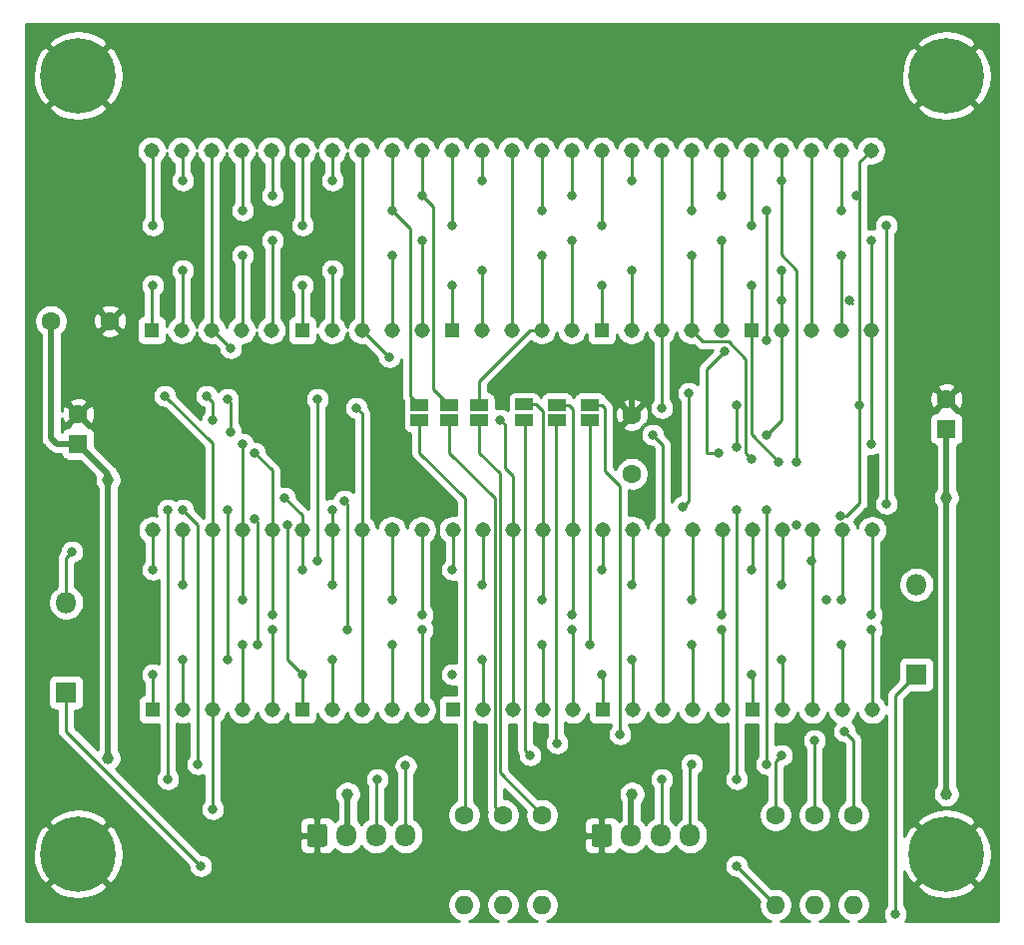
<source format=gbr>
%TF.GenerationSoftware,KiCad,Pcbnew,5.1.9-73d0e3b20d~88~ubuntu20.04.1*%
%TF.CreationDate,2021-05-01T11:52:03+02:00*%
%TF.ProjectId,anna_elsa_credit_display,616e6e61-5f65-46c7-9361-5f6372656469,rev?*%
%TF.SameCoordinates,Original*%
%TF.FileFunction,Copper,L1,Top*%
%TF.FilePolarity,Positive*%
%FSLAX46Y46*%
G04 Gerber Fmt 4.6, Leading zero omitted, Abs format (unit mm)*
G04 Created by KiCad (PCBNEW 5.1.9-73d0e3b20d~88~ubuntu20.04.1) date 2021-05-01 11:52:03*
%MOMM*%
%LPD*%
G01*
G04 APERTURE LIST*
%TA.AperFunction,SMDPad,CuDef*%
%ADD10R,1.500000X1.000000*%
%TD*%
%TA.AperFunction,ComponentPad*%
%ADD11C,1.308000*%
%TD*%
%TA.AperFunction,ComponentPad*%
%ADD12R,1.308000X1.308000*%
%TD*%
%TA.AperFunction,ComponentPad*%
%ADD13O,1.800000X1.800000*%
%TD*%
%TA.AperFunction,ComponentPad*%
%ADD14R,1.800000X1.800000*%
%TD*%
%TA.AperFunction,ComponentPad*%
%ADD15O,1.600000X1.600000*%
%TD*%
%TA.AperFunction,ComponentPad*%
%ADD16C,1.600000*%
%TD*%
%TA.AperFunction,ComponentPad*%
%ADD17R,1.600000X1.600000*%
%TD*%
%TA.AperFunction,ComponentPad*%
%ADD18C,6.400000*%
%TD*%
%TA.AperFunction,ComponentPad*%
%ADD19O,1.700000X1.950000*%
%TD*%
%TA.AperFunction,ViaPad*%
%ADD20C,0.800000*%
%TD*%
%TA.AperFunction,ViaPad*%
%ADD21C,1.000000*%
%TD*%
%TA.AperFunction,Conductor*%
%ADD22C,0.250000*%
%TD*%
%TA.AperFunction,Conductor*%
%ADD23C,0.500000*%
%TD*%
%TA.AperFunction,Conductor*%
%ADD24C,0.254000*%
%TD*%
%TA.AperFunction,Conductor*%
%ADD25C,0.100000*%
%TD*%
G04 APERTURE END LIST*
D10*
%TO.P,JP6,1*%
%TO.N,Net-(JP6-Pad1)*%
X117856000Y-62260000D03*
%TO.P,JP6,2*%
%TO.N,/A_1*%
X117856000Y-60960000D03*
%TD*%
%TO.P,JP5,1*%
%TO.N,Net-(JP5-Pad1)*%
X120396000Y-62260000D03*
%TO.P,JP5,2*%
%TO.N,/B_1*%
X120396000Y-60960000D03*
%TD*%
%TO.P,JP4,1*%
%TO.N,Net-(JP4-Pad1)*%
X122936000Y-62260000D03*
%TO.P,JP4,2*%
%TO.N,/C_1*%
X122936000Y-60960000D03*
%TD*%
%TO.P,JP3,1*%
%TO.N,Net-(JP3-Pad1)*%
X126746000Y-62230000D03*
%TO.P,JP3,2*%
%TO.N,/A_2*%
X126746000Y-60930000D03*
%TD*%
%TO.P,JP2,1*%
%TO.N,Net-(JP2-Pad1)*%
X129540000Y-62260000D03*
%TO.P,JP2,2*%
%TO.N,/B_2*%
X129540000Y-60960000D03*
%TD*%
%TO.P,JP1,1*%
%TO.N,Net-(JP1-Pad1)*%
X132334000Y-60960000D03*
%TO.P,JP1,2*%
%TO.N,/C_2*%
X132334000Y-62260000D03*
%TD*%
D11*
%TO.P,D4,10*%
%TO.N,/G_1*%
X133320000Y-39380000D03*
%TO.P,D4,9*%
%TO.N,/F_1*%
X135860000Y-39380000D03*
%TO.P,D4,8*%
%TO.N,/7_SEG_4*%
X138400000Y-39380000D03*
%TO.P,D4,7*%
%TO.N,/A_1*%
X140940000Y-39380000D03*
%TO.P,D4,6*%
%TO.N,/B_1*%
X143480000Y-39380000D03*
%TO.P,D4,5*%
%TO.N,/DP_1*%
X143480000Y-54620000D03*
%TO.P,D4,4*%
%TO.N,/C_1*%
X140940000Y-54620000D03*
%TO.P,D4,3*%
%TO.N,/7_SEG_4*%
X138400000Y-54620000D03*
%TO.P,D4,2*%
%TO.N,/D_1*%
X135860000Y-54620000D03*
D12*
%TO.P,D4,1*%
%TO.N,/E_1*%
X133320000Y-54620000D03*
%TD*%
D13*
%TO.P,D12,2*%
%TO.N,/7_SEG_1*%
X160020000Y-76200000D03*
D14*
%TO.P,D12,1*%
%TO.N,Net-(D12-Pad1)*%
X160020000Y-83820000D03*
%TD*%
D13*
%TO.P,D11,2*%
%TO.N,/7_SEG_6*%
X87884000Y-77724000D03*
D14*
%TO.P,D11,1*%
%TO.N,Net-(D11-Pad1)*%
X87884000Y-85344000D03*
%TD*%
D15*
%TO.P,R6,2*%
%TO.N,Net-(D12-Pad1)*%
X121666000Y-103378000D03*
D16*
%TO.P,R6,1*%
%TO.N,Net-(JP6-Pad1)*%
X121666000Y-95758000D03*
%TD*%
D15*
%TO.P,R5,2*%
%TO.N,Net-(D12-Pad1)*%
X124968000Y-103378000D03*
D16*
%TO.P,R5,1*%
%TO.N,Net-(JP5-Pad1)*%
X124968000Y-95758000D03*
%TD*%
D15*
%TO.P,R4,2*%
%TO.N,Net-(D12-Pad1)*%
X128270000Y-103378000D03*
D16*
%TO.P,R4,1*%
%TO.N,Net-(JP4-Pad1)*%
X128270000Y-95758000D03*
%TD*%
D15*
%TO.P,R3,2*%
%TO.N,Net-(D11-Pad1)*%
X148082000Y-103378000D03*
D16*
%TO.P,R3,1*%
%TO.N,Net-(JP3-Pad1)*%
X148082000Y-95758000D03*
%TD*%
D15*
%TO.P,R2,2*%
%TO.N,Net-(D11-Pad1)*%
X151384000Y-103378000D03*
D16*
%TO.P,R2,1*%
%TO.N,Net-(JP2-Pad1)*%
X151384000Y-95758000D03*
%TD*%
D15*
%TO.P,R1,2*%
%TO.N,Net-(D11-Pad1)*%
X154686000Y-103378000D03*
D16*
%TO.P,R1,1*%
%TO.N,Net-(JP1-Pad1)*%
X154686000Y-95758000D03*
%TD*%
%TO.P,C4,2*%
%TO.N,GND*%
X162560000Y-60492000D03*
D17*
%TO.P,C4,1*%
%TO.N,+5V*%
X162560000Y-62992000D03*
%TD*%
D16*
%TO.P,C3,2*%
%TO.N,GND*%
X135890000Y-61802000D03*
%TO.P,C3,1*%
%TO.N,+5V*%
X135890000Y-66802000D03*
%TD*%
%TO.P,C2,2*%
%TO.N,GND*%
X88900000Y-61762000D03*
D17*
%TO.P,C2,1*%
%TO.N,+5V*%
X88900000Y-64262000D03*
%TD*%
D16*
%TO.P,C1,2*%
%TO.N,GND*%
X91614000Y-53848000D03*
%TO.P,C1,1*%
%TO.N,+5V*%
X86614000Y-53848000D03*
%TD*%
D11*
%TO.P,D1,10*%
%TO.N,/G_1*%
X95150000Y-39370000D03*
%TO.P,D1,9*%
%TO.N,/F_1*%
X97690000Y-39370000D03*
%TO.P,D1,8*%
%TO.N,/7_SEG_1*%
X100230000Y-39370000D03*
%TO.P,D1,7*%
%TO.N,/A_1*%
X102770000Y-39370000D03*
%TO.P,D1,6*%
%TO.N,/B_1*%
X105310000Y-39370000D03*
%TO.P,D1,5*%
%TO.N,/DP_1*%
X105310000Y-54610000D03*
%TO.P,D1,4*%
%TO.N,/C_1*%
X102770000Y-54610000D03*
%TO.P,D1,3*%
%TO.N,/7_SEG_1*%
X100230000Y-54610000D03*
%TO.P,D1,2*%
%TO.N,/D_1*%
X97690000Y-54610000D03*
D12*
%TO.P,D1,1*%
%TO.N,/E_1*%
X95150000Y-54610000D03*
%TD*%
D18*
%TO.P,H4,1*%
%TO.N,GND*%
X162560000Y-99060000D03*
%TD*%
%TO.P,H3,1*%
%TO.N,GND*%
X162560000Y-33020000D03*
%TD*%
%TO.P,H2,1*%
%TO.N,GND*%
X88900000Y-99060000D03*
%TD*%
%TO.P,H1,1*%
%TO.N,GND*%
X88900000Y-33020000D03*
%TD*%
D11*
%TO.P,D10,10*%
%TO.N,/G_2*%
X146120000Y-71580000D03*
%TO.P,D10,9*%
%TO.N,/F_2*%
X148660000Y-71580000D03*
%TO.P,D10,8*%
%TO.N,/7_SEG_10*%
X151200000Y-71580000D03*
%TO.P,D10,7*%
%TO.N,/A_2*%
X153740000Y-71580000D03*
%TO.P,D10,6*%
%TO.N,/B_2*%
X156280000Y-71580000D03*
%TO.P,D10,5*%
%TO.N,/DP_2*%
X156280000Y-86820000D03*
%TO.P,D10,4*%
%TO.N,/C_2*%
X153740000Y-86820000D03*
%TO.P,D10,3*%
%TO.N,/7_SEG_10*%
X151200000Y-86820000D03*
%TO.P,D10,2*%
%TO.N,/D_2*%
X148660000Y-86820000D03*
D12*
%TO.P,D10,1*%
%TO.N,/E_2*%
X146120000Y-86820000D03*
%TD*%
D11*
%TO.P,D5,10*%
%TO.N,/G_1*%
X146020000Y-39380000D03*
%TO.P,D5,9*%
%TO.N,/F_1*%
X148560000Y-39380000D03*
%TO.P,D5,8*%
%TO.N,/7_SEG_5*%
X151100000Y-39380000D03*
%TO.P,D5,7*%
%TO.N,/A_1*%
X153640000Y-39380000D03*
%TO.P,D5,6*%
%TO.N,/B_1*%
X156180000Y-39380000D03*
%TO.P,D5,5*%
%TO.N,/DP_1*%
X156180000Y-54620000D03*
%TO.P,D5,4*%
%TO.N,/C_1*%
X153640000Y-54620000D03*
%TO.P,D5,3*%
%TO.N,/7_SEG_5*%
X151100000Y-54620000D03*
%TO.P,D5,2*%
%TO.N,/D_1*%
X148560000Y-54620000D03*
D12*
%TO.P,D5,1*%
%TO.N,/E_1*%
X146020000Y-54620000D03*
%TD*%
D11*
%TO.P,D9,10*%
%TO.N,/G_2*%
X133420000Y-71580000D03*
%TO.P,D9,9*%
%TO.N,/F_2*%
X135960000Y-71580000D03*
%TO.P,D9,8*%
%TO.N,/7_SEG_9*%
X138500000Y-71580000D03*
%TO.P,D9,7*%
%TO.N,/A_2*%
X141040000Y-71580000D03*
%TO.P,D9,6*%
%TO.N,/B_2*%
X143580000Y-71580000D03*
%TO.P,D9,5*%
%TO.N,/DP_2*%
X143580000Y-86820000D03*
%TO.P,D9,4*%
%TO.N,/C_2*%
X141040000Y-86820000D03*
%TO.P,D9,3*%
%TO.N,/7_SEG_9*%
X138500000Y-86820000D03*
%TO.P,D9,2*%
%TO.N,/D_2*%
X135960000Y-86820000D03*
D12*
%TO.P,D9,1*%
%TO.N,/E_2*%
X133420000Y-86820000D03*
%TD*%
D11*
%TO.P,D8,10*%
%TO.N,/G_2*%
X120720000Y-71580000D03*
%TO.P,D8,9*%
%TO.N,/F_2*%
X123260000Y-71580000D03*
%TO.P,D8,8*%
%TO.N,/7_SEG_8*%
X125800000Y-71580000D03*
%TO.P,D8,7*%
%TO.N,/A_2*%
X128340000Y-71580000D03*
%TO.P,D8,6*%
%TO.N,/B_2*%
X130880000Y-71580000D03*
%TO.P,D8,5*%
%TO.N,/DP_2*%
X130880000Y-86820000D03*
%TO.P,D8,4*%
%TO.N,/C_2*%
X128340000Y-86820000D03*
%TO.P,D8,3*%
%TO.N,/7_SEG_8*%
X125800000Y-86820000D03*
%TO.P,D8,2*%
%TO.N,/D_2*%
X123260000Y-86820000D03*
D12*
%TO.P,D8,1*%
%TO.N,/E_2*%
X120720000Y-86820000D03*
%TD*%
D11*
%TO.P,D3,10*%
%TO.N,/G_1*%
X120620000Y-39380000D03*
%TO.P,D3,9*%
%TO.N,/F_1*%
X123160000Y-39380000D03*
%TO.P,D3,8*%
%TO.N,/7_SEG_3*%
X125700000Y-39380000D03*
%TO.P,D3,7*%
%TO.N,/A_1*%
X128240000Y-39380000D03*
%TO.P,D3,6*%
%TO.N,/B_1*%
X130780000Y-39380000D03*
%TO.P,D3,5*%
%TO.N,/DP_1*%
X130780000Y-54620000D03*
%TO.P,D3,4*%
%TO.N,/C_1*%
X128240000Y-54620000D03*
%TO.P,D3,3*%
%TO.N,/7_SEG_3*%
X125700000Y-54620000D03*
%TO.P,D3,2*%
%TO.N,/D_1*%
X123160000Y-54620000D03*
D12*
%TO.P,D3,1*%
%TO.N,/E_1*%
X120620000Y-54620000D03*
%TD*%
D11*
%TO.P,D7,10*%
%TO.N,/G_2*%
X107920000Y-71580000D03*
%TO.P,D7,9*%
%TO.N,/F_2*%
X110460000Y-71580000D03*
%TO.P,D7,8*%
%TO.N,/7_SEG_7*%
X113000000Y-71580000D03*
%TO.P,D7,7*%
%TO.N,/A_2*%
X115540000Y-71580000D03*
%TO.P,D7,6*%
%TO.N,/B_2*%
X118080000Y-71580000D03*
%TO.P,D7,5*%
%TO.N,/DP_2*%
X118080000Y-86820000D03*
%TO.P,D7,4*%
%TO.N,/C_2*%
X115540000Y-86820000D03*
%TO.P,D7,3*%
%TO.N,/7_SEG_7*%
X113000000Y-86820000D03*
%TO.P,D7,2*%
%TO.N,/D_2*%
X110460000Y-86820000D03*
D12*
%TO.P,D7,1*%
%TO.N,/E_2*%
X107920000Y-86820000D03*
%TD*%
D11*
%TO.P,D2,10*%
%TO.N,/G_1*%
X107920000Y-39380000D03*
%TO.P,D2,9*%
%TO.N,/F_1*%
X110460000Y-39380000D03*
%TO.P,D2,8*%
%TO.N,/7_SEG_2*%
X113000000Y-39380000D03*
%TO.P,D2,7*%
%TO.N,/A_1*%
X115540000Y-39380000D03*
%TO.P,D2,6*%
%TO.N,/B_1*%
X118080000Y-39380000D03*
%TO.P,D2,5*%
%TO.N,/DP_1*%
X118080000Y-54620000D03*
%TO.P,D2,4*%
%TO.N,/C_1*%
X115540000Y-54620000D03*
%TO.P,D2,3*%
%TO.N,/7_SEG_2*%
X113000000Y-54620000D03*
%TO.P,D2,2*%
%TO.N,/D_1*%
X110460000Y-54620000D03*
D12*
%TO.P,D2,1*%
%TO.N,/E_1*%
X107920000Y-54620000D03*
%TD*%
D11*
%TO.P,D6,10*%
%TO.N,/G_2*%
X95220000Y-71580000D03*
%TO.P,D6,9*%
%TO.N,/F_2*%
X97760000Y-71580000D03*
%TO.P,D6,8*%
%TO.N,/7_SEG_6*%
X100300000Y-71580000D03*
%TO.P,D6,7*%
%TO.N,/A_2*%
X102840000Y-71580000D03*
%TO.P,D6,6*%
%TO.N,/B_2*%
X105380000Y-71580000D03*
%TO.P,D6,5*%
%TO.N,/DP_2*%
X105380000Y-86820000D03*
%TO.P,D6,4*%
%TO.N,/C_2*%
X102840000Y-86820000D03*
%TO.P,D6,3*%
%TO.N,/7_SEG_6*%
X100300000Y-86820000D03*
%TO.P,D6,2*%
%TO.N,/D_2*%
X97760000Y-86820000D03*
D12*
%TO.P,D6,1*%
%TO.N,/E_2*%
X95220000Y-86820000D03*
%TD*%
D19*
%TO.P,J3,4*%
%TO.N,SCL*%
X140820000Y-97490000D03*
%TO.P,J3,3*%
%TO.N,SDA*%
X138320000Y-97490000D03*
%TO.P,J3,2*%
%TO.N,+5V*%
X135820000Y-97490000D03*
%TO.P,J3,1*%
%TO.N,GND*%
%TA.AperFunction,ComponentPad*%
G36*
G01*
X132470000Y-98215000D02*
X132470000Y-96765000D01*
G75*
G02*
X132720000Y-96515000I250000J0D01*
G01*
X133920000Y-96515000D01*
G75*
G02*
X134170000Y-96765000I0J-250000D01*
G01*
X134170000Y-98215000D01*
G75*
G02*
X133920000Y-98465000I-250000J0D01*
G01*
X132720000Y-98465000D01*
G75*
G02*
X132470000Y-98215000I0J250000D01*
G01*
G37*
%TD.AperFunction*%
%TD*%
%TO.P,J2,4*%
%TO.N,SCL*%
X116690000Y-97490000D03*
%TO.P,J2,3*%
%TO.N,SDA*%
X114190000Y-97490000D03*
%TO.P,J2,2*%
%TO.N,+5V*%
X111690000Y-97490000D03*
%TO.P,J2,1*%
%TO.N,GND*%
%TA.AperFunction,ComponentPad*%
G36*
G01*
X108340000Y-98215000D02*
X108340000Y-96765000D01*
G75*
G02*
X108590000Y-96515000I250000J0D01*
G01*
X109790000Y-96515000D01*
G75*
G02*
X110040000Y-96765000I0J-250000D01*
G01*
X110040000Y-98215000D01*
G75*
G02*
X109790000Y-98465000I-250000J0D01*
G01*
X108590000Y-98465000D01*
G75*
G02*
X108340000Y-98215000I0J250000D01*
G01*
G37*
%TD.AperFunction*%
%TD*%
D20*
%TO.N,SCL*%
X140970000Y-91440000D03*
X116690000Y-91590000D03*
X97790000Y-69850000D03*
X99060000Y-91440000D03*
X147320000Y-69850000D03*
X147320000Y-91440000D03*
%TO.N,SDA*%
X114300000Y-92710000D03*
X138430000Y-92710000D03*
X96520000Y-69850000D03*
X96520000Y-92710000D03*
X144780000Y-69850000D03*
X144780000Y-92710000D03*
D21*
%TO.N,+5V*%
X135890000Y-93980000D03*
X111760000Y-93980000D03*
X91440000Y-67310000D03*
X162560000Y-93980000D03*
X162560000Y-68834000D03*
X91440000Y-90932000D03*
%TO.N,GND*%
X137160000Y-58166000D03*
D20*
%TO.N,/A_1*%
X147320000Y-44450000D03*
X153670000Y-44450000D03*
X102870000Y-44450000D03*
X115570000Y-44450000D03*
X128270000Y-44450000D03*
X140970000Y-44450000D03*
X143764000Y-56388000D03*
X147320000Y-55449999D03*
X143256000Y-65024000D03*
%TO.N,/B_1*%
X153551346Y-70340270D03*
X149860000Y-71120000D03*
X154940000Y-43180000D03*
X105410000Y-43180000D03*
X118110000Y-43180000D03*
X130810000Y-43180000D03*
X143510000Y-43180000D03*
X144780000Y-64516000D03*
X144780000Y-60960000D03*
X155200999Y-60966999D03*
%TO.N,/C_1*%
X153670000Y-48260000D03*
X102870000Y-48260000D03*
X115570000Y-48260000D03*
X128270000Y-48260000D03*
X140970000Y-48260000D03*
X146050000Y-65532000D03*
%TO.N,/D_1*%
X148590000Y-49530000D03*
X97790000Y-49530000D03*
X110490000Y-49530000D03*
X123190000Y-49530000D03*
X135890000Y-49530000D03*
X154365000Y-52070000D03*
X148560000Y-52100000D03*
X147320000Y-63500000D03*
%TO.N,/E_1*%
X146050000Y-50800000D03*
X95250000Y-50800000D03*
X107950000Y-50800000D03*
X120650000Y-50800000D03*
X133350000Y-50800000D03*
X148336000Y-65786000D03*
%TO.N,/F_1*%
X148590000Y-41910000D03*
X97790000Y-41910000D03*
X110490000Y-41910000D03*
X123190000Y-41910000D03*
X135890000Y-41910000D03*
X149860000Y-65786000D03*
%TO.N,/G_1*%
X157480000Y-45720000D03*
X95250000Y-45720000D03*
X107950000Y-45720000D03*
X120650000Y-45720000D03*
X133350000Y-45720000D03*
X146050000Y-45720000D03*
X157480000Y-69342000D03*
%TO.N,/DP_1*%
X156210000Y-46990000D03*
X105410000Y-46990000D03*
X118110000Y-46990000D03*
X130810000Y-46990000D03*
X143510000Y-46990000D03*
X156210000Y-64262000D03*
%TO.N,/7_SEG_4*%
X138430000Y-61214000D03*
%TO.N,/7_SEG_2*%
X115316000Y-56896000D03*
%TO.N,/7_SEG_1*%
X140208000Y-69596000D03*
X140716000Y-59944000D03*
X101854000Y-56134000D03*
%TO.N,/A_2*%
X153670000Y-77470000D03*
X102870000Y-77470000D03*
X115570000Y-77470000D03*
X128270000Y-77470000D03*
X140970000Y-77470000D03*
X152400000Y-77470000D03*
X102870000Y-64262000D03*
%TO.N,/B_2*%
X156210000Y-78740000D03*
X105410000Y-78740000D03*
X118110000Y-78740000D03*
X130810000Y-78740000D03*
X143510000Y-78740000D03*
X103886000Y-65024000D03*
%TO.N,/C_2*%
X153670000Y-81280000D03*
X102870000Y-81280000D03*
X104140000Y-81280000D03*
X115570000Y-81280000D03*
X128270000Y-81280000D03*
X140970000Y-81280000D03*
X103886000Y-70612000D03*
X132334000Y-81280000D03*
%TO.N,/D_2*%
X148590000Y-82550000D03*
X97790000Y-82550000D03*
X135890000Y-82550000D03*
X123190000Y-82550000D03*
X110490000Y-82550000D03*
X101600000Y-82550000D03*
X101600000Y-69850000D03*
%TO.N,/E_2*%
X146050000Y-83820000D03*
X95250000Y-83820000D03*
X107950000Y-83820000D03*
X120650000Y-83820000D03*
X133350000Y-83820000D03*
X106680000Y-71120000D03*
%TO.N,/F_2*%
X148590000Y-76200000D03*
X97790000Y-76200000D03*
X110490000Y-76200000D03*
X123190000Y-76200000D03*
X135890000Y-76200000D03*
X110490000Y-69850000D03*
%TO.N,/G_2*%
X146050000Y-74930000D03*
X95250000Y-74930000D03*
X107950000Y-74930000D03*
X120650000Y-74930000D03*
X133350000Y-74930000D03*
X106426000Y-68834000D03*
%TO.N,/DP_2*%
X156210000Y-80010000D03*
X105410000Y-80010000D03*
X111760000Y-80010000D03*
X118110000Y-80010000D03*
X130810000Y-80010000D03*
X143510000Y-80010000D03*
X111506000Y-69088000D03*
%TO.N,/7_SEG_10*%
X151130000Y-74168000D03*
X109220000Y-74168000D03*
X109220000Y-60452000D03*
%TO.N,/7_SEG_9*%
X137668000Y-63500000D03*
X101854000Y-63246000D03*
X101578847Y-60473153D03*
%TO.N,/7_SEG_8*%
X100330000Y-62230000D03*
X99822000Y-60198000D03*
X124714000Y-62230000D03*
%TO.N,/7_SEG_7*%
X112522000Y-61214000D03*
%TO.N,/7_SEG_6*%
X100330000Y-95250000D03*
X96266000Y-60198000D03*
X88392000Y-73406000D03*
%TO.N,Net-(D11-Pad1)*%
X144780000Y-100076000D03*
X99314000Y-100076000D03*
%TO.N,Net-(D12-Pad1)*%
X158242000Y-104140000D03*
%TO.N,Net-(JP1-Pad1)*%
X153924000Y-88646000D03*
X134874000Y-88900000D03*
%TO.N,Net-(JP2-Pad1)*%
X151384000Y-89408000D03*
X129540000Y-89662000D03*
%TO.N,Net-(JP3-Pad1)*%
X148590000Y-90678000D03*
X127254000Y-90678000D03*
%TD*%
D22*
%TO.N,SCL*%
X116690000Y-97490000D02*
X116690000Y-91590000D01*
X140820000Y-97490000D02*
X140820000Y-91590000D01*
X140820000Y-91590000D02*
X140970000Y-91440000D01*
X99060000Y-71120000D02*
X99060000Y-91440000D01*
X97790000Y-69850000D02*
X99060000Y-71120000D01*
X147320000Y-69850000D02*
X147320000Y-91440000D01*
%TO.N,SDA*%
X114190000Y-97490000D02*
X114190000Y-92820000D01*
X114190000Y-92820000D02*
X114300000Y-92710000D01*
X138430000Y-97380000D02*
X138320000Y-97490000D01*
X138430000Y-92710000D02*
X138430000Y-97380000D01*
X96520000Y-69850000D02*
X96520000Y-92710000D01*
X144780000Y-69850000D02*
X144780000Y-92710000D01*
%TO.N,+5V*%
X135890000Y-97420000D02*
X135820000Y-97490000D01*
D23*
X135820000Y-94050000D02*
X135890000Y-93980000D01*
X135820000Y-97490000D02*
X135820000Y-94050000D01*
X111760000Y-97420000D02*
X111690000Y-97490000D01*
X111760000Y-93980000D02*
X111760000Y-97420000D01*
X162560000Y-93980000D02*
X162560000Y-72390000D01*
X91440000Y-66802000D02*
X88900000Y-64262000D01*
X91440000Y-67310000D02*
X91440000Y-66802000D01*
X88900000Y-64262000D02*
X87122000Y-64262000D01*
X86614000Y-63754000D02*
X86614000Y-53848000D01*
X87122000Y-64262000D02*
X86614000Y-63754000D01*
X162560000Y-72390000D02*
X162560000Y-68834000D01*
X162560000Y-68834000D02*
X162560000Y-62992000D01*
X91440000Y-90932000D02*
X91440000Y-67310000D01*
%TO.N,GND*%
X135890000Y-59436000D02*
X137160000Y-58166000D01*
X135890000Y-61802000D02*
X135890000Y-59436000D01*
D22*
%TO.N,/A_1*%
X102870000Y-39270000D02*
X102770000Y-39370000D01*
X153670000Y-39410000D02*
X153640000Y-39380000D01*
X153670000Y-44450000D02*
X153670000Y-39410000D01*
X102870000Y-39470000D02*
X102770000Y-39370000D01*
X102870000Y-44450000D02*
X102870000Y-39470000D01*
X115540000Y-44420000D02*
X115570000Y-44450000D01*
X115540000Y-39380000D02*
X115540000Y-44420000D01*
X128240000Y-39380000D02*
X128240000Y-44420000D01*
X128240000Y-44420000D02*
X128270000Y-44450000D01*
X140940000Y-44420000D02*
X140970000Y-44450000D01*
X140940000Y-39380000D02*
X140940000Y-44420000D01*
X142240000Y-57912000D02*
X143764000Y-56388000D01*
X143256000Y-65024000D02*
X142240000Y-65024000D01*
X142240000Y-65024000D02*
X142240000Y-57912000D01*
X147320000Y-55449999D02*
X147320000Y-44450000D01*
X117100999Y-60204999D02*
X117856000Y-60960000D01*
X117100999Y-45980999D02*
X117100999Y-60204999D01*
X115570000Y-44450000D02*
X117100999Y-45980999D01*
%TO.N,/B_1*%
X105410000Y-39270000D02*
X105310000Y-39370000D01*
X155200999Y-40359001D02*
X156180000Y-39380000D01*
X154117031Y-70340270D02*
X155200999Y-69256302D01*
X153551346Y-70340270D02*
X154117031Y-70340270D01*
X155200999Y-42919001D02*
X154940000Y-43180000D01*
X155200999Y-40900999D02*
X155200999Y-42919001D01*
X155200999Y-44710999D02*
X155200999Y-40900999D01*
X155200999Y-40900999D02*
X155200999Y-40359001D01*
X105410000Y-39470000D02*
X105310000Y-39370000D01*
X105410000Y-43180000D02*
X105410000Y-39470000D01*
X118080000Y-43150000D02*
X118110000Y-43180000D01*
X118080000Y-39380000D02*
X118080000Y-43150000D01*
X130780000Y-43150000D02*
X130810000Y-43180000D01*
X130780000Y-39380000D02*
X130780000Y-43150000D01*
X143480000Y-43150000D02*
X143510000Y-43180000D01*
X143480000Y-39380000D02*
X143480000Y-43150000D01*
X144780000Y-64516000D02*
X144780000Y-60960000D01*
X155200999Y-60966999D02*
X155200999Y-44710999D01*
X155200999Y-69256302D02*
X155200999Y-60966999D01*
X119059001Y-59623001D02*
X120396000Y-60960000D01*
X119059001Y-44129001D02*
X119059001Y-59623001D01*
X118110000Y-43180000D02*
X119059001Y-44129001D01*
%TO.N,/C_1*%
X153640000Y-48290000D02*
X153670000Y-48260000D01*
X153640000Y-54620000D02*
X153640000Y-48290000D01*
X102870000Y-54510000D02*
X102770000Y-54610000D01*
X102870000Y-48260000D02*
X102870000Y-54510000D01*
X115540000Y-48290000D02*
X115570000Y-48260000D01*
X115540000Y-54620000D02*
X115540000Y-48290000D01*
X128240000Y-48290000D02*
X128270000Y-48260000D01*
X128240000Y-54620000D02*
X128240000Y-48290000D01*
X140940000Y-48290000D02*
X140970000Y-48260000D01*
X140940000Y-54620000D02*
X140940000Y-48290000D01*
X141919001Y-55599001D02*
X140940000Y-54620000D01*
X144048003Y-55599001D02*
X141919001Y-55599001D01*
X145569991Y-57120989D02*
X144048003Y-55599001D01*
X145569991Y-65051991D02*
X145569991Y-57120989D01*
X146050000Y-65532000D02*
X145569991Y-65051991D01*
X122936000Y-58928000D02*
X122936000Y-60960000D01*
X127244000Y-54620000D02*
X122936000Y-58928000D01*
X128240000Y-54620000D02*
X127244000Y-54620000D01*
%TO.N,/D_1*%
X148560000Y-49560000D02*
X148590000Y-49530000D01*
X97790000Y-54510000D02*
X97690000Y-54610000D01*
X97790000Y-49530000D02*
X97790000Y-54510000D01*
X110460000Y-49560000D02*
X110490000Y-49530000D01*
X110460000Y-54620000D02*
X110460000Y-49560000D01*
X123160000Y-49560000D02*
X123190000Y-49530000D01*
X123160000Y-54620000D02*
X123160000Y-49560000D01*
X135860000Y-49560000D02*
X135890000Y-49530000D01*
X135860000Y-54620000D02*
X135860000Y-49560000D01*
X154619001Y-52324001D02*
X154365000Y-52070000D01*
X148560000Y-52100000D02*
X148560000Y-49560000D01*
X148560000Y-54620000D02*
X148560000Y-52100000D01*
X148560000Y-62260000D02*
X148560000Y-54620000D01*
X147320000Y-63500000D02*
X148560000Y-62260000D01*
%TO.N,/E_1*%
X146020000Y-50830000D02*
X146050000Y-50800000D01*
X146020000Y-54620000D02*
X146020000Y-50830000D01*
X95150000Y-50900000D02*
X95250000Y-50800000D01*
X95150000Y-54610000D02*
X95150000Y-50900000D01*
X107920000Y-50830000D02*
X107950000Y-50800000D01*
X107920000Y-54620000D02*
X107920000Y-50830000D01*
X120620000Y-50830000D02*
X120650000Y-50800000D01*
X120620000Y-54620000D02*
X120620000Y-50830000D01*
X133320000Y-50830000D02*
X133350000Y-50800000D01*
X133320000Y-54620000D02*
X133320000Y-50830000D01*
X146020000Y-63470000D02*
X146020000Y-54620000D01*
X148336000Y-65786000D02*
X146020000Y-63470000D01*
%TO.N,/F_1*%
X97790000Y-39270000D02*
X97690000Y-39370000D01*
X148560000Y-41880000D02*
X148590000Y-41910000D01*
X148560000Y-39380000D02*
X148560000Y-41880000D01*
X97790000Y-39470000D02*
X97690000Y-39370000D01*
X97790000Y-41910000D02*
X97790000Y-39470000D01*
X110460000Y-41880000D02*
X110490000Y-41910000D01*
X110460000Y-39380000D02*
X110460000Y-41880000D01*
X123160000Y-41880000D02*
X123190000Y-41910000D01*
X123160000Y-39380000D02*
X123160000Y-41880000D01*
X135860000Y-41880000D02*
X135890000Y-41910000D01*
X135860000Y-39380000D02*
X135860000Y-41880000D01*
X148560000Y-48230000D02*
X148560000Y-41880000D01*
X149860000Y-49530000D02*
X148560000Y-48230000D01*
X149860000Y-65786000D02*
X149860000Y-49530000D01*
%TO.N,/G_1*%
X146050000Y-39350000D02*
X146020000Y-39380000D01*
X95250000Y-39270000D02*
X95150000Y-39370000D01*
X107950000Y-39350000D02*
X107920000Y-39380000D01*
X120650000Y-39350000D02*
X120620000Y-39380000D01*
X95250000Y-39470000D02*
X95150000Y-39370000D01*
X95250000Y-45720000D02*
X95250000Y-39470000D01*
X107920000Y-45690000D02*
X107950000Y-45720000D01*
X107920000Y-39380000D02*
X107920000Y-45690000D01*
X120620000Y-45690000D02*
X120650000Y-45720000D01*
X120620000Y-39380000D02*
X120620000Y-45690000D01*
X133320000Y-45690000D02*
X133350000Y-45720000D01*
X133320000Y-39380000D02*
X133320000Y-45690000D01*
X146020000Y-45690000D02*
X146050000Y-45720000D01*
X146020000Y-39380000D02*
X146020000Y-45690000D01*
X157480000Y-69342000D02*
X157480000Y-66802000D01*
X157480000Y-66802000D02*
X157480000Y-45720000D01*
X157480000Y-67310000D02*
X157480000Y-66802000D01*
%TO.N,/DP_1*%
X156180000Y-47020000D02*
X156210000Y-46990000D01*
X156180000Y-54620000D02*
X156180000Y-47020000D01*
X105410000Y-54510000D02*
X105310000Y-54610000D01*
X105410000Y-46990000D02*
X105410000Y-54510000D01*
X118080000Y-47020000D02*
X118110000Y-46990000D01*
X118080000Y-54620000D02*
X118080000Y-47020000D01*
X130780000Y-47020000D02*
X130810000Y-46990000D01*
X130780000Y-54620000D02*
X130780000Y-47020000D01*
X143480000Y-47020000D02*
X143510000Y-46990000D01*
X143480000Y-54620000D02*
X143480000Y-47020000D01*
X156210000Y-54650000D02*
X156180000Y-54620000D01*
X156210000Y-64262000D02*
X156210000Y-54650000D01*
%TO.N,/7_SEG_5*%
X151100000Y-39380000D02*
X151100000Y-54620000D01*
X151130000Y-54650000D02*
X151100000Y-54620000D01*
%TO.N,/7_SEG_4*%
X138400000Y-39380000D02*
X138400000Y-54620000D01*
X138400000Y-61184000D02*
X138430000Y-61214000D01*
X138400000Y-54620000D02*
X138400000Y-61184000D01*
%TO.N,/7_SEG_3*%
X125700000Y-39380000D02*
X125700000Y-54620000D01*
%TO.N,/7_SEG_2*%
X113000000Y-39380000D02*
X113000000Y-54620000D01*
X115276000Y-56896000D02*
X115316000Y-56896000D01*
X113000000Y-54620000D02*
X115276000Y-56896000D01*
%TO.N,/7_SEG_1*%
X100230000Y-39370000D02*
X100230000Y-54610000D01*
X140716000Y-69088000D02*
X140716000Y-59944000D01*
X140208000Y-69596000D02*
X140716000Y-69088000D01*
X100330000Y-54610000D02*
X101854000Y-56134000D01*
X100230000Y-54610000D02*
X100330000Y-54610000D01*
%TO.N,/A_2*%
X153740000Y-77400000D02*
X153670000Y-77470000D01*
X153740000Y-71580000D02*
X153740000Y-77400000D01*
X102870000Y-71610000D02*
X102840000Y-71580000D01*
X102870000Y-77470000D02*
X102870000Y-71610000D01*
X115540000Y-77440000D02*
X115570000Y-77470000D01*
X115540000Y-71580000D02*
X115540000Y-77440000D01*
X128340000Y-77400000D02*
X128270000Y-77470000D01*
X128340000Y-71580000D02*
X128340000Y-77400000D01*
X141040000Y-77400000D02*
X140970000Y-77470000D01*
X141040000Y-71580000D02*
X141040000Y-77400000D01*
X102840000Y-71580000D02*
X102840000Y-64292000D01*
X102840000Y-64292000D02*
X102870000Y-64262000D01*
X127746000Y-60930000D02*
X126746000Y-60930000D01*
X128340000Y-61524000D02*
X127746000Y-60930000D01*
X128340000Y-71580000D02*
X128340000Y-61524000D01*
%TO.N,/B_2*%
X156280000Y-78670000D02*
X156210000Y-78740000D01*
X156280000Y-71580000D02*
X156280000Y-78670000D01*
X105410000Y-71610000D02*
X105380000Y-71580000D01*
X105410000Y-78740000D02*
X105410000Y-71610000D01*
X118080000Y-78710000D02*
X118110000Y-78740000D01*
X118080000Y-71580000D02*
X118080000Y-78710000D01*
X130880000Y-78670000D02*
X130810000Y-78740000D01*
X130880000Y-71580000D02*
X130880000Y-78670000D01*
X143580000Y-78670000D02*
X143510000Y-78740000D01*
X143580000Y-71580000D02*
X143580000Y-78670000D01*
X105380000Y-71580000D02*
X105380000Y-66518000D01*
X105380000Y-66518000D02*
X103886000Y-65024000D01*
X130540000Y-60960000D02*
X129540000Y-60960000D01*
X130880000Y-61300000D02*
X130540000Y-60960000D01*
X130880000Y-71580000D02*
X130880000Y-61300000D01*
%TO.N,/C_2*%
X153740000Y-81350000D02*
X153670000Y-81280000D01*
X153740000Y-86820000D02*
X153740000Y-81350000D01*
X102870000Y-86790000D02*
X102840000Y-86820000D01*
X102870000Y-81280000D02*
X102870000Y-86790000D01*
X115540000Y-81310000D02*
X115570000Y-81280000D01*
X115540000Y-86820000D02*
X115540000Y-81310000D01*
X128340000Y-81350000D02*
X128270000Y-81280000D01*
X128340000Y-86820000D02*
X128340000Y-81350000D01*
X141040000Y-81350000D02*
X140970000Y-81280000D01*
X141040000Y-86820000D02*
X141040000Y-81350000D01*
X104140000Y-70866000D02*
X103886000Y-70612000D01*
X104140000Y-81280000D02*
X104140000Y-70866000D01*
X132334000Y-66955002D02*
X132334000Y-81280000D01*
X132334000Y-66955002D02*
X132334000Y-62260000D01*
%TO.N,/D_2*%
X148660000Y-82620000D02*
X148590000Y-82550000D01*
X148660000Y-86820000D02*
X148660000Y-82620000D01*
X97790000Y-86790000D02*
X97760000Y-86820000D01*
X97790000Y-82550000D02*
X97790000Y-86790000D01*
X135960000Y-82620000D02*
X135890000Y-82550000D01*
X135960000Y-86820000D02*
X135960000Y-82620000D01*
X123260000Y-82620000D02*
X123190000Y-82550000D01*
X123260000Y-86820000D02*
X123260000Y-82620000D01*
X110460000Y-82580000D02*
X110490000Y-82550000D01*
X110460000Y-86820000D02*
X110460000Y-82580000D01*
X101600000Y-69850000D02*
X101600000Y-82550000D01*
%TO.N,/E_2*%
X146120000Y-83890000D02*
X146050000Y-83820000D01*
X146120000Y-86820000D02*
X146120000Y-83890000D01*
X95250000Y-86790000D02*
X95220000Y-86820000D01*
X95250000Y-83820000D02*
X95250000Y-86790000D01*
X107920000Y-83850000D02*
X107950000Y-83820000D01*
X107920000Y-86820000D02*
X107920000Y-83850000D01*
X133420000Y-83890000D02*
X133350000Y-83820000D01*
X133420000Y-86820000D02*
X133420000Y-83890000D01*
X106680000Y-82550000D02*
X107950000Y-83820000D01*
X106680000Y-71120000D02*
X106680000Y-82550000D01*
%TO.N,/F_2*%
X148660000Y-76130000D02*
X148590000Y-76200000D01*
X148660000Y-71580000D02*
X148660000Y-76130000D01*
X97790000Y-71610000D02*
X97760000Y-71580000D01*
X97790000Y-76200000D02*
X97790000Y-71610000D01*
X110460000Y-76170000D02*
X110490000Y-76200000D01*
X110460000Y-71580000D02*
X110460000Y-76170000D01*
X123260000Y-76130000D02*
X123190000Y-76200000D01*
X123260000Y-71580000D02*
X123260000Y-76130000D01*
X135960000Y-76130000D02*
X135890000Y-76200000D01*
X135960000Y-71580000D02*
X135960000Y-76130000D01*
X110490000Y-71550000D02*
X110460000Y-71580000D01*
X110490000Y-69850000D02*
X110490000Y-71550000D01*
%TO.N,/G_2*%
X146120000Y-74860000D02*
X146050000Y-74930000D01*
X146120000Y-71580000D02*
X146120000Y-74860000D01*
X95250000Y-71610000D02*
X95220000Y-71580000D01*
X95250000Y-74930000D02*
X95250000Y-71610000D01*
X107920000Y-74900000D02*
X107950000Y-74930000D01*
X107920000Y-71580000D02*
X107920000Y-74900000D01*
X120720000Y-74860000D02*
X120650000Y-74930000D01*
X120720000Y-71580000D02*
X120720000Y-74860000D01*
X133420000Y-74860000D02*
X133350000Y-74930000D01*
X133420000Y-71580000D02*
X133420000Y-74860000D01*
X107950000Y-71550000D02*
X107920000Y-71580000D01*
X107920000Y-70328000D02*
X106426000Y-68834000D01*
X107920000Y-71580000D02*
X107920000Y-70328000D01*
%TO.N,/DP_2*%
X156280000Y-80080000D02*
X156210000Y-80010000D01*
X156280000Y-86820000D02*
X156280000Y-80080000D01*
X105410000Y-86790000D02*
X105380000Y-86820000D01*
X105410000Y-80010000D02*
X105410000Y-86790000D01*
X118080000Y-80040000D02*
X118110000Y-80010000D01*
X118080000Y-86820000D02*
X118080000Y-80040000D01*
X130880000Y-80080000D02*
X130810000Y-80010000D01*
X130880000Y-86820000D02*
X130880000Y-80080000D01*
X143580000Y-80080000D02*
X143510000Y-80010000D01*
X143580000Y-86820000D02*
X143580000Y-80080000D01*
X111760000Y-69342000D02*
X111506000Y-69088000D01*
X111760000Y-80010000D02*
X111760000Y-69342000D01*
%TO.N,/7_SEG_10*%
X151130000Y-71510000D02*
X151200000Y-71580000D01*
X151200000Y-74098000D02*
X151130000Y-74168000D01*
X151200000Y-71580000D02*
X151200000Y-74098000D01*
X151200000Y-74098000D02*
X151200000Y-86820000D01*
X109220000Y-74168000D02*
X109220000Y-60452000D01*
%TO.N,/7_SEG_9*%
X138430000Y-71510000D02*
X138500000Y-71580000D01*
X138500000Y-71580000D02*
X138500000Y-86820000D01*
X138500000Y-64332000D02*
X137668000Y-63500000D01*
X138500000Y-71580000D02*
X138500000Y-64332000D01*
X101854000Y-60748306D02*
X101578847Y-60473153D01*
X101854000Y-63246000D02*
X101854000Y-60748306D01*
%TO.N,/7_SEG_8*%
X125730000Y-71510000D02*
X125800000Y-71580000D01*
X125800000Y-71580000D02*
X125800000Y-86820000D01*
X100330000Y-60706000D02*
X99822000Y-60198000D01*
X100330000Y-62230000D02*
X100330000Y-60706000D01*
X125112999Y-66326001D02*
X125112999Y-63355001D01*
X125800000Y-67013002D02*
X125112999Y-66326001D01*
X125800000Y-71580000D02*
X125800000Y-67013002D01*
X125112999Y-62628999D02*
X124714000Y-62230000D01*
X125112999Y-63355001D02*
X125112999Y-62628999D01*
%TO.N,/7_SEG_7*%
X113030000Y-71550000D02*
X113000000Y-71580000D01*
X113000000Y-71580000D02*
X113000000Y-86820000D01*
X113000000Y-61692000D02*
X112522000Y-61214000D01*
X113000000Y-71580000D02*
X113000000Y-61692000D01*
%TO.N,/7_SEG_6*%
X100300000Y-71580000D02*
X100300000Y-86820000D01*
X100300000Y-95220000D02*
X100330000Y-95250000D01*
X100300000Y-86820000D02*
X100300000Y-95220000D01*
X100300000Y-64232000D02*
X96266000Y-60198000D01*
X100300000Y-71580000D02*
X100300000Y-64232000D01*
X87884000Y-73914000D02*
X88392000Y-73406000D01*
X87884000Y-77724000D02*
X87884000Y-73914000D01*
%TO.N,Net-(D11-Pad1)*%
X148082000Y-103378000D02*
X144780000Y-100076000D01*
X87884000Y-85344000D02*
X87884000Y-88646000D01*
X87884000Y-88646000D02*
X99314000Y-100076000D01*
%TO.N,Net-(D12-Pad1)*%
X158242000Y-85598000D02*
X160020000Y-83820000D01*
X158242000Y-104140000D02*
X158242000Y-85598000D01*
%TO.N,Net-(JP1-Pad1)*%
X134874000Y-67818000D02*
X133604000Y-66548000D01*
X154686000Y-95758000D02*
X154686000Y-89408000D01*
X154686000Y-89408000D02*
X153924000Y-88646000D01*
X134874000Y-88900000D02*
X134874000Y-67818000D01*
X133334000Y-60960000D02*
X132334000Y-60960000D01*
X133604000Y-61230000D02*
X133334000Y-60960000D01*
X133604000Y-66548000D02*
X133604000Y-61230000D01*
%TO.N,Net-(JP2-Pad1)*%
X151384000Y-95758000D02*
X151384000Y-89408000D01*
X129452991Y-62347009D02*
X129540000Y-62260000D01*
X129452991Y-89574991D02*
X129452991Y-62347009D01*
X129540000Y-89662000D02*
X129452991Y-89574991D01*
%TO.N,Net-(JP3-Pad1)*%
X148082000Y-91186000D02*
X148590000Y-90678000D01*
X148082000Y-95758000D02*
X148082000Y-91186000D01*
X126854001Y-62338001D02*
X126746000Y-62230000D01*
X126854001Y-90278001D02*
X126854001Y-62338001D01*
X127254000Y-90678000D02*
X126854001Y-90278001D01*
%TO.N,Net-(JP4-Pad1)*%
X122936000Y-65024000D02*
X122936000Y-62260000D01*
X124689011Y-66777011D02*
X122936000Y-65024000D01*
X124689011Y-92177011D02*
X124689011Y-66777011D01*
X128270000Y-95758000D02*
X124689011Y-92177011D01*
%TO.N,Net-(JP5-Pad1)*%
X120396000Y-65024000D02*
X120396000Y-62260000D01*
X124239001Y-68867001D02*
X120396000Y-65024000D01*
X124239001Y-95029001D02*
X124239001Y-68867001D01*
X124968000Y-95758000D02*
X124239001Y-95029001D01*
%TO.N,Net-(JP6-Pad1)*%
X117856000Y-65024000D02*
X117856000Y-62260000D01*
X121699001Y-68867001D02*
X117856000Y-65024000D01*
X121699001Y-95724999D02*
X121699001Y-68867001D01*
X121666000Y-95758000D02*
X121699001Y-95724999D01*
%TD*%
D24*
%TO.N,GND*%
X166980001Y-104750000D02*
X159079195Y-104750000D01*
X159159205Y-104630256D01*
X159237226Y-104441898D01*
X159277000Y-104241939D01*
X159277000Y-104038061D01*
X159237226Y-103838102D01*
X159159205Y-103649744D01*
X159045937Y-103480226D01*
X159002000Y-103436289D01*
X159002000Y-101760881D01*
X160038724Y-101760881D01*
X160398912Y-102250548D01*
X161062882Y-102610849D01*
X161784385Y-102834694D01*
X162535695Y-102913480D01*
X163287938Y-102844178D01*
X164012208Y-102629452D01*
X164680670Y-102277555D01*
X164721088Y-102250548D01*
X165081276Y-101760881D01*
X162560000Y-99239605D01*
X160038724Y-101760881D01*
X159002000Y-101760881D01*
X159002000Y-100533962D01*
X159342445Y-101180670D01*
X159369452Y-101221088D01*
X159859119Y-101581276D01*
X162380395Y-99060000D01*
X162739605Y-99060000D01*
X165260881Y-101581276D01*
X165750548Y-101221088D01*
X166110849Y-100557118D01*
X166334694Y-99835615D01*
X166413480Y-99084305D01*
X166344178Y-98332062D01*
X166129452Y-97607792D01*
X165777555Y-96939330D01*
X165750548Y-96898912D01*
X165260881Y-96538724D01*
X162739605Y-99060000D01*
X162380395Y-99060000D01*
X159859119Y-96538724D01*
X159369452Y-96898912D01*
X159009151Y-97562882D01*
X159002000Y-97585931D01*
X159002000Y-96359119D01*
X160038724Y-96359119D01*
X162560000Y-98880395D01*
X165081276Y-96359119D01*
X164721088Y-95869452D01*
X164057118Y-95509151D01*
X163335615Y-95285306D01*
X162584305Y-95206520D01*
X161832062Y-95275822D01*
X161107792Y-95490548D01*
X160439330Y-95842445D01*
X160398912Y-95869452D01*
X160038724Y-96359119D01*
X159002000Y-96359119D01*
X159002000Y-85912801D01*
X159556729Y-85358072D01*
X160920000Y-85358072D01*
X161044482Y-85345812D01*
X161164180Y-85309502D01*
X161274494Y-85250537D01*
X161371185Y-85171185D01*
X161450537Y-85074494D01*
X161509502Y-84964180D01*
X161545812Y-84844482D01*
X161558072Y-84720000D01*
X161558072Y-82920000D01*
X161545812Y-82795518D01*
X161509502Y-82675820D01*
X161450537Y-82565506D01*
X161371185Y-82468815D01*
X161274494Y-82389463D01*
X161164180Y-82330498D01*
X161044482Y-82294188D01*
X160920000Y-82281928D01*
X159120000Y-82281928D01*
X158995518Y-82294188D01*
X158875820Y-82330498D01*
X158765506Y-82389463D01*
X158668815Y-82468815D01*
X158589463Y-82565506D01*
X158530498Y-82675820D01*
X158494188Y-82795518D01*
X158481928Y-82920000D01*
X158481928Y-84283271D01*
X157730998Y-85034201D01*
X157702000Y-85057999D01*
X157678202Y-85086997D01*
X157678201Y-85086998D01*
X157607026Y-85173724D01*
X157536454Y-85305754D01*
X157492998Y-85449015D01*
X157478324Y-85598000D01*
X157482001Y-85635333D01*
X157482001Y-86353567D01*
X157422297Y-86209430D01*
X157281232Y-85998310D01*
X157101690Y-85818768D01*
X157040000Y-85777548D01*
X157040000Y-80630768D01*
X157127205Y-80500256D01*
X157205226Y-80311898D01*
X157245000Y-80111939D01*
X157245000Y-79908061D01*
X157205226Y-79708102D01*
X157127205Y-79519744D01*
X157030490Y-79375000D01*
X157127205Y-79230256D01*
X157205226Y-79041898D01*
X157245000Y-78841939D01*
X157245000Y-78638061D01*
X157205226Y-78438102D01*
X157127205Y-78249744D01*
X157040000Y-78119232D01*
X157040000Y-76048816D01*
X158485000Y-76048816D01*
X158485000Y-76351184D01*
X158543989Y-76647743D01*
X158659701Y-76927095D01*
X158827688Y-77178505D01*
X159041495Y-77392312D01*
X159292905Y-77560299D01*
X159572257Y-77676011D01*
X159868816Y-77735000D01*
X160171184Y-77735000D01*
X160467743Y-77676011D01*
X160747095Y-77560299D01*
X160998505Y-77392312D01*
X161212312Y-77178505D01*
X161380299Y-76927095D01*
X161496011Y-76647743D01*
X161555000Y-76351184D01*
X161555000Y-76048816D01*
X161496011Y-75752257D01*
X161380299Y-75472905D01*
X161212312Y-75221495D01*
X160998505Y-75007688D01*
X160747095Y-74839701D01*
X160467743Y-74723989D01*
X160171184Y-74665000D01*
X159868816Y-74665000D01*
X159572257Y-74723989D01*
X159292905Y-74839701D01*
X159041495Y-75007688D01*
X158827688Y-75221495D01*
X158659701Y-75472905D01*
X158543989Y-75752257D01*
X158485000Y-76048816D01*
X157040000Y-76048816D01*
X157040000Y-72622452D01*
X157101690Y-72581232D01*
X157281232Y-72401690D01*
X157422297Y-72190570D01*
X157519465Y-71955987D01*
X157569000Y-71706955D01*
X157569000Y-71453045D01*
X157519465Y-71204013D01*
X157422297Y-70969430D01*
X157281232Y-70758310D01*
X157101690Y-70578768D01*
X156890570Y-70437703D01*
X156655987Y-70340535D01*
X156406955Y-70291000D01*
X156153045Y-70291000D01*
X155904013Y-70340535D01*
X155669430Y-70437703D01*
X155458310Y-70578768D01*
X155278768Y-70758310D01*
X155137703Y-70969430D01*
X155040535Y-71204013D01*
X155010000Y-71357524D01*
X154979465Y-71204013D01*
X154882297Y-70969430D01*
X154754274Y-70777828D01*
X155712003Y-69820100D01*
X155741000Y-69796303D01*
X155835973Y-69680578D01*
X155906545Y-69548549D01*
X155950002Y-69405288D01*
X155960999Y-69293635D01*
X155960999Y-69293626D01*
X155964675Y-69256303D01*
X155960999Y-69218980D01*
X155960999Y-65267748D01*
X156108061Y-65297000D01*
X156311939Y-65297000D01*
X156511898Y-65257226D01*
X156700256Y-65179205D01*
X156720000Y-65166012D01*
X156720000Y-67347332D01*
X156720001Y-67347340D01*
X156720000Y-68638289D01*
X156676063Y-68682226D01*
X156562795Y-68851744D01*
X156484774Y-69040102D01*
X156445000Y-69240061D01*
X156445000Y-69443939D01*
X156484774Y-69643898D01*
X156562795Y-69832256D01*
X156676063Y-70001774D01*
X156820226Y-70145937D01*
X156989744Y-70259205D01*
X157178102Y-70337226D01*
X157378061Y-70377000D01*
X157581939Y-70377000D01*
X157781898Y-70337226D01*
X157970256Y-70259205D01*
X158139774Y-70145937D01*
X158283937Y-70001774D01*
X158397205Y-69832256D01*
X158475226Y-69643898D01*
X158515000Y-69443939D01*
X158515000Y-69240061D01*
X158475226Y-69040102D01*
X158397205Y-68851744D01*
X158283937Y-68682226D01*
X158240000Y-68638289D01*
X158240000Y-62192000D01*
X161121928Y-62192000D01*
X161121928Y-63792000D01*
X161134188Y-63916482D01*
X161170498Y-64036180D01*
X161229463Y-64146494D01*
X161308815Y-64243185D01*
X161405506Y-64322537D01*
X161515820Y-64381502D01*
X161635518Y-64417812D01*
X161675001Y-64421701D01*
X161675000Y-68115550D01*
X161554176Y-68296376D01*
X161468617Y-68502933D01*
X161425000Y-68722212D01*
X161425000Y-68945788D01*
X161468617Y-69165067D01*
X161554176Y-69371624D01*
X161675001Y-69552451D01*
X161675000Y-72433476D01*
X161675001Y-72433486D01*
X161675000Y-93261550D01*
X161554176Y-93442376D01*
X161468617Y-93648933D01*
X161425000Y-93868212D01*
X161425000Y-94091788D01*
X161468617Y-94311067D01*
X161554176Y-94517624D01*
X161678388Y-94703520D01*
X161836480Y-94861612D01*
X162022376Y-94985824D01*
X162228933Y-95071383D01*
X162448212Y-95115000D01*
X162671788Y-95115000D01*
X162891067Y-95071383D01*
X163097624Y-94985824D01*
X163283520Y-94861612D01*
X163441612Y-94703520D01*
X163565824Y-94517624D01*
X163651383Y-94311067D01*
X163695000Y-94091788D01*
X163695000Y-93868212D01*
X163651383Y-93648933D01*
X163565824Y-93442376D01*
X163445000Y-93261550D01*
X163445000Y-69552450D01*
X163565824Y-69371624D01*
X163651383Y-69165067D01*
X163695000Y-68945788D01*
X163695000Y-68722212D01*
X163651383Y-68502933D01*
X163565824Y-68296376D01*
X163445000Y-68115550D01*
X163445000Y-64421701D01*
X163484482Y-64417812D01*
X163604180Y-64381502D01*
X163714494Y-64322537D01*
X163811185Y-64243185D01*
X163890537Y-64146494D01*
X163949502Y-64036180D01*
X163985812Y-63916482D01*
X163998072Y-63792000D01*
X163998072Y-62192000D01*
X163985812Y-62067518D01*
X163949502Y-61947820D01*
X163890537Y-61837506D01*
X163811185Y-61740815D01*
X163714494Y-61661463D01*
X163604180Y-61602498D01*
X163484482Y-61566188D01*
X163360000Y-61553928D01*
X163352785Y-61553928D01*
X163373097Y-61484702D01*
X162560000Y-60671605D01*
X161746903Y-61484702D01*
X161767215Y-61553928D01*
X161760000Y-61553928D01*
X161635518Y-61566188D01*
X161515820Y-61602498D01*
X161405506Y-61661463D01*
X161308815Y-61740815D01*
X161229463Y-61837506D01*
X161170498Y-61947820D01*
X161134188Y-62067518D01*
X161121928Y-62192000D01*
X158240000Y-62192000D01*
X158240000Y-60562512D01*
X161119783Y-60562512D01*
X161161213Y-60842130D01*
X161256397Y-61108292D01*
X161323329Y-61233514D01*
X161567298Y-61305097D01*
X162380395Y-60492000D01*
X162739605Y-60492000D01*
X163552702Y-61305097D01*
X163796671Y-61233514D01*
X163917571Y-60978004D01*
X163986300Y-60703816D01*
X164000217Y-60421488D01*
X163958787Y-60141870D01*
X163863603Y-59875708D01*
X163796671Y-59750486D01*
X163552702Y-59678903D01*
X162739605Y-60492000D01*
X162380395Y-60492000D01*
X161567298Y-59678903D01*
X161323329Y-59750486D01*
X161202429Y-60005996D01*
X161133700Y-60280184D01*
X161119783Y-60562512D01*
X158240000Y-60562512D01*
X158240000Y-59499298D01*
X161746903Y-59499298D01*
X162560000Y-60312395D01*
X163373097Y-59499298D01*
X163301514Y-59255329D01*
X163046004Y-59134429D01*
X162771816Y-59065700D01*
X162489488Y-59051783D01*
X162209870Y-59093213D01*
X161943708Y-59188397D01*
X161818486Y-59255329D01*
X161746903Y-59499298D01*
X158240000Y-59499298D01*
X158240000Y-46423711D01*
X158283937Y-46379774D01*
X158397205Y-46210256D01*
X158475226Y-46021898D01*
X158515000Y-45821939D01*
X158515000Y-45618061D01*
X158475226Y-45418102D01*
X158397205Y-45229744D01*
X158283937Y-45060226D01*
X158139774Y-44916063D01*
X157970256Y-44802795D01*
X157781898Y-44724774D01*
X157581939Y-44685000D01*
X157378061Y-44685000D01*
X157178102Y-44724774D01*
X156989744Y-44802795D01*
X156820226Y-44916063D01*
X156676063Y-45060226D01*
X156562795Y-45229744D01*
X156484774Y-45418102D01*
X156445000Y-45618061D01*
X156445000Y-45821939D01*
X156478039Y-45988039D01*
X156311939Y-45955000D01*
X156108061Y-45955000D01*
X155960999Y-45984252D01*
X155960999Y-43352327D01*
X155975000Y-43281939D01*
X155975000Y-43078061D01*
X155960999Y-43007673D01*
X155960999Y-42956325D01*
X155964675Y-42919002D01*
X155960999Y-42881679D01*
X155960999Y-40673802D01*
X155980276Y-40654526D01*
X156053045Y-40669000D01*
X156306955Y-40669000D01*
X156555987Y-40619465D01*
X156790570Y-40522297D01*
X157001690Y-40381232D01*
X157181232Y-40201690D01*
X157322297Y-39990570D01*
X157419465Y-39755987D01*
X157469000Y-39506955D01*
X157469000Y-39253045D01*
X157419465Y-39004013D01*
X157322297Y-38769430D01*
X157181232Y-38558310D01*
X157001690Y-38378768D01*
X156790570Y-38237703D01*
X156555987Y-38140535D01*
X156306955Y-38091000D01*
X156053045Y-38091000D01*
X155804013Y-38140535D01*
X155569430Y-38237703D01*
X155358310Y-38378768D01*
X155178768Y-38558310D01*
X155037703Y-38769430D01*
X154940535Y-39004013D01*
X154910000Y-39157524D01*
X154879465Y-39004013D01*
X154782297Y-38769430D01*
X154641232Y-38558310D01*
X154461690Y-38378768D01*
X154250570Y-38237703D01*
X154015987Y-38140535D01*
X153766955Y-38091000D01*
X153513045Y-38091000D01*
X153264013Y-38140535D01*
X153029430Y-38237703D01*
X152818310Y-38378768D01*
X152638768Y-38558310D01*
X152497703Y-38769430D01*
X152400535Y-39004013D01*
X152370000Y-39157524D01*
X152339465Y-39004013D01*
X152242297Y-38769430D01*
X152101232Y-38558310D01*
X151921690Y-38378768D01*
X151710570Y-38237703D01*
X151475987Y-38140535D01*
X151226955Y-38091000D01*
X150973045Y-38091000D01*
X150724013Y-38140535D01*
X150489430Y-38237703D01*
X150278310Y-38378768D01*
X150098768Y-38558310D01*
X149957703Y-38769430D01*
X149860535Y-39004013D01*
X149830000Y-39157524D01*
X149799465Y-39004013D01*
X149702297Y-38769430D01*
X149561232Y-38558310D01*
X149381690Y-38378768D01*
X149170570Y-38237703D01*
X148935987Y-38140535D01*
X148686955Y-38091000D01*
X148433045Y-38091000D01*
X148184013Y-38140535D01*
X147949430Y-38237703D01*
X147738310Y-38378768D01*
X147558768Y-38558310D01*
X147417703Y-38769430D01*
X147320535Y-39004013D01*
X147290000Y-39157524D01*
X147259465Y-39004013D01*
X147162297Y-38769430D01*
X147021232Y-38558310D01*
X146841690Y-38378768D01*
X146630570Y-38237703D01*
X146395987Y-38140535D01*
X146146955Y-38091000D01*
X145893045Y-38091000D01*
X145644013Y-38140535D01*
X145409430Y-38237703D01*
X145198310Y-38378768D01*
X145018768Y-38558310D01*
X144877703Y-38769430D01*
X144780535Y-39004013D01*
X144750000Y-39157524D01*
X144719465Y-39004013D01*
X144622297Y-38769430D01*
X144481232Y-38558310D01*
X144301690Y-38378768D01*
X144090570Y-38237703D01*
X143855987Y-38140535D01*
X143606955Y-38091000D01*
X143353045Y-38091000D01*
X143104013Y-38140535D01*
X142869430Y-38237703D01*
X142658310Y-38378768D01*
X142478768Y-38558310D01*
X142337703Y-38769430D01*
X142240535Y-39004013D01*
X142210000Y-39157524D01*
X142179465Y-39004013D01*
X142082297Y-38769430D01*
X141941232Y-38558310D01*
X141761690Y-38378768D01*
X141550570Y-38237703D01*
X141315987Y-38140535D01*
X141066955Y-38091000D01*
X140813045Y-38091000D01*
X140564013Y-38140535D01*
X140329430Y-38237703D01*
X140118310Y-38378768D01*
X139938768Y-38558310D01*
X139797703Y-38769430D01*
X139700535Y-39004013D01*
X139670000Y-39157524D01*
X139639465Y-39004013D01*
X139542297Y-38769430D01*
X139401232Y-38558310D01*
X139221690Y-38378768D01*
X139010570Y-38237703D01*
X138775987Y-38140535D01*
X138526955Y-38091000D01*
X138273045Y-38091000D01*
X138024013Y-38140535D01*
X137789430Y-38237703D01*
X137578310Y-38378768D01*
X137398768Y-38558310D01*
X137257703Y-38769430D01*
X137160535Y-39004013D01*
X137130000Y-39157524D01*
X137099465Y-39004013D01*
X137002297Y-38769430D01*
X136861232Y-38558310D01*
X136681690Y-38378768D01*
X136470570Y-38237703D01*
X136235987Y-38140535D01*
X135986955Y-38091000D01*
X135733045Y-38091000D01*
X135484013Y-38140535D01*
X135249430Y-38237703D01*
X135038310Y-38378768D01*
X134858768Y-38558310D01*
X134717703Y-38769430D01*
X134620535Y-39004013D01*
X134590000Y-39157524D01*
X134559465Y-39004013D01*
X134462297Y-38769430D01*
X134321232Y-38558310D01*
X134141690Y-38378768D01*
X133930570Y-38237703D01*
X133695987Y-38140535D01*
X133446955Y-38091000D01*
X133193045Y-38091000D01*
X132944013Y-38140535D01*
X132709430Y-38237703D01*
X132498310Y-38378768D01*
X132318768Y-38558310D01*
X132177703Y-38769430D01*
X132080535Y-39004013D01*
X132050000Y-39157524D01*
X132019465Y-39004013D01*
X131922297Y-38769430D01*
X131781232Y-38558310D01*
X131601690Y-38378768D01*
X131390570Y-38237703D01*
X131155987Y-38140535D01*
X130906955Y-38091000D01*
X130653045Y-38091000D01*
X130404013Y-38140535D01*
X130169430Y-38237703D01*
X129958310Y-38378768D01*
X129778768Y-38558310D01*
X129637703Y-38769430D01*
X129540535Y-39004013D01*
X129510000Y-39157524D01*
X129479465Y-39004013D01*
X129382297Y-38769430D01*
X129241232Y-38558310D01*
X129061690Y-38378768D01*
X128850570Y-38237703D01*
X128615987Y-38140535D01*
X128366955Y-38091000D01*
X128113045Y-38091000D01*
X127864013Y-38140535D01*
X127629430Y-38237703D01*
X127418310Y-38378768D01*
X127238768Y-38558310D01*
X127097703Y-38769430D01*
X127000535Y-39004013D01*
X126970000Y-39157524D01*
X126939465Y-39004013D01*
X126842297Y-38769430D01*
X126701232Y-38558310D01*
X126521690Y-38378768D01*
X126310570Y-38237703D01*
X126075987Y-38140535D01*
X125826955Y-38091000D01*
X125573045Y-38091000D01*
X125324013Y-38140535D01*
X125089430Y-38237703D01*
X124878310Y-38378768D01*
X124698768Y-38558310D01*
X124557703Y-38769430D01*
X124460535Y-39004013D01*
X124430000Y-39157524D01*
X124399465Y-39004013D01*
X124302297Y-38769430D01*
X124161232Y-38558310D01*
X123981690Y-38378768D01*
X123770570Y-38237703D01*
X123535987Y-38140535D01*
X123286955Y-38091000D01*
X123033045Y-38091000D01*
X122784013Y-38140535D01*
X122549430Y-38237703D01*
X122338310Y-38378768D01*
X122158768Y-38558310D01*
X122017703Y-38769430D01*
X121920535Y-39004013D01*
X121890000Y-39157524D01*
X121859465Y-39004013D01*
X121762297Y-38769430D01*
X121621232Y-38558310D01*
X121441690Y-38378768D01*
X121230570Y-38237703D01*
X120995987Y-38140535D01*
X120746955Y-38091000D01*
X120493045Y-38091000D01*
X120244013Y-38140535D01*
X120009430Y-38237703D01*
X119798310Y-38378768D01*
X119618768Y-38558310D01*
X119477703Y-38769430D01*
X119380535Y-39004013D01*
X119350000Y-39157524D01*
X119319465Y-39004013D01*
X119222297Y-38769430D01*
X119081232Y-38558310D01*
X118901690Y-38378768D01*
X118690570Y-38237703D01*
X118455987Y-38140535D01*
X118206955Y-38091000D01*
X117953045Y-38091000D01*
X117704013Y-38140535D01*
X117469430Y-38237703D01*
X117258310Y-38378768D01*
X117078768Y-38558310D01*
X116937703Y-38769430D01*
X116840535Y-39004013D01*
X116810000Y-39157524D01*
X116779465Y-39004013D01*
X116682297Y-38769430D01*
X116541232Y-38558310D01*
X116361690Y-38378768D01*
X116150570Y-38237703D01*
X115915987Y-38140535D01*
X115666955Y-38091000D01*
X115413045Y-38091000D01*
X115164013Y-38140535D01*
X114929430Y-38237703D01*
X114718310Y-38378768D01*
X114538768Y-38558310D01*
X114397703Y-38769430D01*
X114300535Y-39004013D01*
X114270000Y-39157524D01*
X114239465Y-39004013D01*
X114142297Y-38769430D01*
X114001232Y-38558310D01*
X113821690Y-38378768D01*
X113610570Y-38237703D01*
X113375987Y-38140535D01*
X113126955Y-38091000D01*
X112873045Y-38091000D01*
X112624013Y-38140535D01*
X112389430Y-38237703D01*
X112178310Y-38378768D01*
X111998768Y-38558310D01*
X111857703Y-38769430D01*
X111760535Y-39004013D01*
X111730000Y-39157524D01*
X111699465Y-39004013D01*
X111602297Y-38769430D01*
X111461232Y-38558310D01*
X111281690Y-38378768D01*
X111070570Y-38237703D01*
X110835987Y-38140535D01*
X110586955Y-38091000D01*
X110333045Y-38091000D01*
X110084013Y-38140535D01*
X109849430Y-38237703D01*
X109638310Y-38378768D01*
X109458768Y-38558310D01*
X109317703Y-38769430D01*
X109220535Y-39004013D01*
X109190000Y-39157524D01*
X109159465Y-39004013D01*
X109062297Y-38769430D01*
X108921232Y-38558310D01*
X108741690Y-38378768D01*
X108530570Y-38237703D01*
X108295987Y-38140535D01*
X108046955Y-38091000D01*
X107793045Y-38091000D01*
X107544013Y-38140535D01*
X107309430Y-38237703D01*
X107098310Y-38378768D01*
X106918768Y-38558310D01*
X106777703Y-38769430D01*
X106680535Y-39004013D01*
X106631000Y-39253045D01*
X106631000Y-39506955D01*
X106680535Y-39755987D01*
X106777703Y-39990570D01*
X106918768Y-40201690D01*
X107098310Y-40381232D01*
X107160000Y-40422452D01*
X107160001Y-45046288D01*
X107146063Y-45060226D01*
X107032795Y-45229744D01*
X106954774Y-45418102D01*
X106915000Y-45618061D01*
X106915000Y-45821939D01*
X106954774Y-46021898D01*
X107032795Y-46210256D01*
X107146063Y-46379774D01*
X107290226Y-46523937D01*
X107459744Y-46637205D01*
X107648102Y-46715226D01*
X107848061Y-46755000D01*
X108051939Y-46755000D01*
X108251898Y-46715226D01*
X108440256Y-46637205D01*
X108609774Y-46523937D01*
X108753937Y-46379774D01*
X108867205Y-46210256D01*
X108945226Y-46021898D01*
X108985000Y-45821939D01*
X108985000Y-45618061D01*
X108945226Y-45418102D01*
X108867205Y-45229744D01*
X108753937Y-45060226D01*
X108680000Y-44986289D01*
X108680000Y-40422452D01*
X108741690Y-40381232D01*
X108921232Y-40201690D01*
X109062297Y-39990570D01*
X109159465Y-39755987D01*
X109190000Y-39602476D01*
X109220535Y-39755987D01*
X109317703Y-39990570D01*
X109458768Y-40201690D01*
X109638310Y-40381232D01*
X109700000Y-40422452D01*
X109700001Y-41236288D01*
X109686063Y-41250226D01*
X109572795Y-41419744D01*
X109494774Y-41608102D01*
X109455000Y-41808061D01*
X109455000Y-42011939D01*
X109494774Y-42211898D01*
X109572795Y-42400256D01*
X109686063Y-42569774D01*
X109830226Y-42713937D01*
X109999744Y-42827205D01*
X110188102Y-42905226D01*
X110388061Y-42945000D01*
X110591939Y-42945000D01*
X110791898Y-42905226D01*
X110980256Y-42827205D01*
X111149774Y-42713937D01*
X111293937Y-42569774D01*
X111407205Y-42400256D01*
X111485226Y-42211898D01*
X111525000Y-42011939D01*
X111525000Y-41808061D01*
X111485226Y-41608102D01*
X111407205Y-41419744D01*
X111293937Y-41250226D01*
X111220000Y-41176289D01*
X111220000Y-40422452D01*
X111281690Y-40381232D01*
X111461232Y-40201690D01*
X111602297Y-39990570D01*
X111699465Y-39755987D01*
X111730000Y-39602476D01*
X111760535Y-39755987D01*
X111857703Y-39990570D01*
X111998768Y-40201690D01*
X112178310Y-40381232D01*
X112240000Y-40422452D01*
X112240001Y-53577548D01*
X112178310Y-53618768D01*
X111998768Y-53798310D01*
X111857703Y-54009430D01*
X111760535Y-54244013D01*
X111730000Y-54397524D01*
X111699465Y-54244013D01*
X111602297Y-54009430D01*
X111461232Y-53798310D01*
X111281690Y-53618768D01*
X111220000Y-53577548D01*
X111220000Y-50263711D01*
X111293937Y-50189774D01*
X111407205Y-50020256D01*
X111485226Y-49831898D01*
X111525000Y-49631939D01*
X111525000Y-49428061D01*
X111485226Y-49228102D01*
X111407205Y-49039744D01*
X111293937Y-48870226D01*
X111149774Y-48726063D01*
X110980256Y-48612795D01*
X110791898Y-48534774D01*
X110591939Y-48495000D01*
X110388061Y-48495000D01*
X110188102Y-48534774D01*
X109999744Y-48612795D01*
X109830226Y-48726063D01*
X109686063Y-48870226D01*
X109572795Y-49039744D01*
X109494774Y-49228102D01*
X109455000Y-49428061D01*
X109455000Y-49631939D01*
X109494774Y-49831898D01*
X109572795Y-50020256D01*
X109686063Y-50189774D01*
X109700001Y-50203712D01*
X109700000Y-53577548D01*
X109638310Y-53618768D01*
X109458768Y-53798310D01*
X109317703Y-54009430D01*
X109220535Y-54244013D01*
X109212072Y-54286560D01*
X109212072Y-53966000D01*
X109199812Y-53841518D01*
X109163502Y-53721820D01*
X109104537Y-53611506D01*
X109025185Y-53514815D01*
X108928494Y-53435463D01*
X108818180Y-53376498D01*
X108698482Y-53340188D01*
X108680000Y-53338368D01*
X108680000Y-51533711D01*
X108753937Y-51459774D01*
X108867205Y-51290256D01*
X108945226Y-51101898D01*
X108985000Y-50901939D01*
X108985000Y-50698061D01*
X108945226Y-50498102D01*
X108867205Y-50309744D01*
X108753937Y-50140226D01*
X108609774Y-49996063D01*
X108440256Y-49882795D01*
X108251898Y-49804774D01*
X108051939Y-49765000D01*
X107848061Y-49765000D01*
X107648102Y-49804774D01*
X107459744Y-49882795D01*
X107290226Y-49996063D01*
X107146063Y-50140226D01*
X107032795Y-50309744D01*
X106954774Y-50498102D01*
X106915000Y-50698061D01*
X106915000Y-50901939D01*
X106954774Y-51101898D01*
X107032795Y-51290256D01*
X107146063Y-51459774D01*
X107160001Y-51473712D01*
X107160000Y-53338368D01*
X107141518Y-53340188D01*
X107021820Y-53376498D01*
X106911506Y-53435463D01*
X106814815Y-53514815D01*
X106735463Y-53611506D01*
X106676498Y-53721820D01*
X106640188Y-53841518D01*
X106627928Y-53966000D01*
X106627928Y-55274000D01*
X106640188Y-55398482D01*
X106676498Y-55518180D01*
X106735463Y-55628494D01*
X106814815Y-55725185D01*
X106911506Y-55804537D01*
X107021820Y-55863502D01*
X107141518Y-55899812D01*
X107266000Y-55912072D01*
X108574000Y-55912072D01*
X108698482Y-55899812D01*
X108818180Y-55863502D01*
X108928494Y-55804537D01*
X109025185Y-55725185D01*
X109104537Y-55628494D01*
X109163502Y-55518180D01*
X109199812Y-55398482D01*
X109212072Y-55274000D01*
X109212072Y-54953440D01*
X109220535Y-54995987D01*
X109317703Y-55230570D01*
X109458768Y-55441690D01*
X109638310Y-55621232D01*
X109849430Y-55762297D01*
X110084013Y-55859465D01*
X110333045Y-55909000D01*
X110586955Y-55909000D01*
X110835987Y-55859465D01*
X111070570Y-55762297D01*
X111281690Y-55621232D01*
X111461232Y-55441690D01*
X111602297Y-55230570D01*
X111699465Y-54995987D01*
X111730000Y-54842476D01*
X111760535Y-54995987D01*
X111857703Y-55230570D01*
X111998768Y-55441690D01*
X112178310Y-55621232D01*
X112389430Y-55762297D01*
X112624013Y-55859465D01*
X112873045Y-55909000D01*
X113126955Y-55909000D01*
X113199724Y-55894525D01*
X114281000Y-56975802D01*
X114281000Y-56997939D01*
X114320774Y-57197898D01*
X114398795Y-57386256D01*
X114512063Y-57555774D01*
X114656226Y-57699937D01*
X114825744Y-57813205D01*
X115014102Y-57891226D01*
X115214061Y-57931000D01*
X115417939Y-57931000D01*
X115617898Y-57891226D01*
X115806256Y-57813205D01*
X115975774Y-57699937D01*
X116119937Y-57555774D01*
X116233205Y-57386256D01*
X116311226Y-57197898D01*
X116341000Y-57048214D01*
X116341000Y-60167667D01*
X116337323Y-60204999D01*
X116341000Y-60242332D01*
X116351997Y-60353985D01*
X116354796Y-60363213D01*
X116395453Y-60497245D01*
X116466025Y-60629275D01*
X116467928Y-60631594D01*
X116467928Y-61460000D01*
X116480188Y-61584482D01*
X116487929Y-61610000D01*
X116480188Y-61635518D01*
X116467928Y-61760000D01*
X116467928Y-62760000D01*
X116480188Y-62884482D01*
X116516498Y-63004180D01*
X116575463Y-63114494D01*
X116654815Y-63211185D01*
X116751506Y-63290537D01*
X116861820Y-63349502D01*
X116981518Y-63385812D01*
X117096001Y-63397087D01*
X117096000Y-64986677D01*
X117092324Y-65024000D01*
X117096000Y-65061322D01*
X117096000Y-65061332D01*
X117106997Y-65172985D01*
X117139361Y-65279677D01*
X117150454Y-65316246D01*
X117221026Y-65448276D01*
X117243997Y-65476266D01*
X117315999Y-65564001D01*
X117345003Y-65587804D01*
X120939002Y-69181804D01*
X120939002Y-70309309D01*
X120846955Y-70291000D01*
X120593045Y-70291000D01*
X120344013Y-70340535D01*
X120109430Y-70437703D01*
X119898310Y-70578768D01*
X119718768Y-70758310D01*
X119577703Y-70969430D01*
X119480535Y-71204013D01*
X119431000Y-71453045D01*
X119431000Y-71706955D01*
X119480535Y-71955987D01*
X119577703Y-72190570D01*
X119718768Y-72401690D01*
X119898310Y-72581232D01*
X119960000Y-72622452D01*
X119960001Y-74156288D01*
X119846063Y-74270226D01*
X119732795Y-74439744D01*
X119654774Y-74628102D01*
X119615000Y-74828061D01*
X119615000Y-75031939D01*
X119654774Y-75231898D01*
X119732795Y-75420256D01*
X119846063Y-75589774D01*
X119990226Y-75733937D01*
X120159744Y-75847205D01*
X120348102Y-75925226D01*
X120548061Y-75965000D01*
X120751939Y-75965000D01*
X120939002Y-75927791D01*
X120939001Y-82822209D01*
X120751939Y-82785000D01*
X120548061Y-82785000D01*
X120348102Y-82824774D01*
X120159744Y-82902795D01*
X119990226Y-83016063D01*
X119846063Y-83160226D01*
X119732795Y-83329744D01*
X119654774Y-83518102D01*
X119615000Y-83718061D01*
X119615000Y-83921939D01*
X119654774Y-84121898D01*
X119732795Y-84310256D01*
X119846063Y-84479774D01*
X119990226Y-84623937D01*
X120159744Y-84737205D01*
X120348102Y-84815226D01*
X120548061Y-84855000D01*
X120751939Y-84855000D01*
X120939001Y-84817791D01*
X120939001Y-85527928D01*
X120066000Y-85527928D01*
X119941518Y-85540188D01*
X119821820Y-85576498D01*
X119711506Y-85635463D01*
X119614815Y-85714815D01*
X119535463Y-85811506D01*
X119476498Y-85921820D01*
X119440188Y-86041518D01*
X119427928Y-86166000D01*
X119427928Y-87474000D01*
X119440188Y-87598482D01*
X119476498Y-87718180D01*
X119535463Y-87828494D01*
X119614815Y-87925185D01*
X119711506Y-88004537D01*
X119821820Y-88063502D01*
X119941518Y-88099812D01*
X120066000Y-88112072D01*
X120939001Y-88112072D01*
X120939001Y-94517906D01*
X120751241Y-94643363D01*
X120551363Y-94843241D01*
X120394320Y-95078273D01*
X120286147Y-95339426D01*
X120231000Y-95616665D01*
X120231000Y-95899335D01*
X120286147Y-96176574D01*
X120394320Y-96437727D01*
X120551363Y-96672759D01*
X120751241Y-96872637D01*
X120986273Y-97029680D01*
X121247426Y-97137853D01*
X121524665Y-97193000D01*
X121807335Y-97193000D01*
X122084574Y-97137853D01*
X122345727Y-97029680D01*
X122580759Y-96872637D01*
X122780637Y-96672759D01*
X122937680Y-96437727D01*
X123045853Y-96176574D01*
X123101000Y-95899335D01*
X123101000Y-95616665D01*
X123045853Y-95339426D01*
X122937680Y-95078273D01*
X122780637Y-94843241D01*
X122580759Y-94643363D01*
X122459001Y-94562007D01*
X122459001Y-87835057D01*
X122649430Y-87962297D01*
X122884013Y-88059465D01*
X123133045Y-88109000D01*
X123386955Y-88109000D01*
X123479001Y-88090691D01*
X123479001Y-94991679D01*
X123475325Y-95029001D01*
X123479001Y-95066323D01*
X123479001Y-95066333D01*
X123489998Y-95177986D01*
X123519676Y-95275822D01*
X123533455Y-95321247D01*
X123575949Y-95400748D01*
X123533000Y-95616665D01*
X123533000Y-95899335D01*
X123588147Y-96176574D01*
X123696320Y-96437727D01*
X123853363Y-96672759D01*
X124053241Y-96872637D01*
X124288273Y-97029680D01*
X124549426Y-97137853D01*
X124826665Y-97193000D01*
X125109335Y-97193000D01*
X125386574Y-97137853D01*
X125647727Y-97029680D01*
X125882759Y-96872637D01*
X126082637Y-96672759D01*
X126239680Y-96437727D01*
X126347853Y-96176574D01*
X126403000Y-95899335D01*
X126403000Y-95616665D01*
X126347853Y-95339426D01*
X126239680Y-95078273D01*
X126082637Y-94843241D01*
X125882759Y-94643363D01*
X125647727Y-94486320D01*
X125386574Y-94378147D01*
X125109335Y-94323000D01*
X124999001Y-94323000D01*
X124999001Y-93561802D01*
X126871312Y-95434114D01*
X126835000Y-95616665D01*
X126835000Y-95899335D01*
X126890147Y-96176574D01*
X126998320Y-96437727D01*
X127155363Y-96672759D01*
X127355241Y-96872637D01*
X127590273Y-97029680D01*
X127851426Y-97137853D01*
X128128665Y-97193000D01*
X128411335Y-97193000D01*
X128688574Y-97137853D01*
X128949727Y-97029680D01*
X129184759Y-96872637D01*
X129384637Y-96672759D01*
X129490047Y-96515000D01*
X131831928Y-96515000D01*
X131835000Y-97204250D01*
X131993750Y-97363000D01*
X133193000Y-97363000D01*
X133193000Y-96038750D01*
X133447000Y-96038750D01*
X133447000Y-97363000D01*
X133467000Y-97363000D01*
X133467000Y-97617000D01*
X133447000Y-97617000D01*
X133447000Y-98941250D01*
X133605750Y-99100000D01*
X134170000Y-99103072D01*
X134294482Y-99090812D01*
X134414180Y-99054502D01*
X134524494Y-98995537D01*
X134621185Y-98916185D01*
X134700537Y-98819494D01*
X134759502Y-98709180D01*
X134770055Y-98674392D01*
X134990987Y-98855706D01*
X135248967Y-98993599D01*
X135528890Y-99078513D01*
X135820000Y-99107185D01*
X136111111Y-99078513D01*
X136391034Y-98993599D01*
X136649014Y-98855706D01*
X136875134Y-98670134D01*
X137060706Y-98444014D01*
X137070000Y-98426626D01*
X137079294Y-98444014D01*
X137264866Y-98670134D01*
X137490987Y-98855706D01*
X137748967Y-98993599D01*
X138028890Y-99078513D01*
X138320000Y-99107185D01*
X138611111Y-99078513D01*
X138891034Y-98993599D01*
X139149014Y-98855706D01*
X139375134Y-98670134D01*
X139560706Y-98444014D01*
X139570000Y-98426626D01*
X139579294Y-98444014D01*
X139764866Y-98670134D01*
X139990987Y-98855706D01*
X140248967Y-98993599D01*
X140528890Y-99078513D01*
X140820000Y-99107185D01*
X141111111Y-99078513D01*
X141391034Y-98993599D01*
X141649014Y-98855706D01*
X141875134Y-98670134D01*
X142060706Y-98444014D01*
X142198599Y-98186033D01*
X142283513Y-97906110D01*
X142305000Y-97687949D01*
X142305000Y-97292050D01*
X142283513Y-97073889D01*
X142198599Y-96793966D01*
X142060706Y-96535986D01*
X141875134Y-96309866D01*
X141649013Y-96124294D01*
X141580000Y-96087406D01*
X141580000Y-92277195D01*
X141629774Y-92243937D01*
X141773937Y-92099774D01*
X141887205Y-91930256D01*
X141965226Y-91741898D01*
X142005000Y-91541939D01*
X142005000Y-91338061D01*
X141965226Y-91138102D01*
X141887205Y-90949744D01*
X141773937Y-90780226D01*
X141629774Y-90636063D01*
X141460256Y-90522795D01*
X141271898Y-90444774D01*
X141071939Y-90405000D01*
X140868061Y-90405000D01*
X140668102Y-90444774D01*
X140479744Y-90522795D01*
X140310226Y-90636063D01*
X140166063Y-90780226D01*
X140052795Y-90949744D01*
X139974774Y-91138102D01*
X139935000Y-91338061D01*
X139935000Y-91541939D01*
X139974774Y-91741898D01*
X140052795Y-91930256D01*
X140060001Y-91941040D01*
X140060000Y-96087405D01*
X139990986Y-96124294D01*
X139764866Y-96309866D01*
X139579294Y-96535987D01*
X139570000Y-96553374D01*
X139560706Y-96535986D01*
X139375134Y-96309866D01*
X139190000Y-96157931D01*
X139190000Y-93413711D01*
X139233937Y-93369774D01*
X139347205Y-93200256D01*
X139425226Y-93011898D01*
X139465000Y-92811939D01*
X139465000Y-92608061D01*
X139425226Y-92408102D01*
X139347205Y-92219744D01*
X139233937Y-92050226D01*
X139089774Y-91906063D01*
X138920256Y-91792795D01*
X138731898Y-91714774D01*
X138531939Y-91675000D01*
X138328061Y-91675000D01*
X138128102Y-91714774D01*
X137939744Y-91792795D01*
X137770226Y-91906063D01*
X137626063Y-92050226D01*
X137512795Y-92219744D01*
X137434774Y-92408102D01*
X137395000Y-92608061D01*
X137395000Y-92811939D01*
X137434774Y-93011898D01*
X137512795Y-93200256D01*
X137626063Y-93369774D01*
X137670000Y-93413711D01*
X137670001Y-96028609D01*
X137490986Y-96124294D01*
X137264866Y-96309866D01*
X137079294Y-96535987D01*
X137070000Y-96553374D01*
X137060706Y-96535986D01*
X136875134Y-96309866D01*
X136705000Y-96170241D01*
X136705000Y-94770132D01*
X136771612Y-94703520D01*
X136895824Y-94517624D01*
X136981383Y-94311067D01*
X137025000Y-94091788D01*
X137025000Y-93868212D01*
X136981383Y-93648933D01*
X136895824Y-93442376D01*
X136771612Y-93256480D01*
X136613520Y-93098388D01*
X136427624Y-92974176D01*
X136221067Y-92888617D01*
X136001788Y-92845000D01*
X135778212Y-92845000D01*
X135558933Y-92888617D01*
X135352376Y-92974176D01*
X135166480Y-93098388D01*
X135008388Y-93256480D01*
X134884176Y-93442376D01*
X134798617Y-93648933D01*
X134755000Y-93868212D01*
X134755000Y-94091788D01*
X134798617Y-94311067D01*
X134884176Y-94517624D01*
X134935001Y-94593689D01*
X134935000Y-96170240D01*
X134770055Y-96305608D01*
X134759502Y-96270820D01*
X134700537Y-96160506D01*
X134621185Y-96063815D01*
X134524494Y-95984463D01*
X134414180Y-95925498D01*
X134294482Y-95889188D01*
X134170000Y-95876928D01*
X133605750Y-95880000D01*
X133447000Y-96038750D01*
X133193000Y-96038750D01*
X133034250Y-95880000D01*
X132470000Y-95876928D01*
X132345518Y-95889188D01*
X132225820Y-95925498D01*
X132115506Y-95984463D01*
X132018815Y-96063815D01*
X131939463Y-96160506D01*
X131880498Y-96270820D01*
X131844188Y-96390518D01*
X131831928Y-96515000D01*
X129490047Y-96515000D01*
X129541680Y-96437727D01*
X129649853Y-96176574D01*
X129705000Y-95899335D01*
X129705000Y-95616665D01*
X129649853Y-95339426D01*
X129541680Y-95078273D01*
X129384637Y-94843241D01*
X129184759Y-94643363D01*
X128949727Y-94486320D01*
X128688574Y-94378147D01*
X128411335Y-94323000D01*
X128128665Y-94323000D01*
X127946114Y-94359312D01*
X125449011Y-91862210D01*
X125449011Y-88064437D01*
X125673045Y-88109000D01*
X125926955Y-88109000D01*
X126094001Y-88075773D01*
X126094001Y-90240679D01*
X126090325Y-90278001D01*
X126094001Y-90315323D01*
X126094001Y-90315333D01*
X126104998Y-90426986D01*
X126143830Y-90555000D01*
X126148455Y-90570247D01*
X126219000Y-90702226D01*
X126219000Y-90779939D01*
X126258774Y-90979898D01*
X126336795Y-91168256D01*
X126450063Y-91337774D01*
X126594226Y-91481937D01*
X126763744Y-91595205D01*
X126952102Y-91673226D01*
X127152061Y-91713000D01*
X127355939Y-91713000D01*
X127555898Y-91673226D01*
X127744256Y-91595205D01*
X127913774Y-91481937D01*
X128057937Y-91337774D01*
X128171205Y-91168256D01*
X128249226Y-90979898D01*
X128289000Y-90779939D01*
X128289000Y-90576061D01*
X128249226Y-90376102D01*
X128171205Y-90187744D01*
X128057937Y-90018226D01*
X127913774Y-89874063D01*
X127744256Y-89760795D01*
X127614001Y-89706841D01*
X127614001Y-87885170D01*
X127729430Y-87962297D01*
X127964013Y-88059465D01*
X128213045Y-88109000D01*
X128466955Y-88109000D01*
X128692991Y-88064039D01*
X128692991Y-89066688D01*
X128622795Y-89171744D01*
X128544774Y-89360102D01*
X128505000Y-89560061D01*
X128505000Y-89763939D01*
X128544774Y-89963898D01*
X128622795Y-90152256D01*
X128736063Y-90321774D01*
X128880226Y-90465937D01*
X129049744Y-90579205D01*
X129238102Y-90657226D01*
X129438061Y-90697000D01*
X129641939Y-90697000D01*
X129841898Y-90657226D01*
X130030256Y-90579205D01*
X130199774Y-90465937D01*
X130343937Y-90321774D01*
X130457205Y-90152256D01*
X130535226Y-89963898D01*
X130575000Y-89763939D01*
X130575000Y-89560061D01*
X130535226Y-89360102D01*
X130457205Y-89171744D01*
X130343937Y-89002226D01*
X130212991Y-88871280D01*
X130212991Y-87924586D01*
X130269430Y-87962297D01*
X130504013Y-88059465D01*
X130753045Y-88109000D01*
X131006955Y-88109000D01*
X131255987Y-88059465D01*
X131490570Y-87962297D01*
X131701690Y-87821232D01*
X131881232Y-87641690D01*
X132022297Y-87430570D01*
X132119465Y-87195987D01*
X132127928Y-87153440D01*
X132127928Y-87474000D01*
X132140188Y-87598482D01*
X132176498Y-87718180D01*
X132235463Y-87828494D01*
X132314815Y-87925185D01*
X132411506Y-88004537D01*
X132521820Y-88063502D01*
X132641518Y-88099812D01*
X132766000Y-88112072D01*
X134074000Y-88112072D01*
X134114000Y-88108132D01*
X134114000Y-88196289D01*
X134070063Y-88240226D01*
X133956795Y-88409744D01*
X133878774Y-88598102D01*
X133839000Y-88798061D01*
X133839000Y-89001939D01*
X133878774Y-89201898D01*
X133956795Y-89390256D01*
X134070063Y-89559774D01*
X134214226Y-89703937D01*
X134383744Y-89817205D01*
X134572102Y-89895226D01*
X134772061Y-89935000D01*
X134975939Y-89935000D01*
X135175898Y-89895226D01*
X135364256Y-89817205D01*
X135533774Y-89703937D01*
X135677937Y-89559774D01*
X135791205Y-89390256D01*
X135869226Y-89201898D01*
X135909000Y-89001939D01*
X135909000Y-88798061D01*
X135869226Y-88598102D01*
X135791205Y-88409744D01*
X135677937Y-88240226D01*
X135634000Y-88196289D01*
X135634000Y-88069408D01*
X135833045Y-88109000D01*
X136086955Y-88109000D01*
X136335987Y-88059465D01*
X136570570Y-87962297D01*
X136781690Y-87821232D01*
X136961232Y-87641690D01*
X137102297Y-87430570D01*
X137199465Y-87195987D01*
X137230000Y-87042476D01*
X137260535Y-87195987D01*
X137357703Y-87430570D01*
X137498768Y-87641690D01*
X137678310Y-87821232D01*
X137889430Y-87962297D01*
X138124013Y-88059465D01*
X138373045Y-88109000D01*
X138626955Y-88109000D01*
X138875987Y-88059465D01*
X139110570Y-87962297D01*
X139321690Y-87821232D01*
X139501232Y-87641690D01*
X139642297Y-87430570D01*
X139739465Y-87195987D01*
X139770000Y-87042476D01*
X139800535Y-87195987D01*
X139897703Y-87430570D01*
X140038768Y-87641690D01*
X140218310Y-87821232D01*
X140429430Y-87962297D01*
X140664013Y-88059465D01*
X140913045Y-88109000D01*
X141166955Y-88109000D01*
X141415987Y-88059465D01*
X141650570Y-87962297D01*
X141861690Y-87821232D01*
X142041232Y-87641690D01*
X142182297Y-87430570D01*
X142279465Y-87195987D01*
X142310000Y-87042476D01*
X142340535Y-87195987D01*
X142437703Y-87430570D01*
X142578768Y-87641690D01*
X142758310Y-87821232D01*
X142969430Y-87962297D01*
X143204013Y-88059465D01*
X143453045Y-88109000D01*
X143706955Y-88109000D01*
X143955987Y-88059465D01*
X144020001Y-88032949D01*
X144020001Y-92006288D01*
X143976063Y-92050226D01*
X143862795Y-92219744D01*
X143784774Y-92408102D01*
X143745000Y-92608061D01*
X143745000Y-92811939D01*
X143784774Y-93011898D01*
X143862795Y-93200256D01*
X143976063Y-93369774D01*
X144120226Y-93513937D01*
X144289744Y-93627205D01*
X144478102Y-93705226D01*
X144678061Y-93745000D01*
X144881939Y-93745000D01*
X145081898Y-93705226D01*
X145270256Y-93627205D01*
X145439774Y-93513937D01*
X145583937Y-93369774D01*
X145697205Y-93200256D01*
X145775226Y-93011898D01*
X145815000Y-92811939D01*
X145815000Y-92608061D01*
X145775226Y-92408102D01*
X145697205Y-92219744D01*
X145583937Y-92050226D01*
X145540000Y-92006289D01*
X145540000Y-88112072D01*
X146560001Y-88112072D01*
X146560001Y-90736288D01*
X146516063Y-90780226D01*
X146402795Y-90949744D01*
X146324774Y-91138102D01*
X146285000Y-91338061D01*
X146285000Y-91541939D01*
X146324774Y-91741898D01*
X146402795Y-91930256D01*
X146516063Y-92099774D01*
X146660226Y-92243937D01*
X146829744Y-92357205D01*
X147018102Y-92435226D01*
X147218061Y-92475000D01*
X147322001Y-92475000D01*
X147322000Y-94539956D01*
X147167241Y-94643363D01*
X146967363Y-94843241D01*
X146810320Y-95078273D01*
X146702147Y-95339426D01*
X146647000Y-95616665D01*
X146647000Y-95899335D01*
X146702147Y-96176574D01*
X146810320Y-96437727D01*
X146967363Y-96672759D01*
X147167241Y-96872637D01*
X147402273Y-97029680D01*
X147663426Y-97137853D01*
X147940665Y-97193000D01*
X148223335Y-97193000D01*
X148500574Y-97137853D01*
X148761727Y-97029680D01*
X148996759Y-96872637D01*
X149196637Y-96672759D01*
X149353680Y-96437727D01*
X149461853Y-96176574D01*
X149517000Y-95899335D01*
X149517000Y-95616665D01*
X149949000Y-95616665D01*
X149949000Y-95899335D01*
X150004147Y-96176574D01*
X150112320Y-96437727D01*
X150269363Y-96672759D01*
X150469241Y-96872637D01*
X150704273Y-97029680D01*
X150965426Y-97137853D01*
X151242665Y-97193000D01*
X151525335Y-97193000D01*
X151802574Y-97137853D01*
X152063727Y-97029680D01*
X152298759Y-96872637D01*
X152498637Y-96672759D01*
X152655680Y-96437727D01*
X152763853Y-96176574D01*
X152819000Y-95899335D01*
X152819000Y-95616665D01*
X152763853Y-95339426D01*
X152655680Y-95078273D01*
X152498637Y-94843241D01*
X152298759Y-94643363D01*
X152144000Y-94539957D01*
X152144000Y-90111711D01*
X152187937Y-90067774D01*
X152301205Y-89898256D01*
X152379226Y-89709898D01*
X152419000Y-89509939D01*
X152419000Y-89306061D01*
X152379226Y-89106102D01*
X152301205Y-88917744D01*
X152187937Y-88748226D01*
X152043774Y-88604063D01*
X151874256Y-88490795D01*
X151685898Y-88412774D01*
X151485939Y-88373000D01*
X151282061Y-88373000D01*
X151082102Y-88412774D01*
X150893744Y-88490795D01*
X150724226Y-88604063D01*
X150580063Y-88748226D01*
X150466795Y-88917744D01*
X150388774Y-89106102D01*
X150349000Y-89306061D01*
X150349000Y-89509939D01*
X150388774Y-89709898D01*
X150466795Y-89898256D01*
X150580063Y-90067774D01*
X150624001Y-90111712D01*
X150624000Y-94539956D01*
X150469241Y-94643363D01*
X150269363Y-94843241D01*
X150112320Y-95078273D01*
X150004147Y-95339426D01*
X149949000Y-95616665D01*
X149517000Y-95616665D01*
X149461853Y-95339426D01*
X149353680Y-95078273D01*
X149196637Y-94843241D01*
X148996759Y-94643363D01*
X148842000Y-94539957D01*
X148842000Y-91683151D01*
X148891898Y-91673226D01*
X149080256Y-91595205D01*
X149249774Y-91481937D01*
X149393937Y-91337774D01*
X149507205Y-91168256D01*
X149585226Y-90979898D01*
X149625000Y-90779939D01*
X149625000Y-90576061D01*
X149585226Y-90376102D01*
X149507205Y-90187744D01*
X149393937Y-90018226D01*
X149249774Y-89874063D01*
X149080256Y-89760795D01*
X148891898Y-89682774D01*
X148691939Y-89643000D01*
X148488061Y-89643000D01*
X148288102Y-89682774D01*
X148099744Y-89760795D01*
X148080000Y-89773987D01*
X148080000Y-87974960D01*
X148284013Y-88059465D01*
X148533045Y-88109000D01*
X148786955Y-88109000D01*
X149035987Y-88059465D01*
X149270570Y-87962297D01*
X149481690Y-87821232D01*
X149661232Y-87641690D01*
X149802297Y-87430570D01*
X149899465Y-87195987D01*
X149930000Y-87042476D01*
X149960535Y-87195987D01*
X150057703Y-87430570D01*
X150198768Y-87641690D01*
X150378310Y-87821232D01*
X150589430Y-87962297D01*
X150824013Y-88059465D01*
X151073045Y-88109000D01*
X151326955Y-88109000D01*
X151575987Y-88059465D01*
X151810570Y-87962297D01*
X152021690Y-87821232D01*
X152201232Y-87641690D01*
X152342297Y-87430570D01*
X152439465Y-87195987D01*
X152470000Y-87042476D01*
X152500535Y-87195987D01*
X152597703Y-87430570D01*
X152738768Y-87641690D01*
X152918310Y-87821232D01*
X153129430Y-87962297D01*
X153139727Y-87966562D01*
X153120063Y-87986226D01*
X153006795Y-88155744D01*
X152928774Y-88344102D01*
X152889000Y-88544061D01*
X152889000Y-88747939D01*
X152928774Y-88947898D01*
X153006795Y-89136256D01*
X153120063Y-89305774D01*
X153264226Y-89449937D01*
X153433744Y-89563205D01*
X153622102Y-89641226D01*
X153822061Y-89681000D01*
X153884198Y-89681000D01*
X153926001Y-89722803D01*
X153926000Y-94539956D01*
X153771241Y-94643363D01*
X153571363Y-94843241D01*
X153414320Y-95078273D01*
X153306147Y-95339426D01*
X153251000Y-95616665D01*
X153251000Y-95899335D01*
X153306147Y-96176574D01*
X153414320Y-96437727D01*
X153571363Y-96672759D01*
X153771241Y-96872637D01*
X154006273Y-97029680D01*
X154267426Y-97137853D01*
X154544665Y-97193000D01*
X154827335Y-97193000D01*
X155104574Y-97137853D01*
X155365727Y-97029680D01*
X155600759Y-96872637D01*
X155800637Y-96672759D01*
X155957680Y-96437727D01*
X156065853Y-96176574D01*
X156121000Y-95899335D01*
X156121000Y-95616665D01*
X156065853Y-95339426D01*
X155957680Y-95078273D01*
X155800637Y-94843241D01*
X155600759Y-94643363D01*
X155446000Y-94539957D01*
X155446000Y-89445325D01*
X155449676Y-89408000D01*
X155446000Y-89370675D01*
X155446000Y-89370667D01*
X155435003Y-89259014D01*
X155391546Y-89115753D01*
X155320974Y-88983724D01*
X155226001Y-88867999D01*
X155197002Y-88844201D01*
X154959000Y-88606198D01*
X154959000Y-88544061D01*
X154919226Y-88344102D01*
X154841205Y-88155744D01*
X154727937Y-87986226D01*
X154583774Y-87842063D01*
X154557144Y-87824269D01*
X154561690Y-87821232D01*
X154741232Y-87641690D01*
X154882297Y-87430570D01*
X154979465Y-87195987D01*
X155010000Y-87042476D01*
X155040535Y-87195987D01*
X155137703Y-87430570D01*
X155278768Y-87641690D01*
X155458310Y-87821232D01*
X155669430Y-87962297D01*
X155904013Y-88059465D01*
X156153045Y-88109000D01*
X156406955Y-88109000D01*
X156655987Y-88059465D01*
X156890570Y-87962297D01*
X157101690Y-87821232D01*
X157281232Y-87641690D01*
X157422297Y-87430570D01*
X157482001Y-87286433D01*
X157482000Y-103436289D01*
X157438063Y-103480226D01*
X157324795Y-103649744D01*
X157246774Y-103838102D01*
X157207000Y-104038061D01*
X157207000Y-104241939D01*
X157246774Y-104441898D01*
X157324795Y-104630256D01*
X157404805Y-104750000D01*
X155123533Y-104750000D01*
X155365727Y-104649680D01*
X155600759Y-104492637D01*
X155800637Y-104292759D01*
X155957680Y-104057727D01*
X156065853Y-103796574D01*
X156121000Y-103519335D01*
X156121000Y-103236665D01*
X156065853Y-102959426D01*
X155957680Y-102698273D01*
X155800637Y-102463241D01*
X155600759Y-102263363D01*
X155365727Y-102106320D01*
X155104574Y-101998147D01*
X154827335Y-101943000D01*
X154544665Y-101943000D01*
X154267426Y-101998147D01*
X154006273Y-102106320D01*
X153771241Y-102263363D01*
X153571363Y-102463241D01*
X153414320Y-102698273D01*
X153306147Y-102959426D01*
X153251000Y-103236665D01*
X153251000Y-103519335D01*
X153306147Y-103796574D01*
X153414320Y-104057727D01*
X153571363Y-104292759D01*
X153771241Y-104492637D01*
X154006273Y-104649680D01*
X154248467Y-104750000D01*
X151821533Y-104750000D01*
X152063727Y-104649680D01*
X152298759Y-104492637D01*
X152498637Y-104292759D01*
X152655680Y-104057727D01*
X152763853Y-103796574D01*
X152819000Y-103519335D01*
X152819000Y-103236665D01*
X152763853Y-102959426D01*
X152655680Y-102698273D01*
X152498637Y-102463241D01*
X152298759Y-102263363D01*
X152063727Y-102106320D01*
X151802574Y-101998147D01*
X151525335Y-101943000D01*
X151242665Y-101943000D01*
X150965426Y-101998147D01*
X150704273Y-102106320D01*
X150469241Y-102263363D01*
X150269363Y-102463241D01*
X150112320Y-102698273D01*
X150004147Y-102959426D01*
X149949000Y-103236665D01*
X149949000Y-103519335D01*
X150004147Y-103796574D01*
X150112320Y-104057727D01*
X150269363Y-104292759D01*
X150469241Y-104492637D01*
X150704273Y-104649680D01*
X150946467Y-104750000D01*
X148519533Y-104750000D01*
X148761727Y-104649680D01*
X148996759Y-104492637D01*
X149196637Y-104292759D01*
X149353680Y-104057727D01*
X149461853Y-103796574D01*
X149517000Y-103519335D01*
X149517000Y-103236665D01*
X149461853Y-102959426D01*
X149353680Y-102698273D01*
X149196637Y-102463241D01*
X148996759Y-102263363D01*
X148761727Y-102106320D01*
X148500574Y-101998147D01*
X148223335Y-101943000D01*
X147940665Y-101943000D01*
X147758114Y-101979312D01*
X145815000Y-100036199D01*
X145815000Y-99974061D01*
X145775226Y-99774102D01*
X145697205Y-99585744D01*
X145583937Y-99416226D01*
X145439774Y-99272063D01*
X145270256Y-99158795D01*
X145081898Y-99080774D01*
X144881939Y-99041000D01*
X144678061Y-99041000D01*
X144478102Y-99080774D01*
X144289744Y-99158795D01*
X144120226Y-99272063D01*
X143976063Y-99416226D01*
X143862795Y-99585744D01*
X143784774Y-99774102D01*
X143745000Y-99974061D01*
X143745000Y-100177939D01*
X143784774Y-100377898D01*
X143862795Y-100566256D01*
X143976063Y-100735774D01*
X144120226Y-100879937D01*
X144289744Y-100993205D01*
X144478102Y-101071226D01*
X144678061Y-101111000D01*
X144740199Y-101111000D01*
X146683312Y-103054114D01*
X146647000Y-103236665D01*
X146647000Y-103519335D01*
X146702147Y-103796574D01*
X146810320Y-104057727D01*
X146967363Y-104292759D01*
X147167241Y-104492637D01*
X147402273Y-104649680D01*
X147644467Y-104750000D01*
X128707533Y-104750000D01*
X128949727Y-104649680D01*
X129184759Y-104492637D01*
X129384637Y-104292759D01*
X129541680Y-104057727D01*
X129649853Y-103796574D01*
X129705000Y-103519335D01*
X129705000Y-103236665D01*
X129649853Y-102959426D01*
X129541680Y-102698273D01*
X129384637Y-102463241D01*
X129184759Y-102263363D01*
X128949727Y-102106320D01*
X128688574Y-101998147D01*
X128411335Y-101943000D01*
X128128665Y-101943000D01*
X127851426Y-101998147D01*
X127590273Y-102106320D01*
X127355241Y-102263363D01*
X127155363Y-102463241D01*
X126998320Y-102698273D01*
X126890147Y-102959426D01*
X126835000Y-103236665D01*
X126835000Y-103519335D01*
X126890147Y-103796574D01*
X126998320Y-104057727D01*
X127155363Y-104292759D01*
X127355241Y-104492637D01*
X127590273Y-104649680D01*
X127832467Y-104750000D01*
X125405533Y-104750000D01*
X125647727Y-104649680D01*
X125882759Y-104492637D01*
X126082637Y-104292759D01*
X126239680Y-104057727D01*
X126347853Y-103796574D01*
X126403000Y-103519335D01*
X126403000Y-103236665D01*
X126347853Y-102959426D01*
X126239680Y-102698273D01*
X126082637Y-102463241D01*
X125882759Y-102263363D01*
X125647727Y-102106320D01*
X125386574Y-101998147D01*
X125109335Y-101943000D01*
X124826665Y-101943000D01*
X124549426Y-101998147D01*
X124288273Y-102106320D01*
X124053241Y-102263363D01*
X123853363Y-102463241D01*
X123696320Y-102698273D01*
X123588147Y-102959426D01*
X123533000Y-103236665D01*
X123533000Y-103519335D01*
X123588147Y-103796574D01*
X123696320Y-104057727D01*
X123853363Y-104292759D01*
X124053241Y-104492637D01*
X124288273Y-104649680D01*
X124530467Y-104750000D01*
X122103533Y-104750000D01*
X122345727Y-104649680D01*
X122580759Y-104492637D01*
X122780637Y-104292759D01*
X122937680Y-104057727D01*
X123045853Y-103796574D01*
X123101000Y-103519335D01*
X123101000Y-103236665D01*
X123045853Y-102959426D01*
X122937680Y-102698273D01*
X122780637Y-102463241D01*
X122580759Y-102263363D01*
X122345727Y-102106320D01*
X122084574Y-101998147D01*
X121807335Y-101943000D01*
X121524665Y-101943000D01*
X121247426Y-101998147D01*
X120986273Y-102106320D01*
X120751241Y-102263363D01*
X120551363Y-102463241D01*
X120394320Y-102698273D01*
X120286147Y-102959426D01*
X120231000Y-103236665D01*
X120231000Y-103519335D01*
X120286147Y-103796574D01*
X120394320Y-104057727D01*
X120551363Y-104292759D01*
X120751241Y-104492637D01*
X120986273Y-104649680D01*
X121228467Y-104750000D01*
X84480000Y-104750000D01*
X84480000Y-101760881D01*
X86378724Y-101760881D01*
X86738912Y-102250548D01*
X87402882Y-102610849D01*
X88124385Y-102834694D01*
X88875695Y-102913480D01*
X89627938Y-102844178D01*
X90352208Y-102629452D01*
X91020670Y-102277555D01*
X91061088Y-102250548D01*
X91421276Y-101760881D01*
X88900000Y-99239605D01*
X86378724Y-101760881D01*
X84480000Y-101760881D01*
X84480000Y-99035695D01*
X85046520Y-99035695D01*
X85115822Y-99787938D01*
X85330548Y-100512208D01*
X85682445Y-101180670D01*
X85709452Y-101221088D01*
X86199119Y-101581276D01*
X88720395Y-99060000D01*
X89079605Y-99060000D01*
X91600881Y-101581276D01*
X92090548Y-101221088D01*
X92450849Y-100557118D01*
X92674694Y-99835615D01*
X92753480Y-99084305D01*
X92684178Y-98332062D01*
X92469452Y-97607792D01*
X92117555Y-96939330D01*
X92090548Y-96898912D01*
X91600881Y-96538724D01*
X89079605Y-99060000D01*
X88720395Y-99060000D01*
X86199119Y-96538724D01*
X85709452Y-96898912D01*
X85349151Y-97562882D01*
X85125306Y-98284385D01*
X85046520Y-99035695D01*
X84480000Y-99035695D01*
X84480000Y-96359119D01*
X86378724Y-96359119D01*
X88900000Y-98880395D01*
X91421276Y-96359119D01*
X91061088Y-95869452D01*
X90397118Y-95509151D01*
X89675615Y-95285306D01*
X88924305Y-95206520D01*
X88172062Y-95275822D01*
X87447792Y-95490548D01*
X86779330Y-95842445D01*
X86738912Y-95869452D01*
X86378724Y-96359119D01*
X84480000Y-96359119D01*
X84480000Y-77572816D01*
X86349000Y-77572816D01*
X86349000Y-77875184D01*
X86407989Y-78171743D01*
X86523701Y-78451095D01*
X86691688Y-78702505D01*
X86905495Y-78916312D01*
X87156905Y-79084299D01*
X87436257Y-79200011D01*
X87732816Y-79259000D01*
X88035184Y-79259000D01*
X88331743Y-79200011D01*
X88611095Y-79084299D01*
X88862505Y-78916312D01*
X89076312Y-78702505D01*
X89244299Y-78451095D01*
X89360011Y-78171743D01*
X89419000Y-77875184D01*
X89419000Y-77572816D01*
X89360011Y-77276257D01*
X89244299Y-76996905D01*
X89076312Y-76745495D01*
X88862505Y-76531688D01*
X88644000Y-76385687D01*
X88644000Y-74411151D01*
X88693898Y-74401226D01*
X88882256Y-74323205D01*
X89051774Y-74209937D01*
X89195937Y-74065774D01*
X89309205Y-73896256D01*
X89387226Y-73707898D01*
X89427000Y-73507939D01*
X89427000Y-73304061D01*
X89387226Y-73104102D01*
X89309205Y-72915744D01*
X89195937Y-72746226D01*
X89051774Y-72602063D01*
X88882256Y-72488795D01*
X88693898Y-72410774D01*
X88493939Y-72371000D01*
X88290061Y-72371000D01*
X88090102Y-72410774D01*
X87901744Y-72488795D01*
X87732226Y-72602063D01*
X87588063Y-72746226D01*
X87474795Y-72915744D01*
X87396774Y-73104102D01*
X87357000Y-73304061D01*
X87357000Y-73363330D01*
X87344000Y-73373999D01*
X87320202Y-73402997D01*
X87320201Y-73402998D01*
X87249026Y-73489724D01*
X87178454Y-73621754D01*
X87134998Y-73765015D01*
X87120324Y-73914000D01*
X87124001Y-73951332D01*
X87124000Y-76385687D01*
X86905495Y-76531688D01*
X86691688Y-76745495D01*
X86523701Y-76996905D01*
X86407989Y-77276257D01*
X86349000Y-77572816D01*
X84480000Y-77572816D01*
X84480000Y-53706665D01*
X85179000Y-53706665D01*
X85179000Y-53989335D01*
X85234147Y-54266574D01*
X85342320Y-54527727D01*
X85499363Y-54762759D01*
X85699241Y-54962637D01*
X85729001Y-54982522D01*
X85729000Y-63710531D01*
X85724719Y-63754000D01*
X85729000Y-63797469D01*
X85729000Y-63797476D01*
X85735919Y-63867724D01*
X85741489Y-63924276D01*
X85741805Y-63927489D01*
X85792411Y-64094312D01*
X85874589Y-64248058D01*
X85985183Y-64382817D01*
X86018956Y-64410534D01*
X86465466Y-64857044D01*
X86493183Y-64890817D01*
X86627941Y-65001411D01*
X86781687Y-65083589D01*
X86948510Y-65134195D01*
X87078523Y-65147000D01*
X87078533Y-65147000D01*
X87121999Y-65151281D01*
X87165465Y-65147000D01*
X87470299Y-65147000D01*
X87474188Y-65186482D01*
X87510498Y-65306180D01*
X87569463Y-65416494D01*
X87648815Y-65513185D01*
X87745506Y-65592537D01*
X87855820Y-65651502D01*
X87975518Y-65687812D01*
X88100000Y-65700072D01*
X89086494Y-65700072D01*
X90353519Y-66967098D01*
X90348617Y-66978933D01*
X90305000Y-67198212D01*
X90305000Y-67421788D01*
X90348617Y-67641067D01*
X90434176Y-67847624D01*
X90555001Y-68028451D01*
X90555000Y-90213550D01*
X90543525Y-90230724D01*
X88644000Y-88331199D01*
X88644000Y-86882072D01*
X88784000Y-86882072D01*
X88908482Y-86869812D01*
X89028180Y-86833502D01*
X89138494Y-86774537D01*
X89235185Y-86695185D01*
X89314537Y-86598494D01*
X89373502Y-86488180D01*
X89409812Y-86368482D01*
X89422072Y-86244000D01*
X89422072Y-84444000D01*
X89409812Y-84319518D01*
X89373502Y-84199820D01*
X89314537Y-84089506D01*
X89235185Y-83992815D01*
X89138494Y-83913463D01*
X89028180Y-83854498D01*
X88908482Y-83818188D01*
X88784000Y-83805928D01*
X86984000Y-83805928D01*
X86859518Y-83818188D01*
X86739820Y-83854498D01*
X86629506Y-83913463D01*
X86532815Y-83992815D01*
X86453463Y-84089506D01*
X86394498Y-84199820D01*
X86358188Y-84319518D01*
X86345928Y-84444000D01*
X86345928Y-86244000D01*
X86358188Y-86368482D01*
X86394498Y-86488180D01*
X86453463Y-86598494D01*
X86532815Y-86695185D01*
X86629506Y-86774537D01*
X86739820Y-86833502D01*
X86859518Y-86869812D01*
X86984000Y-86882072D01*
X87124000Y-86882072D01*
X87124001Y-88608668D01*
X87120324Y-88646000D01*
X87124001Y-88683333D01*
X87134998Y-88794986D01*
X87148180Y-88838442D01*
X87178454Y-88938246D01*
X87249026Y-89070276D01*
X87315274Y-89150998D01*
X87344000Y-89186001D01*
X87372998Y-89209799D01*
X98279000Y-100115802D01*
X98279000Y-100177939D01*
X98318774Y-100377898D01*
X98396795Y-100566256D01*
X98510063Y-100735774D01*
X98654226Y-100879937D01*
X98823744Y-100993205D01*
X99012102Y-101071226D01*
X99212061Y-101111000D01*
X99415939Y-101111000D01*
X99615898Y-101071226D01*
X99804256Y-100993205D01*
X99973774Y-100879937D01*
X100117937Y-100735774D01*
X100231205Y-100566256D01*
X100309226Y-100377898D01*
X100349000Y-100177939D01*
X100349000Y-99974061D01*
X100309226Y-99774102D01*
X100231205Y-99585744D01*
X100117937Y-99416226D01*
X99973774Y-99272063D01*
X99804256Y-99158795D01*
X99615898Y-99080774D01*
X99415939Y-99041000D01*
X99353802Y-99041000D01*
X98777802Y-98465000D01*
X107701928Y-98465000D01*
X107714188Y-98589482D01*
X107750498Y-98709180D01*
X107809463Y-98819494D01*
X107888815Y-98916185D01*
X107985506Y-98995537D01*
X108095820Y-99054502D01*
X108215518Y-99090812D01*
X108340000Y-99103072D01*
X108904250Y-99100000D01*
X109063000Y-98941250D01*
X109063000Y-97617000D01*
X107863750Y-97617000D01*
X107705000Y-97775750D01*
X107701928Y-98465000D01*
X98777802Y-98465000D01*
X96827802Y-96515000D01*
X107701928Y-96515000D01*
X107705000Y-97204250D01*
X107863750Y-97363000D01*
X109063000Y-97363000D01*
X109063000Y-96038750D01*
X109317000Y-96038750D01*
X109317000Y-97363000D01*
X109337000Y-97363000D01*
X109337000Y-97617000D01*
X109317000Y-97617000D01*
X109317000Y-98941250D01*
X109475750Y-99100000D01*
X110040000Y-99103072D01*
X110164482Y-99090812D01*
X110284180Y-99054502D01*
X110394494Y-98995537D01*
X110491185Y-98916185D01*
X110570537Y-98819494D01*
X110629502Y-98709180D01*
X110640055Y-98674392D01*
X110860987Y-98855706D01*
X111118967Y-98993599D01*
X111398890Y-99078513D01*
X111690000Y-99107185D01*
X111981111Y-99078513D01*
X112261034Y-98993599D01*
X112519014Y-98855706D01*
X112745134Y-98670134D01*
X112930706Y-98444014D01*
X112940000Y-98426626D01*
X112949294Y-98444014D01*
X113134866Y-98670134D01*
X113360987Y-98855706D01*
X113618967Y-98993599D01*
X113898890Y-99078513D01*
X114190000Y-99107185D01*
X114481111Y-99078513D01*
X114761034Y-98993599D01*
X115019014Y-98855706D01*
X115245134Y-98670134D01*
X115430706Y-98444014D01*
X115440000Y-98426626D01*
X115449294Y-98444014D01*
X115634866Y-98670134D01*
X115860987Y-98855706D01*
X116118967Y-98993599D01*
X116398890Y-99078513D01*
X116690000Y-99107185D01*
X116981111Y-99078513D01*
X117261034Y-98993599D01*
X117519014Y-98855706D01*
X117745134Y-98670134D01*
X117913483Y-98465000D01*
X131831928Y-98465000D01*
X131844188Y-98589482D01*
X131880498Y-98709180D01*
X131939463Y-98819494D01*
X132018815Y-98916185D01*
X132115506Y-98995537D01*
X132225820Y-99054502D01*
X132345518Y-99090812D01*
X132470000Y-99103072D01*
X133034250Y-99100000D01*
X133193000Y-98941250D01*
X133193000Y-97617000D01*
X131993750Y-97617000D01*
X131835000Y-97775750D01*
X131831928Y-98465000D01*
X117913483Y-98465000D01*
X117930706Y-98444014D01*
X118068599Y-98186033D01*
X118153513Y-97906110D01*
X118175000Y-97687949D01*
X118175000Y-97292050D01*
X118153513Y-97073889D01*
X118068599Y-96793966D01*
X117930706Y-96535986D01*
X117745134Y-96309866D01*
X117519013Y-96124294D01*
X117450000Y-96087406D01*
X117450000Y-92293711D01*
X117493937Y-92249774D01*
X117607205Y-92080256D01*
X117685226Y-91891898D01*
X117725000Y-91691939D01*
X117725000Y-91488061D01*
X117685226Y-91288102D01*
X117607205Y-91099744D01*
X117493937Y-90930226D01*
X117349774Y-90786063D01*
X117180256Y-90672795D01*
X116991898Y-90594774D01*
X116791939Y-90555000D01*
X116588061Y-90555000D01*
X116388102Y-90594774D01*
X116199744Y-90672795D01*
X116030226Y-90786063D01*
X115886063Y-90930226D01*
X115772795Y-91099744D01*
X115694774Y-91288102D01*
X115655000Y-91488061D01*
X115655000Y-91691939D01*
X115694774Y-91891898D01*
X115772795Y-92080256D01*
X115886063Y-92249774D01*
X115930001Y-92293712D01*
X115930000Y-96087405D01*
X115860986Y-96124294D01*
X115634866Y-96309866D01*
X115449294Y-96535987D01*
X115440000Y-96553374D01*
X115430706Y-96535986D01*
X115245134Y-96309866D01*
X115019013Y-96124294D01*
X114950000Y-96087406D01*
X114950000Y-93520468D01*
X114959774Y-93513937D01*
X115103937Y-93369774D01*
X115217205Y-93200256D01*
X115295226Y-93011898D01*
X115335000Y-92811939D01*
X115335000Y-92608061D01*
X115295226Y-92408102D01*
X115217205Y-92219744D01*
X115103937Y-92050226D01*
X114959774Y-91906063D01*
X114790256Y-91792795D01*
X114601898Y-91714774D01*
X114401939Y-91675000D01*
X114198061Y-91675000D01*
X113998102Y-91714774D01*
X113809744Y-91792795D01*
X113640226Y-91906063D01*
X113496063Y-92050226D01*
X113382795Y-92219744D01*
X113304774Y-92408102D01*
X113265000Y-92608061D01*
X113265000Y-92811939D01*
X113304774Y-93011898D01*
X113382795Y-93200256D01*
X113430001Y-93270905D01*
X113430000Y-96087405D01*
X113360986Y-96124294D01*
X113134866Y-96309866D01*
X112949294Y-96535987D01*
X112940000Y-96553374D01*
X112930706Y-96535986D01*
X112745134Y-96309866D01*
X112645000Y-96227688D01*
X112645000Y-94698450D01*
X112765824Y-94517624D01*
X112851383Y-94311067D01*
X112895000Y-94091788D01*
X112895000Y-93868212D01*
X112851383Y-93648933D01*
X112765824Y-93442376D01*
X112641612Y-93256480D01*
X112483520Y-93098388D01*
X112297624Y-92974176D01*
X112091067Y-92888617D01*
X111871788Y-92845000D01*
X111648212Y-92845000D01*
X111428933Y-92888617D01*
X111222376Y-92974176D01*
X111036480Y-93098388D01*
X110878388Y-93256480D01*
X110754176Y-93442376D01*
X110668617Y-93648933D01*
X110625000Y-93868212D01*
X110625000Y-94091788D01*
X110668617Y-94311067D01*
X110754176Y-94517624D01*
X110875000Y-94698450D01*
X110875001Y-96116803D01*
X110860986Y-96124294D01*
X110640055Y-96305608D01*
X110629502Y-96270820D01*
X110570537Y-96160506D01*
X110491185Y-96063815D01*
X110394494Y-95984463D01*
X110284180Y-95925498D01*
X110164482Y-95889188D01*
X110040000Y-95876928D01*
X109475750Y-95880000D01*
X109317000Y-96038750D01*
X109063000Y-96038750D01*
X108904250Y-95880000D01*
X108340000Y-95876928D01*
X108215518Y-95889188D01*
X108095820Y-95925498D01*
X107985506Y-95984463D01*
X107888815Y-96063815D01*
X107809463Y-96160506D01*
X107750498Y-96270820D01*
X107714188Y-96390518D01*
X107701928Y-96515000D01*
X96827802Y-96515000D01*
X92141276Y-91828475D01*
X92163520Y-91813612D01*
X92321612Y-91655520D01*
X92445824Y-91469624D01*
X92531383Y-91263067D01*
X92575000Y-91043788D01*
X92575000Y-90820212D01*
X92531383Y-90600933D01*
X92445824Y-90394376D01*
X92325000Y-90213550D01*
X92325000Y-86166000D01*
X93927928Y-86166000D01*
X93927928Y-87474000D01*
X93940188Y-87598482D01*
X93976498Y-87718180D01*
X94035463Y-87828494D01*
X94114815Y-87925185D01*
X94211506Y-88004537D01*
X94321820Y-88063502D01*
X94441518Y-88099812D01*
X94566000Y-88112072D01*
X95760001Y-88112072D01*
X95760001Y-92006288D01*
X95716063Y-92050226D01*
X95602795Y-92219744D01*
X95524774Y-92408102D01*
X95485000Y-92608061D01*
X95485000Y-92811939D01*
X95524774Y-93011898D01*
X95602795Y-93200256D01*
X95716063Y-93369774D01*
X95860226Y-93513937D01*
X96029744Y-93627205D01*
X96218102Y-93705226D01*
X96418061Y-93745000D01*
X96621939Y-93745000D01*
X96821898Y-93705226D01*
X97010256Y-93627205D01*
X97179774Y-93513937D01*
X97323937Y-93369774D01*
X97437205Y-93200256D01*
X97515226Y-93011898D01*
X97555000Y-92811939D01*
X97555000Y-92608061D01*
X97515226Y-92408102D01*
X97437205Y-92219744D01*
X97323937Y-92050226D01*
X97280000Y-92006289D01*
X97280000Y-88016381D01*
X97384013Y-88059465D01*
X97633045Y-88109000D01*
X97886955Y-88109000D01*
X98135987Y-88059465D01*
X98300001Y-87991528D01*
X98300001Y-90736288D01*
X98256063Y-90780226D01*
X98142795Y-90949744D01*
X98064774Y-91138102D01*
X98025000Y-91338061D01*
X98025000Y-91541939D01*
X98064774Y-91741898D01*
X98142795Y-91930256D01*
X98256063Y-92099774D01*
X98400226Y-92243937D01*
X98569744Y-92357205D01*
X98758102Y-92435226D01*
X98958061Y-92475000D01*
X99161939Y-92475000D01*
X99361898Y-92435226D01*
X99540001Y-92361453D01*
X99540001Y-94576288D01*
X99526063Y-94590226D01*
X99412795Y-94759744D01*
X99334774Y-94948102D01*
X99295000Y-95148061D01*
X99295000Y-95351939D01*
X99334774Y-95551898D01*
X99412795Y-95740256D01*
X99526063Y-95909774D01*
X99670226Y-96053937D01*
X99839744Y-96167205D01*
X100028102Y-96245226D01*
X100228061Y-96285000D01*
X100431939Y-96285000D01*
X100631898Y-96245226D01*
X100820256Y-96167205D01*
X100989774Y-96053937D01*
X101133937Y-95909774D01*
X101247205Y-95740256D01*
X101325226Y-95551898D01*
X101365000Y-95351939D01*
X101365000Y-95148061D01*
X101325226Y-94948102D01*
X101247205Y-94759744D01*
X101133937Y-94590226D01*
X101060000Y-94516289D01*
X101060000Y-87862452D01*
X101121690Y-87821232D01*
X101301232Y-87641690D01*
X101442297Y-87430570D01*
X101539465Y-87195987D01*
X101570000Y-87042476D01*
X101600535Y-87195987D01*
X101697703Y-87430570D01*
X101838768Y-87641690D01*
X102018310Y-87821232D01*
X102229430Y-87962297D01*
X102464013Y-88059465D01*
X102713045Y-88109000D01*
X102966955Y-88109000D01*
X103215987Y-88059465D01*
X103450570Y-87962297D01*
X103661690Y-87821232D01*
X103841232Y-87641690D01*
X103982297Y-87430570D01*
X104079465Y-87195987D01*
X104110000Y-87042476D01*
X104140535Y-87195987D01*
X104237703Y-87430570D01*
X104378768Y-87641690D01*
X104558310Y-87821232D01*
X104769430Y-87962297D01*
X105004013Y-88059465D01*
X105253045Y-88109000D01*
X105506955Y-88109000D01*
X105755987Y-88059465D01*
X105990570Y-87962297D01*
X106201690Y-87821232D01*
X106381232Y-87641690D01*
X106522297Y-87430570D01*
X106619465Y-87195987D01*
X106627928Y-87153440D01*
X106627928Y-87474000D01*
X106640188Y-87598482D01*
X106676498Y-87718180D01*
X106735463Y-87828494D01*
X106814815Y-87925185D01*
X106911506Y-88004537D01*
X107021820Y-88063502D01*
X107141518Y-88099812D01*
X107266000Y-88112072D01*
X108574000Y-88112072D01*
X108698482Y-88099812D01*
X108818180Y-88063502D01*
X108928494Y-88004537D01*
X109025185Y-87925185D01*
X109104537Y-87828494D01*
X109163502Y-87718180D01*
X109199812Y-87598482D01*
X109212072Y-87474000D01*
X109212072Y-87153440D01*
X109220535Y-87195987D01*
X109317703Y-87430570D01*
X109458768Y-87641690D01*
X109638310Y-87821232D01*
X109849430Y-87962297D01*
X110084013Y-88059465D01*
X110333045Y-88109000D01*
X110586955Y-88109000D01*
X110835987Y-88059465D01*
X111070570Y-87962297D01*
X111281690Y-87821232D01*
X111461232Y-87641690D01*
X111602297Y-87430570D01*
X111699465Y-87195987D01*
X111730000Y-87042476D01*
X111760535Y-87195987D01*
X111857703Y-87430570D01*
X111998768Y-87641690D01*
X112178310Y-87821232D01*
X112389430Y-87962297D01*
X112624013Y-88059465D01*
X112873045Y-88109000D01*
X113126955Y-88109000D01*
X113375987Y-88059465D01*
X113610570Y-87962297D01*
X113821690Y-87821232D01*
X114001232Y-87641690D01*
X114142297Y-87430570D01*
X114239465Y-87195987D01*
X114270000Y-87042476D01*
X114300535Y-87195987D01*
X114397703Y-87430570D01*
X114538768Y-87641690D01*
X114718310Y-87821232D01*
X114929430Y-87962297D01*
X115164013Y-88059465D01*
X115413045Y-88109000D01*
X115666955Y-88109000D01*
X115915987Y-88059465D01*
X116150570Y-87962297D01*
X116361690Y-87821232D01*
X116541232Y-87641690D01*
X116682297Y-87430570D01*
X116779465Y-87195987D01*
X116810000Y-87042476D01*
X116840535Y-87195987D01*
X116937703Y-87430570D01*
X117078768Y-87641690D01*
X117258310Y-87821232D01*
X117469430Y-87962297D01*
X117704013Y-88059465D01*
X117953045Y-88109000D01*
X118206955Y-88109000D01*
X118455987Y-88059465D01*
X118690570Y-87962297D01*
X118901690Y-87821232D01*
X119081232Y-87641690D01*
X119222297Y-87430570D01*
X119319465Y-87195987D01*
X119369000Y-86946955D01*
X119369000Y-86693045D01*
X119319465Y-86444013D01*
X119222297Y-86209430D01*
X119081232Y-85998310D01*
X118901690Y-85818768D01*
X118840000Y-85777548D01*
X118840000Y-80743711D01*
X118913937Y-80669774D01*
X119027205Y-80500256D01*
X119105226Y-80311898D01*
X119145000Y-80111939D01*
X119145000Y-79908061D01*
X119105226Y-79708102D01*
X119027205Y-79519744D01*
X118930490Y-79375000D01*
X119027205Y-79230256D01*
X119105226Y-79041898D01*
X119145000Y-78841939D01*
X119145000Y-78638061D01*
X119105226Y-78438102D01*
X119027205Y-78249744D01*
X118913937Y-78080226D01*
X118840000Y-78006289D01*
X118840000Y-72622452D01*
X118901690Y-72581232D01*
X119081232Y-72401690D01*
X119222297Y-72190570D01*
X119319465Y-71955987D01*
X119369000Y-71706955D01*
X119369000Y-71453045D01*
X119319465Y-71204013D01*
X119222297Y-70969430D01*
X119081232Y-70758310D01*
X118901690Y-70578768D01*
X118690570Y-70437703D01*
X118455987Y-70340535D01*
X118206955Y-70291000D01*
X117953045Y-70291000D01*
X117704013Y-70340535D01*
X117469430Y-70437703D01*
X117258310Y-70578768D01*
X117078768Y-70758310D01*
X116937703Y-70969430D01*
X116840535Y-71204013D01*
X116810000Y-71357524D01*
X116779465Y-71204013D01*
X116682297Y-70969430D01*
X116541232Y-70758310D01*
X116361690Y-70578768D01*
X116150570Y-70437703D01*
X115915987Y-70340535D01*
X115666955Y-70291000D01*
X115413045Y-70291000D01*
X115164013Y-70340535D01*
X114929430Y-70437703D01*
X114718310Y-70578768D01*
X114538768Y-70758310D01*
X114397703Y-70969430D01*
X114300535Y-71204013D01*
X114270000Y-71357524D01*
X114239465Y-71204013D01*
X114142297Y-70969430D01*
X114001232Y-70758310D01*
X113821690Y-70578768D01*
X113760000Y-70537548D01*
X113760000Y-61729322D01*
X113763676Y-61691999D01*
X113760000Y-61654676D01*
X113760000Y-61654667D01*
X113749003Y-61543014D01*
X113705546Y-61399753D01*
X113669858Y-61332986D01*
X113634974Y-61267723D01*
X113590883Y-61213999D01*
X113557000Y-61172712D01*
X113557000Y-61112061D01*
X113517226Y-60912102D01*
X113439205Y-60723744D01*
X113325937Y-60554226D01*
X113181774Y-60410063D01*
X113012256Y-60296795D01*
X112823898Y-60218774D01*
X112623939Y-60179000D01*
X112420061Y-60179000D01*
X112220102Y-60218774D01*
X112031744Y-60296795D01*
X111862226Y-60410063D01*
X111718063Y-60554226D01*
X111604795Y-60723744D01*
X111526774Y-60912102D01*
X111487000Y-61112061D01*
X111487000Y-61315939D01*
X111526774Y-61515898D01*
X111604795Y-61704256D01*
X111718063Y-61873774D01*
X111862226Y-62017937D01*
X112031744Y-62131205D01*
X112220102Y-62209226D01*
X112240001Y-62213184D01*
X112240000Y-68358289D01*
X112165774Y-68284063D01*
X111996256Y-68170795D01*
X111807898Y-68092774D01*
X111607939Y-68053000D01*
X111404061Y-68053000D01*
X111204102Y-68092774D01*
X111015744Y-68170795D01*
X110846226Y-68284063D01*
X110702063Y-68428226D01*
X110588795Y-68597744D01*
X110510774Y-68786102D01*
X110505026Y-68815000D01*
X110388061Y-68815000D01*
X110188102Y-68854774D01*
X109999744Y-68932795D01*
X109980000Y-68945987D01*
X109980000Y-61155711D01*
X110023937Y-61111774D01*
X110137205Y-60942256D01*
X110215226Y-60753898D01*
X110255000Y-60553939D01*
X110255000Y-60350061D01*
X110215226Y-60150102D01*
X110137205Y-59961744D01*
X110023937Y-59792226D01*
X109879774Y-59648063D01*
X109710256Y-59534795D01*
X109521898Y-59456774D01*
X109321939Y-59417000D01*
X109118061Y-59417000D01*
X108918102Y-59456774D01*
X108729744Y-59534795D01*
X108560226Y-59648063D01*
X108416063Y-59792226D01*
X108302795Y-59961744D01*
X108224774Y-60150102D01*
X108185000Y-60350061D01*
X108185000Y-60553939D01*
X108224774Y-60753898D01*
X108302795Y-60942256D01*
X108416063Y-61111774D01*
X108460001Y-61155712D01*
X108460000Y-69787998D01*
X108431003Y-69764201D01*
X107461000Y-68794199D01*
X107461000Y-68732061D01*
X107421226Y-68532102D01*
X107343205Y-68343744D01*
X107229937Y-68174226D01*
X107085774Y-68030063D01*
X106916256Y-67916795D01*
X106727898Y-67838774D01*
X106527939Y-67799000D01*
X106324061Y-67799000D01*
X106140000Y-67835612D01*
X106140000Y-66555322D01*
X106143676Y-66517999D01*
X106140000Y-66480676D01*
X106140000Y-66480667D01*
X106129003Y-66369014D01*
X106085546Y-66225753D01*
X106058418Y-66175000D01*
X106014974Y-66093723D01*
X105943799Y-66006997D01*
X105920001Y-65977999D01*
X105891003Y-65954201D01*
X104921000Y-64984199D01*
X104921000Y-64922061D01*
X104881226Y-64722102D01*
X104803205Y-64533744D01*
X104689937Y-64364226D01*
X104545774Y-64220063D01*
X104376256Y-64106795D01*
X104187898Y-64028774D01*
X103987939Y-63989000D01*
X103870974Y-63989000D01*
X103865226Y-63960102D01*
X103787205Y-63771744D01*
X103673937Y-63602226D01*
X103529774Y-63458063D01*
X103360256Y-63344795D01*
X103171898Y-63266774D01*
X102971939Y-63227000D01*
X102889000Y-63227000D01*
X102889000Y-63144061D01*
X102849226Y-62944102D01*
X102771205Y-62755744D01*
X102657937Y-62586226D01*
X102614000Y-62542289D01*
X102614000Y-60785628D01*
X102617676Y-60748305D01*
X102614000Y-60710982D01*
X102614000Y-60710973D01*
X102604998Y-60619578D01*
X102613847Y-60575092D01*
X102613847Y-60371214D01*
X102574073Y-60171255D01*
X102496052Y-59982897D01*
X102382784Y-59813379D01*
X102238621Y-59669216D01*
X102069103Y-59555948D01*
X101880745Y-59477927D01*
X101680786Y-59438153D01*
X101476908Y-59438153D01*
X101276949Y-59477927D01*
X101088591Y-59555948D01*
X100919073Y-59669216D01*
X100780603Y-59807686D01*
X100739205Y-59707744D01*
X100625937Y-59538226D01*
X100481774Y-59394063D01*
X100312256Y-59280795D01*
X100123898Y-59202774D01*
X99923939Y-59163000D01*
X99720061Y-59163000D01*
X99520102Y-59202774D01*
X99331744Y-59280795D01*
X99162226Y-59394063D01*
X99018063Y-59538226D01*
X98904795Y-59707744D01*
X98826774Y-59896102D01*
X98787000Y-60096061D01*
X98787000Y-60299939D01*
X98826774Y-60499898D01*
X98904795Y-60688256D01*
X99018063Y-60857774D01*
X99162226Y-61001937D01*
X99331744Y-61115205D01*
X99520102Y-61193226D01*
X99570001Y-61203151D01*
X99570000Y-61526289D01*
X99526063Y-61570226D01*
X99412795Y-61739744D01*
X99334774Y-61928102D01*
X99295000Y-62128061D01*
X99295000Y-62152198D01*
X97301000Y-60158199D01*
X97301000Y-60096061D01*
X97261226Y-59896102D01*
X97183205Y-59707744D01*
X97069937Y-59538226D01*
X96925774Y-59394063D01*
X96756256Y-59280795D01*
X96567898Y-59202774D01*
X96367939Y-59163000D01*
X96164061Y-59163000D01*
X95964102Y-59202774D01*
X95775744Y-59280795D01*
X95606226Y-59394063D01*
X95462063Y-59538226D01*
X95348795Y-59707744D01*
X95270774Y-59896102D01*
X95231000Y-60096061D01*
X95231000Y-60299939D01*
X95270774Y-60499898D01*
X95348795Y-60688256D01*
X95462063Y-60857774D01*
X95606226Y-61001937D01*
X95775744Y-61115205D01*
X95964102Y-61193226D01*
X96164061Y-61233000D01*
X96226199Y-61233000D01*
X99540001Y-64546803D01*
X99540000Y-70525198D01*
X98825000Y-69810199D01*
X98825000Y-69748061D01*
X98785226Y-69548102D01*
X98707205Y-69359744D01*
X98593937Y-69190226D01*
X98449774Y-69046063D01*
X98280256Y-68932795D01*
X98091898Y-68854774D01*
X97891939Y-68815000D01*
X97688061Y-68815000D01*
X97488102Y-68854774D01*
X97299744Y-68932795D01*
X97155000Y-69029510D01*
X97010256Y-68932795D01*
X96821898Y-68854774D01*
X96621939Y-68815000D01*
X96418061Y-68815000D01*
X96218102Y-68854774D01*
X96029744Y-68932795D01*
X95860226Y-69046063D01*
X95716063Y-69190226D01*
X95602795Y-69359744D01*
X95524774Y-69548102D01*
X95485000Y-69748061D01*
X95485000Y-69951939D01*
X95524774Y-70151898D01*
X95602795Y-70340256D01*
X95605658Y-70344541D01*
X95595987Y-70340535D01*
X95346955Y-70291000D01*
X95093045Y-70291000D01*
X94844013Y-70340535D01*
X94609430Y-70437703D01*
X94398310Y-70578768D01*
X94218768Y-70758310D01*
X94077703Y-70969430D01*
X93980535Y-71204013D01*
X93931000Y-71453045D01*
X93931000Y-71706955D01*
X93980535Y-71955987D01*
X94077703Y-72190570D01*
X94218768Y-72401690D01*
X94398310Y-72581232D01*
X94490001Y-72642497D01*
X94490000Y-74226289D01*
X94446063Y-74270226D01*
X94332795Y-74439744D01*
X94254774Y-74628102D01*
X94215000Y-74828061D01*
X94215000Y-75031939D01*
X94254774Y-75231898D01*
X94332795Y-75420256D01*
X94446063Y-75589774D01*
X94590226Y-75733937D01*
X94759744Y-75847205D01*
X94948102Y-75925226D01*
X95148061Y-75965000D01*
X95351939Y-75965000D01*
X95551898Y-75925226D01*
X95740256Y-75847205D01*
X95760000Y-75834012D01*
X95760001Y-82915988D01*
X95740256Y-82902795D01*
X95551898Y-82824774D01*
X95351939Y-82785000D01*
X95148061Y-82785000D01*
X94948102Y-82824774D01*
X94759744Y-82902795D01*
X94590226Y-83016063D01*
X94446063Y-83160226D01*
X94332795Y-83329744D01*
X94254774Y-83518102D01*
X94215000Y-83718061D01*
X94215000Y-83921939D01*
X94254774Y-84121898D01*
X94332795Y-84310256D01*
X94446063Y-84479774D01*
X94490000Y-84523711D01*
X94490001Y-85535413D01*
X94441518Y-85540188D01*
X94321820Y-85576498D01*
X94211506Y-85635463D01*
X94114815Y-85714815D01*
X94035463Y-85811506D01*
X93976498Y-85921820D01*
X93940188Y-86041518D01*
X93927928Y-86166000D01*
X92325000Y-86166000D01*
X92325000Y-68028450D01*
X92445824Y-67847624D01*
X92531383Y-67641067D01*
X92575000Y-67421788D01*
X92575000Y-67198212D01*
X92531383Y-66978933D01*
X92445824Y-66772376D01*
X92321612Y-66586480D01*
X92289793Y-66554661D01*
X92261589Y-66461687D01*
X92179411Y-66307941D01*
X92144997Y-66266008D01*
X92096532Y-66206953D01*
X92096530Y-66206951D01*
X92068817Y-66173183D01*
X92035049Y-66145470D01*
X90338072Y-64448494D01*
X90338072Y-63462000D01*
X90325812Y-63337518D01*
X90289502Y-63217820D01*
X90230537Y-63107506D01*
X90151185Y-63010815D01*
X90054494Y-62931463D01*
X89944180Y-62872498D01*
X89824482Y-62836188D01*
X89700000Y-62823928D01*
X89692785Y-62823928D01*
X89713097Y-62754702D01*
X88900000Y-61941605D01*
X88086903Y-62754702D01*
X88107215Y-62823928D01*
X88100000Y-62823928D01*
X87975518Y-62836188D01*
X87855820Y-62872498D01*
X87745506Y-62931463D01*
X87648815Y-63010815D01*
X87569463Y-63107506D01*
X87510498Y-63217820D01*
X87499000Y-63255724D01*
X87499000Y-62097194D01*
X87501213Y-62112130D01*
X87596397Y-62378292D01*
X87663329Y-62503514D01*
X87907298Y-62575097D01*
X88720395Y-61762000D01*
X89079605Y-61762000D01*
X89892702Y-62575097D01*
X90136671Y-62503514D01*
X90257571Y-62248004D01*
X90326300Y-61973816D01*
X90340217Y-61691488D01*
X90298787Y-61411870D01*
X90203603Y-61145708D01*
X90136671Y-61020486D01*
X89892702Y-60948903D01*
X89079605Y-61762000D01*
X88720395Y-61762000D01*
X87907298Y-60948903D01*
X87663329Y-61020486D01*
X87542429Y-61275996D01*
X87499000Y-61449252D01*
X87499000Y-60769298D01*
X88086903Y-60769298D01*
X88900000Y-61582395D01*
X89713097Y-60769298D01*
X89641514Y-60525329D01*
X89386004Y-60404429D01*
X89111816Y-60335700D01*
X88829488Y-60321783D01*
X88549870Y-60363213D01*
X88283708Y-60458397D01*
X88158486Y-60525329D01*
X88086903Y-60769298D01*
X87499000Y-60769298D01*
X87499000Y-54982521D01*
X87528759Y-54962637D01*
X87650694Y-54840702D01*
X90800903Y-54840702D01*
X90872486Y-55084671D01*
X91127996Y-55205571D01*
X91402184Y-55274300D01*
X91684512Y-55288217D01*
X91964130Y-55246787D01*
X92230292Y-55151603D01*
X92355514Y-55084671D01*
X92427097Y-54840702D01*
X91614000Y-54027605D01*
X90800903Y-54840702D01*
X87650694Y-54840702D01*
X87728637Y-54762759D01*
X87885680Y-54527727D01*
X87993853Y-54266574D01*
X88049000Y-53989335D01*
X88049000Y-53918512D01*
X90173783Y-53918512D01*
X90215213Y-54198130D01*
X90310397Y-54464292D01*
X90377329Y-54589514D01*
X90621298Y-54661097D01*
X91434395Y-53848000D01*
X91793605Y-53848000D01*
X92606702Y-54661097D01*
X92850671Y-54589514D01*
X92971571Y-54334004D01*
X93040300Y-54059816D01*
X93045417Y-53956000D01*
X93857928Y-53956000D01*
X93857928Y-55264000D01*
X93870188Y-55388482D01*
X93906498Y-55508180D01*
X93965463Y-55618494D01*
X94044815Y-55715185D01*
X94141506Y-55794537D01*
X94251820Y-55853502D01*
X94371518Y-55889812D01*
X94496000Y-55902072D01*
X95804000Y-55902072D01*
X95928482Y-55889812D01*
X96048180Y-55853502D01*
X96158494Y-55794537D01*
X96255185Y-55715185D01*
X96334537Y-55618494D01*
X96393502Y-55508180D01*
X96429812Y-55388482D01*
X96442072Y-55264000D01*
X96442072Y-54943440D01*
X96450535Y-54985987D01*
X96547703Y-55220570D01*
X96688768Y-55431690D01*
X96868310Y-55611232D01*
X97079430Y-55752297D01*
X97314013Y-55849465D01*
X97563045Y-55899000D01*
X97816955Y-55899000D01*
X98065987Y-55849465D01*
X98300570Y-55752297D01*
X98511690Y-55611232D01*
X98691232Y-55431690D01*
X98832297Y-55220570D01*
X98929465Y-54985987D01*
X98960000Y-54832476D01*
X98990535Y-54985987D01*
X99087703Y-55220570D01*
X99228768Y-55431690D01*
X99408310Y-55611232D01*
X99619430Y-55752297D01*
X99854013Y-55849465D01*
X100103045Y-55899000D01*
X100356955Y-55899000D01*
X100513133Y-55867935D01*
X100819000Y-56173802D01*
X100819000Y-56235939D01*
X100858774Y-56435898D01*
X100936795Y-56624256D01*
X101050063Y-56793774D01*
X101194226Y-56937937D01*
X101363744Y-57051205D01*
X101552102Y-57129226D01*
X101752061Y-57169000D01*
X101955939Y-57169000D01*
X102155898Y-57129226D01*
X102344256Y-57051205D01*
X102513774Y-56937937D01*
X102657937Y-56793774D01*
X102771205Y-56624256D01*
X102849226Y-56435898D01*
X102889000Y-56235939D01*
X102889000Y-56032061D01*
X102862533Y-55899000D01*
X102896955Y-55899000D01*
X103145987Y-55849465D01*
X103380570Y-55752297D01*
X103591690Y-55611232D01*
X103771232Y-55431690D01*
X103912297Y-55220570D01*
X104009465Y-54985987D01*
X104040000Y-54832476D01*
X104070535Y-54985987D01*
X104167703Y-55220570D01*
X104308768Y-55431690D01*
X104488310Y-55611232D01*
X104699430Y-55752297D01*
X104934013Y-55849465D01*
X105183045Y-55899000D01*
X105436955Y-55899000D01*
X105685987Y-55849465D01*
X105920570Y-55752297D01*
X106131690Y-55611232D01*
X106311232Y-55431690D01*
X106452297Y-55220570D01*
X106549465Y-54985987D01*
X106599000Y-54736955D01*
X106599000Y-54483045D01*
X106549465Y-54234013D01*
X106452297Y-53999430D01*
X106311232Y-53788310D01*
X106170000Y-53647078D01*
X106170000Y-47693711D01*
X106213937Y-47649774D01*
X106327205Y-47480256D01*
X106405226Y-47291898D01*
X106445000Y-47091939D01*
X106445000Y-46888061D01*
X106405226Y-46688102D01*
X106327205Y-46499744D01*
X106213937Y-46330226D01*
X106069774Y-46186063D01*
X105900256Y-46072795D01*
X105711898Y-45994774D01*
X105511939Y-45955000D01*
X105308061Y-45955000D01*
X105108102Y-45994774D01*
X104919744Y-46072795D01*
X104750226Y-46186063D01*
X104606063Y-46330226D01*
X104492795Y-46499744D01*
X104414774Y-46688102D01*
X104375000Y-46888061D01*
X104375000Y-47091939D01*
X104414774Y-47291898D01*
X104492795Y-47480256D01*
X104606063Y-47649774D01*
X104650000Y-47693711D01*
X104650001Y-53500730D01*
X104488310Y-53608768D01*
X104308768Y-53788310D01*
X104167703Y-53999430D01*
X104070535Y-54234013D01*
X104040000Y-54387524D01*
X104009465Y-54234013D01*
X103912297Y-53999430D01*
X103771232Y-53788310D01*
X103630000Y-53647078D01*
X103630000Y-48963711D01*
X103673937Y-48919774D01*
X103787205Y-48750256D01*
X103865226Y-48561898D01*
X103905000Y-48361939D01*
X103905000Y-48158061D01*
X103865226Y-47958102D01*
X103787205Y-47769744D01*
X103673937Y-47600226D01*
X103529774Y-47456063D01*
X103360256Y-47342795D01*
X103171898Y-47264774D01*
X102971939Y-47225000D01*
X102768061Y-47225000D01*
X102568102Y-47264774D01*
X102379744Y-47342795D01*
X102210226Y-47456063D01*
X102066063Y-47600226D01*
X101952795Y-47769744D01*
X101874774Y-47958102D01*
X101835000Y-48158061D01*
X101835000Y-48361939D01*
X101874774Y-48561898D01*
X101952795Y-48750256D01*
X102066063Y-48919774D01*
X102110000Y-48963711D01*
X102110001Y-53500730D01*
X101948310Y-53608768D01*
X101768768Y-53788310D01*
X101627703Y-53999430D01*
X101530535Y-54234013D01*
X101500000Y-54387524D01*
X101469465Y-54234013D01*
X101372297Y-53999430D01*
X101231232Y-53788310D01*
X101051690Y-53608768D01*
X100990000Y-53567548D01*
X100990000Y-40412452D01*
X101051690Y-40371232D01*
X101231232Y-40191690D01*
X101372297Y-39980570D01*
X101469465Y-39745987D01*
X101500000Y-39592476D01*
X101530535Y-39745987D01*
X101627703Y-39980570D01*
X101768768Y-40191690D01*
X101948310Y-40371232D01*
X102110001Y-40479270D01*
X102110000Y-43746289D01*
X102066063Y-43790226D01*
X101952795Y-43959744D01*
X101874774Y-44148102D01*
X101835000Y-44348061D01*
X101835000Y-44551939D01*
X101874774Y-44751898D01*
X101952795Y-44940256D01*
X102066063Y-45109774D01*
X102210226Y-45253937D01*
X102379744Y-45367205D01*
X102568102Y-45445226D01*
X102768061Y-45485000D01*
X102971939Y-45485000D01*
X103171898Y-45445226D01*
X103360256Y-45367205D01*
X103529774Y-45253937D01*
X103673937Y-45109774D01*
X103787205Y-44940256D01*
X103865226Y-44751898D01*
X103905000Y-44551939D01*
X103905000Y-44348061D01*
X103865226Y-44148102D01*
X103787205Y-43959744D01*
X103673937Y-43790226D01*
X103630000Y-43746289D01*
X103630000Y-40332922D01*
X103771232Y-40191690D01*
X103912297Y-39980570D01*
X104009465Y-39745987D01*
X104040000Y-39592476D01*
X104070535Y-39745987D01*
X104167703Y-39980570D01*
X104308768Y-40191690D01*
X104488310Y-40371232D01*
X104650001Y-40479270D01*
X104650000Y-42476289D01*
X104606063Y-42520226D01*
X104492795Y-42689744D01*
X104414774Y-42878102D01*
X104375000Y-43078061D01*
X104375000Y-43281939D01*
X104414774Y-43481898D01*
X104492795Y-43670256D01*
X104606063Y-43839774D01*
X104750226Y-43983937D01*
X104919744Y-44097205D01*
X105108102Y-44175226D01*
X105308061Y-44215000D01*
X105511939Y-44215000D01*
X105711898Y-44175226D01*
X105900256Y-44097205D01*
X106069774Y-43983937D01*
X106213937Y-43839774D01*
X106327205Y-43670256D01*
X106405226Y-43481898D01*
X106445000Y-43281939D01*
X106445000Y-43078061D01*
X106405226Y-42878102D01*
X106327205Y-42689744D01*
X106213937Y-42520226D01*
X106170000Y-42476289D01*
X106170000Y-40332922D01*
X106311232Y-40191690D01*
X106452297Y-39980570D01*
X106549465Y-39745987D01*
X106599000Y-39496955D01*
X106599000Y-39243045D01*
X106549465Y-38994013D01*
X106452297Y-38759430D01*
X106311232Y-38548310D01*
X106131690Y-38368768D01*
X105920570Y-38227703D01*
X105685987Y-38130535D01*
X105436955Y-38081000D01*
X105183045Y-38081000D01*
X104934013Y-38130535D01*
X104699430Y-38227703D01*
X104488310Y-38368768D01*
X104308768Y-38548310D01*
X104167703Y-38759430D01*
X104070535Y-38994013D01*
X104040000Y-39147524D01*
X104009465Y-38994013D01*
X103912297Y-38759430D01*
X103771232Y-38548310D01*
X103591690Y-38368768D01*
X103380570Y-38227703D01*
X103145987Y-38130535D01*
X102896955Y-38081000D01*
X102643045Y-38081000D01*
X102394013Y-38130535D01*
X102159430Y-38227703D01*
X101948310Y-38368768D01*
X101768768Y-38548310D01*
X101627703Y-38759430D01*
X101530535Y-38994013D01*
X101500000Y-39147524D01*
X101469465Y-38994013D01*
X101372297Y-38759430D01*
X101231232Y-38548310D01*
X101051690Y-38368768D01*
X100840570Y-38227703D01*
X100605987Y-38130535D01*
X100356955Y-38081000D01*
X100103045Y-38081000D01*
X99854013Y-38130535D01*
X99619430Y-38227703D01*
X99408310Y-38368768D01*
X99228768Y-38548310D01*
X99087703Y-38759430D01*
X98990535Y-38994013D01*
X98960000Y-39147524D01*
X98929465Y-38994013D01*
X98832297Y-38759430D01*
X98691232Y-38548310D01*
X98511690Y-38368768D01*
X98300570Y-38227703D01*
X98065987Y-38130535D01*
X97816955Y-38081000D01*
X97563045Y-38081000D01*
X97314013Y-38130535D01*
X97079430Y-38227703D01*
X96868310Y-38368768D01*
X96688768Y-38548310D01*
X96547703Y-38759430D01*
X96450535Y-38994013D01*
X96420000Y-39147524D01*
X96389465Y-38994013D01*
X96292297Y-38759430D01*
X96151232Y-38548310D01*
X95971690Y-38368768D01*
X95760570Y-38227703D01*
X95525987Y-38130535D01*
X95276955Y-38081000D01*
X95023045Y-38081000D01*
X94774013Y-38130535D01*
X94539430Y-38227703D01*
X94328310Y-38368768D01*
X94148768Y-38548310D01*
X94007703Y-38759430D01*
X93910535Y-38994013D01*
X93861000Y-39243045D01*
X93861000Y-39496955D01*
X93910535Y-39745987D01*
X94007703Y-39980570D01*
X94148768Y-40191690D01*
X94328310Y-40371232D01*
X94490001Y-40479270D01*
X94490000Y-45016289D01*
X94446063Y-45060226D01*
X94332795Y-45229744D01*
X94254774Y-45418102D01*
X94215000Y-45618061D01*
X94215000Y-45821939D01*
X94254774Y-46021898D01*
X94332795Y-46210256D01*
X94446063Y-46379774D01*
X94590226Y-46523937D01*
X94759744Y-46637205D01*
X94948102Y-46715226D01*
X95148061Y-46755000D01*
X95351939Y-46755000D01*
X95551898Y-46715226D01*
X95740256Y-46637205D01*
X95909774Y-46523937D01*
X96053937Y-46379774D01*
X96167205Y-46210256D01*
X96245226Y-46021898D01*
X96285000Y-45821939D01*
X96285000Y-45618061D01*
X96245226Y-45418102D01*
X96167205Y-45229744D01*
X96053937Y-45060226D01*
X96010000Y-45016289D01*
X96010000Y-40332922D01*
X96151232Y-40191690D01*
X96292297Y-39980570D01*
X96389465Y-39745987D01*
X96420000Y-39592476D01*
X96450535Y-39745987D01*
X96547703Y-39980570D01*
X96688768Y-40191690D01*
X96868310Y-40371232D01*
X97030001Y-40479270D01*
X97030000Y-41206289D01*
X96986063Y-41250226D01*
X96872795Y-41419744D01*
X96794774Y-41608102D01*
X96755000Y-41808061D01*
X96755000Y-42011939D01*
X96794774Y-42211898D01*
X96872795Y-42400256D01*
X96986063Y-42569774D01*
X97130226Y-42713937D01*
X97299744Y-42827205D01*
X97488102Y-42905226D01*
X97688061Y-42945000D01*
X97891939Y-42945000D01*
X98091898Y-42905226D01*
X98280256Y-42827205D01*
X98449774Y-42713937D01*
X98593937Y-42569774D01*
X98707205Y-42400256D01*
X98785226Y-42211898D01*
X98825000Y-42011939D01*
X98825000Y-41808061D01*
X98785226Y-41608102D01*
X98707205Y-41419744D01*
X98593937Y-41250226D01*
X98550000Y-41206289D01*
X98550000Y-40332922D01*
X98691232Y-40191690D01*
X98832297Y-39980570D01*
X98929465Y-39745987D01*
X98960000Y-39592476D01*
X98990535Y-39745987D01*
X99087703Y-39980570D01*
X99228768Y-40191690D01*
X99408310Y-40371232D01*
X99470000Y-40412452D01*
X99470001Y-53567548D01*
X99408310Y-53608768D01*
X99228768Y-53788310D01*
X99087703Y-53999430D01*
X98990535Y-54234013D01*
X98960000Y-54387524D01*
X98929465Y-54234013D01*
X98832297Y-53999430D01*
X98691232Y-53788310D01*
X98550000Y-53647078D01*
X98550000Y-50233711D01*
X98593937Y-50189774D01*
X98707205Y-50020256D01*
X98785226Y-49831898D01*
X98825000Y-49631939D01*
X98825000Y-49428061D01*
X98785226Y-49228102D01*
X98707205Y-49039744D01*
X98593937Y-48870226D01*
X98449774Y-48726063D01*
X98280256Y-48612795D01*
X98091898Y-48534774D01*
X97891939Y-48495000D01*
X97688061Y-48495000D01*
X97488102Y-48534774D01*
X97299744Y-48612795D01*
X97130226Y-48726063D01*
X96986063Y-48870226D01*
X96872795Y-49039744D01*
X96794774Y-49228102D01*
X96755000Y-49428061D01*
X96755000Y-49631939D01*
X96794774Y-49831898D01*
X96872795Y-50020256D01*
X96986063Y-50189774D01*
X97030000Y-50233711D01*
X97030001Y-53500730D01*
X96868310Y-53608768D01*
X96688768Y-53788310D01*
X96547703Y-53999430D01*
X96450535Y-54234013D01*
X96442072Y-54276560D01*
X96442072Y-53956000D01*
X96429812Y-53831518D01*
X96393502Y-53711820D01*
X96334537Y-53601506D01*
X96255185Y-53504815D01*
X96158494Y-53425463D01*
X96048180Y-53366498D01*
X95928482Y-53330188D01*
X95910000Y-53328368D01*
X95910000Y-51603711D01*
X96053937Y-51459774D01*
X96167205Y-51290256D01*
X96245226Y-51101898D01*
X96285000Y-50901939D01*
X96285000Y-50698061D01*
X96245226Y-50498102D01*
X96167205Y-50309744D01*
X96053937Y-50140226D01*
X95909774Y-49996063D01*
X95740256Y-49882795D01*
X95551898Y-49804774D01*
X95351939Y-49765000D01*
X95148061Y-49765000D01*
X94948102Y-49804774D01*
X94759744Y-49882795D01*
X94590226Y-49996063D01*
X94446063Y-50140226D01*
X94332795Y-50309744D01*
X94254774Y-50498102D01*
X94215000Y-50698061D01*
X94215000Y-50901939D01*
X94254774Y-51101898D01*
X94332795Y-51290256D01*
X94390001Y-51375871D01*
X94390000Y-53328368D01*
X94371518Y-53330188D01*
X94251820Y-53366498D01*
X94141506Y-53425463D01*
X94044815Y-53504815D01*
X93965463Y-53601506D01*
X93906498Y-53711820D01*
X93870188Y-53831518D01*
X93857928Y-53956000D01*
X93045417Y-53956000D01*
X93054217Y-53777488D01*
X93012787Y-53497870D01*
X92917603Y-53231708D01*
X92850671Y-53106486D01*
X92606702Y-53034903D01*
X91793605Y-53848000D01*
X91434395Y-53848000D01*
X90621298Y-53034903D01*
X90377329Y-53106486D01*
X90256429Y-53361996D01*
X90187700Y-53636184D01*
X90173783Y-53918512D01*
X88049000Y-53918512D01*
X88049000Y-53706665D01*
X87993853Y-53429426D01*
X87885680Y-53168273D01*
X87728637Y-52933241D01*
X87650694Y-52855298D01*
X90800903Y-52855298D01*
X91614000Y-53668395D01*
X92427097Y-52855298D01*
X92355514Y-52611329D01*
X92100004Y-52490429D01*
X91825816Y-52421700D01*
X91543488Y-52407783D01*
X91263870Y-52449213D01*
X90997708Y-52544397D01*
X90872486Y-52611329D01*
X90800903Y-52855298D01*
X87650694Y-52855298D01*
X87528759Y-52733363D01*
X87293727Y-52576320D01*
X87032574Y-52468147D01*
X86755335Y-52413000D01*
X86472665Y-52413000D01*
X86195426Y-52468147D01*
X85934273Y-52576320D01*
X85699241Y-52733363D01*
X85499363Y-52933241D01*
X85342320Y-53168273D01*
X85234147Y-53429426D01*
X85179000Y-53706665D01*
X84480000Y-53706665D01*
X84480000Y-35720881D01*
X86378724Y-35720881D01*
X86738912Y-36210548D01*
X87402882Y-36570849D01*
X88124385Y-36794694D01*
X88875695Y-36873480D01*
X89627938Y-36804178D01*
X90352208Y-36589452D01*
X91020670Y-36237555D01*
X91061088Y-36210548D01*
X91421276Y-35720881D01*
X160038724Y-35720881D01*
X160398912Y-36210548D01*
X161062882Y-36570849D01*
X161784385Y-36794694D01*
X162535695Y-36873480D01*
X163287938Y-36804178D01*
X164012208Y-36589452D01*
X164680670Y-36237555D01*
X164721088Y-36210548D01*
X165081276Y-35720881D01*
X162560000Y-33199605D01*
X160038724Y-35720881D01*
X91421276Y-35720881D01*
X88900000Y-33199605D01*
X86378724Y-35720881D01*
X84480000Y-35720881D01*
X84480000Y-32995695D01*
X85046520Y-32995695D01*
X85115822Y-33747938D01*
X85330548Y-34472208D01*
X85682445Y-35140670D01*
X85709452Y-35181088D01*
X86199119Y-35541276D01*
X88720395Y-33020000D01*
X89079605Y-33020000D01*
X91600881Y-35541276D01*
X92090548Y-35181088D01*
X92450849Y-34517118D01*
X92674694Y-33795615D01*
X92753480Y-33044305D01*
X92749002Y-32995695D01*
X158706520Y-32995695D01*
X158775822Y-33747938D01*
X158990548Y-34472208D01*
X159342445Y-35140670D01*
X159369452Y-35181088D01*
X159859119Y-35541276D01*
X162380395Y-33020000D01*
X162739605Y-33020000D01*
X165260881Y-35541276D01*
X165750548Y-35181088D01*
X166110849Y-34517118D01*
X166334694Y-33795615D01*
X166413480Y-33044305D01*
X166344178Y-32292062D01*
X166129452Y-31567792D01*
X165777555Y-30899330D01*
X165750548Y-30858912D01*
X165260881Y-30498724D01*
X162739605Y-33020000D01*
X162380395Y-33020000D01*
X159859119Y-30498724D01*
X159369452Y-30858912D01*
X159009151Y-31522882D01*
X158785306Y-32244385D01*
X158706520Y-32995695D01*
X92749002Y-32995695D01*
X92684178Y-32292062D01*
X92469452Y-31567792D01*
X92117555Y-30899330D01*
X92090548Y-30858912D01*
X91600881Y-30498724D01*
X89079605Y-33020000D01*
X88720395Y-33020000D01*
X86199119Y-30498724D01*
X85709452Y-30858912D01*
X85349151Y-31522882D01*
X85125306Y-32244385D01*
X85046520Y-32995695D01*
X84480000Y-32995695D01*
X84480000Y-30319119D01*
X86378724Y-30319119D01*
X88900000Y-32840395D01*
X91421276Y-30319119D01*
X160038724Y-30319119D01*
X162560000Y-32840395D01*
X165081276Y-30319119D01*
X164721088Y-29829452D01*
X164057118Y-29469151D01*
X163335615Y-29245306D01*
X162584305Y-29166520D01*
X161832062Y-29235822D01*
X161107792Y-29450548D01*
X160439330Y-29802445D01*
X160398912Y-29829452D01*
X160038724Y-30319119D01*
X91421276Y-30319119D01*
X91061088Y-29829452D01*
X90397118Y-29469151D01*
X89675615Y-29245306D01*
X88924305Y-29166520D01*
X88172062Y-29235822D01*
X87447792Y-29450548D01*
X86779330Y-29802445D01*
X86738912Y-29829452D01*
X86378724Y-30319119D01*
X84480000Y-30319119D01*
X84480000Y-28600000D01*
X166980000Y-28600000D01*
X166980001Y-104750000D01*
%TA.AperFunction,Conductor*%
D25*
G36*
X166980001Y-104750000D02*
G01*
X159079195Y-104750000D01*
X159159205Y-104630256D01*
X159237226Y-104441898D01*
X159277000Y-104241939D01*
X159277000Y-104038061D01*
X159237226Y-103838102D01*
X159159205Y-103649744D01*
X159045937Y-103480226D01*
X159002000Y-103436289D01*
X159002000Y-101760881D01*
X160038724Y-101760881D01*
X160398912Y-102250548D01*
X161062882Y-102610849D01*
X161784385Y-102834694D01*
X162535695Y-102913480D01*
X163287938Y-102844178D01*
X164012208Y-102629452D01*
X164680670Y-102277555D01*
X164721088Y-102250548D01*
X165081276Y-101760881D01*
X162560000Y-99239605D01*
X160038724Y-101760881D01*
X159002000Y-101760881D01*
X159002000Y-100533962D01*
X159342445Y-101180670D01*
X159369452Y-101221088D01*
X159859119Y-101581276D01*
X162380395Y-99060000D01*
X162739605Y-99060000D01*
X165260881Y-101581276D01*
X165750548Y-101221088D01*
X166110849Y-100557118D01*
X166334694Y-99835615D01*
X166413480Y-99084305D01*
X166344178Y-98332062D01*
X166129452Y-97607792D01*
X165777555Y-96939330D01*
X165750548Y-96898912D01*
X165260881Y-96538724D01*
X162739605Y-99060000D01*
X162380395Y-99060000D01*
X159859119Y-96538724D01*
X159369452Y-96898912D01*
X159009151Y-97562882D01*
X159002000Y-97585931D01*
X159002000Y-96359119D01*
X160038724Y-96359119D01*
X162560000Y-98880395D01*
X165081276Y-96359119D01*
X164721088Y-95869452D01*
X164057118Y-95509151D01*
X163335615Y-95285306D01*
X162584305Y-95206520D01*
X161832062Y-95275822D01*
X161107792Y-95490548D01*
X160439330Y-95842445D01*
X160398912Y-95869452D01*
X160038724Y-96359119D01*
X159002000Y-96359119D01*
X159002000Y-85912801D01*
X159556729Y-85358072D01*
X160920000Y-85358072D01*
X161044482Y-85345812D01*
X161164180Y-85309502D01*
X161274494Y-85250537D01*
X161371185Y-85171185D01*
X161450537Y-85074494D01*
X161509502Y-84964180D01*
X161545812Y-84844482D01*
X161558072Y-84720000D01*
X161558072Y-82920000D01*
X161545812Y-82795518D01*
X161509502Y-82675820D01*
X161450537Y-82565506D01*
X161371185Y-82468815D01*
X161274494Y-82389463D01*
X161164180Y-82330498D01*
X161044482Y-82294188D01*
X160920000Y-82281928D01*
X159120000Y-82281928D01*
X158995518Y-82294188D01*
X158875820Y-82330498D01*
X158765506Y-82389463D01*
X158668815Y-82468815D01*
X158589463Y-82565506D01*
X158530498Y-82675820D01*
X158494188Y-82795518D01*
X158481928Y-82920000D01*
X158481928Y-84283271D01*
X157730998Y-85034201D01*
X157702000Y-85057999D01*
X157678202Y-85086997D01*
X157678201Y-85086998D01*
X157607026Y-85173724D01*
X157536454Y-85305754D01*
X157492998Y-85449015D01*
X157478324Y-85598000D01*
X157482001Y-85635333D01*
X157482001Y-86353567D01*
X157422297Y-86209430D01*
X157281232Y-85998310D01*
X157101690Y-85818768D01*
X157040000Y-85777548D01*
X157040000Y-80630768D01*
X157127205Y-80500256D01*
X157205226Y-80311898D01*
X157245000Y-80111939D01*
X157245000Y-79908061D01*
X157205226Y-79708102D01*
X157127205Y-79519744D01*
X157030490Y-79375000D01*
X157127205Y-79230256D01*
X157205226Y-79041898D01*
X157245000Y-78841939D01*
X157245000Y-78638061D01*
X157205226Y-78438102D01*
X157127205Y-78249744D01*
X157040000Y-78119232D01*
X157040000Y-76048816D01*
X158485000Y-76048816D01*
X158485000Y-76351184D01*
X158543989Y-76647743D01*
X158659701Y-76927095D01*
X158827688Y-77178505D01*
X159041495Y-77392312D01*
X159292905Y-77560299D01*
X159572257Y-77676011D01*
X159868816Y-77735000D01*
X160171184Y-77735000D01*
X160467743Y-77676011D01*
X160747095Y-77560299D01*
X160998505Y-77392312D01*
X161212312Y-77178505D01*
X161380299Y-76927095D01*
X161496011Y-76647743D01*
X161555000Y-76351184D01*
X161555000Y-76048816D01*
X161496011Y-75752257D01*
X161380299Y-75472905D01*
X161212312Y-75221495D01*
X160998505Y-75007688D01*
X160747095Y-74839701D01*
X160467743Y-74723989D01*
X160171184Y-74665000D01*
X159868816Y-74665000D01*
X159572257Y-74723989D01*
X159292905Y-74839701D01*
X159041495Y-75007688D01*
X158827688Y-75221495D01*
X158659701Y-75472905D01*
X158543989Y-75752257D01*
X158485000Y-76048816D01*
X157040000Y-76048816D01*
X157040000Y-72622452D01*
X157101690Y-72581232D01*
X157281232Y-72401690D01*
X157422297Y-72190570D01*
X157519465Y-71955987D01*
X157569000Y-71706955D01*
X157569000Y-71453045D01*
X157519465Y-71204013D01*
X157422297Y-70969430D01*
X157281232Y-70758310D01*
X157101690Y-70578768D01*
X156890570Y-70437703D01*
X156655987Y-70340535D01*
X156406955Y-70291000D01*
X156153045Y-70291000D01*
X155904013Y-70340535D01*
X155669430Y-70437703D01*
X155458310Y-70578768D01*
X155278768Y-70758310D01*
X155137703Y-70969430D01*
X155040535Y-71204013D01*
X155010000Y-71357524D01*
X154979465Y-71204013D01*
X154882297Y-70969430D01*
X154754274Y-70777828D01*
X155712003Y-69820100D01*
X155741000Y-69796303D01*
X155835973Y-69680578D01*
X155906545Y-69548549D01*
X155950002Y-69405288D01*
X155960999Y-69293635D01*
X155960999Y-69293626D01*
X155964675Y-69256303D01*
X155960999Y-69218980D01*
X155960999Y-65267748D01*
X156108061Y-65297000D01*
X156311939Y-65297000D01*
X156511898Y-65257226D01*
X156700256Y-65179205D01*
X156720000Y-65166012D01*
X156720000Y-67347332D01*
X156720001Y-67347340D01*
X156720000Y-68638289D01*
X156676063Y-68682226D01*
X156562795Y-68851744D01*
X156484774Y-69040102D01*
X156445000Y-69240061D01*
X156445000Y-69443939D01*
X156484774Y-69643898D01*
X156562795Y-69832256D01*
X156676063Y-70001774D01*
X156820226Y-70145937D01*
X156989744Y-70259205D01*
X157178102Y-70337226D01*
X157378061Y-70377000D01*
X157581939Y-70377000D01*
X157781898Y-70337226D01*
X157970256Y-70259205D01*
X158139774Y-70145937D01*
X158283937Y-70001774D01*
X158397205Y-69832256D01*
X158475226Y-69643898D01*
X158515000Y-69443939D01*
X158515000Y-69240061D01*
X158475226Y-69040102D01*
X158397205Y-68851744D01*
X158283937Y-68682226D01*
X158240000Y-68638289D01*
X158240000Y-62192000D01*
X161121928Y-62192000D01*
X161121928Y-63792000D01*
X161134188Y-63916482D01*
X161170498Y-64036180D01*
X161229463Y-64146494D01*
X161308815Y-64243185D01*
X161405506Y-64322537D01*
X161515820Y-64381502D01*
X161635518Y-64417812D01*
X161675001Y-64421701D01*
X161675000Y-68115550D01*
X161554176Y-68296376D01*
X161468617Y-68502933D01*
X161425000Y-68722212D01*
X161425000Y-68945788D01*
X161468617Y-69165067D01*
X161554176Y-69371624D01*
X161675001Y-69552451D01*
X161675000Y-72433476D01*
X161675001Y-72433486D01*
X161675000Y-93261550D01*
X161554176Y-93442376D01*
X161468617Y-93648933D01*
X161425000Y-93868212D01*
X161425000Y-94091788D01*
X161468617Y-94311067D01*
X161554176Y-94517624D01*
X161678388Y-94703520D01*
X161836480Y-94861612D01*
X162022376Y-94985824D01*
X162228933Y-95071383D01*
X162448212Y-95115000D01*
X162671788Y-95115000D01*
X162891067Y-95071383D01*
X163097624Y-94985824D01*
X163283520Y-94861612D01*
X163441612Y-94703520D01*
X163565824Y-94517624D01*
X163651383Y-94311067D01*
X163695000Y-94091788D01*
X163695000Y-93868212D01*
X163651383Y-93648933D01*
X163565824Y-93442376D01*
X163445000Y-93261550D01*
X163445000Y-69552450D01*
X163565824Y-69371624D01*
X163651383Y-69165067D01*
X163695000Y-68945788D01*
X163695000Y-68722212D01*
X163651383Y-68502933D01*
X163565824Y-68296376D01*
X163445000Y-68115550D01*
X163445000Y-64421701D01*
X163484482Y-64417812D01*
X163604180Y-64381502D01*
X163714494Y-64322537D01*
X163811185Y-64243185D01*
X163890537Y-64146494D01*
X163949502Y-64036180D01*
X163985812Y-63916482D01*
X163998072Y-63792000D01*
X163998072Y-62192000D01*
X163985812Y-62067518D01*
X163949502Y-61947820D01*
X163890537Y-61837506D01*
X163811185Y-61740815D01*
X163714494Y-61661463D01*
X163604180Y-61602498D01*
X163484482Y-61566188D01*
X163360000Y-61553928D01*
X163352785Y-61553928D01*
X163373097Y-61484702D01*
X162560000Y-60671605D01*
X161746903Y-61484702D01*
X161767215Y-61553928D01*
X161760000Y-61553928D01*
X161635518Y-61566188D01*
X161515820Y-61602498D01*
X161405506Y-61661463D01*
X161308815Y-61740815D01*
X161229463Y-61837506D01*
X161170498Y-61947820D01*
X161134188Y-62067518D01*
X161121928Y-62192000D01*
X158240000Y-62192000D01*
X158240000Y-60562512D01*
X161119783Y-60562512D01*
X161161213Y-60842130D01*
X161256397Y-61108292D01*
X161323329Y-61233514D01*
X161567298Y-61305097D01*
X162380395Y-60492000D01*
X162739605Y-60492000D01*
X163552702Y-61305097D01*
X163796671Y-61233514D01*
X163917571Y-60978004D01*
X163986300Y-60703816D01*
X164000217Y-60421488D01*
X163958787Y-60141870D01*
X163863603Y-59875708D01*
X163796671Y-59750486D01*
X163552702Y-59678903D01*
X162739605Y-60492000D01*
X162380395Y-60492000D01*
X161567298Y-59678903D01*
X161323329Y-59750486D01*
X161202429Y-60005996D01*
X161133700Y-60280184D01*
X161119783Y-60562512D01*
X158240000Y-60562512D01*
X158240000Y-59499298D01*
X161746903Y-59499298D01*
X162560000Y-60312395D01*
X163373097Y-59499298D01*
X163301514Y-59255329D01*
X163046004Y-59134429D01*
X162771816Y-59065700D01*
X162489488Y-59051783D01*
X162209870Y-59093213D01*
X161943708Y-59188397D01*
X161818486Y-59255329D01*
X161746903Y-59499298D01*
X158240000Y-59499298D01*
X158240000Y-46423711D01*
X158283937Y-46379774D01*
X158397205Y-46210256D01*
X158475226Y-46021898D01*
X158515000Y-45821939D01*
X158515000Y-45618061D01*
X158475226Y-45418102D01*
X158397205Y-45229744D01*
X158283937Y-45060226D01*
X158139774Y-44916063D01*
X157970256Y-44802795D01*
X157781898Y-44724774D01*
X157581939Y-44685000D01*
X157378061Y-44685000D01*
X157178102Y-44724774D01*
X156989744Y-44802795D01*
X156820226Y-44916063D01*
X156676063Y-45060226D01*
X156562795Y-45229744D01*
X156484774Y-45418102D01*
X156445000Y-45618061D01*
X156445000Y-45821939D01*
X156478039Y-45988039D01*
X156311939Y-45955000D01*
X156108061Y-45955000D01*
X155960999Y-45984252D01*
X155960999Y-43352327D01*
X155975000Y-43281939D01*
X155975000Y-43078061D01*
X155960999Y-43007673D01*
X155960999Y-42956325D01*
X155964675Y-42919002D01*
X155960999Y-42881679D01*
X155960999Y-40673802D01*
X155980276Y-40654526D01*
X156053045Y-40669000D01*
X156306955Y-40669000D01*
X156555987Y-40619465D01*
X156790570Y-40522297D01*
X157001690Y-40381232D01*
X157181232Y-40201690D01*
X157322297Y-39990570D01*
X157419465Y-39755987D01*
X157469000Y-39506955D01*
X157469000Y-39253045D01*
X157419465Y-39004013D01*
X157322297Y-38769430D01*
X157181232Y-38558310D01*
X157001690Y-38378768D01*
X156790570Y-38237703D01*
X156555987Y-38140535D01*
X156306955Y-38091000D01*
X156053045Y-38091000D01*
X155804013Y-38140535D01*
X155569430Y-38237703D01*
X155358310Y-38378768D01*
X155178768Y-38558310D01*
X155037703Y-38769430D01*
X154940535Y-39004013D01*
X154910000Y-39157524D01*
X154879465Y-39004013D01*
X154782297Y-38769430D01*
X154641232Y-38558310D01*
X154461690Y-38378768D01*
X154250570Y-38237703D01*
X154015987Y-38140535D01*
X153766955Y-38091000D01*
X153513045Y-38091000D01*
X153264013Y-38140535D01*
X153029430Y-38237703D01*
X152818310Y-38378768D01*
X152638768Y-38558310D01*
X152497703Y-38769430D01*
X152400535Y-39004013D01*
X152370000Y-39157524D01*
X152339465Y-39004013D01*
X152242297Y-38769430D01*
X152101232Y-38558310D01*
X151921690Y-38378768D01*
X151710570Y-38237703D01*
X151475987Y-38140535D01*
X151226955Y-38091000D01*
X150973045Y-38091000D01*
X150724013Y-38140535D01*
X150489430Y-38237703D01*
X150278310Y-38378768D01*
X150098768Y-38558310D01*
X149957703Y-38769430D01*
X149860535Y-39004013D01*
X149830000Y-39157524D01*
X149799465Y-39004013D01*
X149702297Y-38769430D01*
X149561232Y-38558310D01*
X149381690Y-38378768D01*
X149170570Y-38237703D01*
X148935987Y-38140535D01*
X148686955Y-38091000D01*
X148433045Y-38091000D01*
X148184013Y-38140535D01*
X147949430Y-38237703D01*
X147738310Y-38378768D01*
X147558768Y-38558310D01*
X147417703Y-38769430D01*
X147320535Y-39004013D01*
X147290000Y-39157524D01*
X147259465Y-39004013D01*
X147162297Y-38769430D01*
X147021232Y-38558310D01*
X146841690Y-38378768D01*
X146630570Y-38237703D01*
X146395987Y-38140535D01*
X146146955Y-38091000D01*
X145893045Y-38091000D01*
X145644013Y-38140535D01*
X145409430Y-38237703D01*
X145198310Y-38378768D01*
X145018768Y-38558310D01*
X144877703Y-38769430D01*
X144780535Y-39004013D01*
X144750000Y-39157524D01*
X144719465Y-39004013D01*
X144622297Y-38769430D01*
X144481232Y-38558310D01*
X144301690Y-38378768D01*
X144090570Y-38237703D01*
X143855987Y-38140535D01*
X143606955Y-38091000D01*
X143353045Y-38091000D01*
X143104013Y-38140535D01*
X142869430Y-38237703D01*
X142658310Y-38378768D01*
X142478768Y-38558310D01*
X142337703Y-38769430D01*
X142240535Y-39004013D01*
X142210000Y-39157524D01*
X142179465Y-39004013D01*
X142082297Y-38769430D01*
X141941232Y-38558310D01*
X141761690Y-38378768D01*
X141550570Y-38237703D01*
X141315987Y-38140535D01*
X141066955Y-38091000D01*
X140813045Y-38091000D01*
X140564013Y-38140535D01*
X140329430Y-38237703D01*
X140118310Y-38378768D01*
X139938768Y-38558310D01*
X139797703Y-38769430D01*
X139700535Y-39004013D01*
X139670000Y-39157524D01*
X139639465Y-39004013D01*
X139542297Y-38769430D01*
X139401232Y-38558310D01*
X139221690Y-38378768D01*
X139010570Y-38237703D01*
X138775987Y-38140535D01*
X138526955Y-38091000D01*
X138273045Y-38091000D01*
X138024013Y-38140535D01*
X137789430Y-38237703D01*
X137578310Y-38378768D01*
X137398768Y-38558310D01*
X137257703Y-38769430D01*
X137160535Y-39004013D01*
X137130000Y-39157524D01*
X137099465Y-39004013D01*
X137002297Y-38769430D01*
X136861232Y-38558310D01*
X136681690Y-38378768D01*
X136470570Y-38237703D01*
X136235987Y-38140535D01*
X135986955Y-38091000D01*
X135733045Y-38091000D01*
X135484013Y-38140535D01*
X135249430Y-38237703D01*
X135038310Y-38378768D01*
X134858768Y-38558310D01*
X134717703Y-38769430D01*
X134620535Y-39004013D01*
X134590000Y-39157524D01*
X134559465Y-39004013D01*
X134462297Y-38769430D01*
X134321232Y-38558310D01*
X134141690Y-38378768D01*
X133930570Y-38237703D01*
X133695987Y-38140535D01*
X133446955Y-38091000D01*
X133193045Y-38091000D01*
X132944013Y-38140535D01*
X132709430Y-38237703D01*
X132498310Y-38378768D01*
X132318768Y-38558310D01*
X132177703Y-38769430D01*
X132080535Y-39004013D01*
X132050000Y-39157524D01*
X132019465Y-39004013D01*
X131922297Y-38769430D01*
X131781232Y-38558310D01*
X131601690Y-38378768D01*
X131390570Y-38237703D01*
X131155987Y-38140535D01*
X130906955Y-38091000D01*
X130653045Y-38091000D01*
X130404013Y-38140535D01*
X130169430Y-38237703D01*
X129958310Y-38378768D01*
X129778768Y-38558310D01*
X129637703Y-38769430D01*
X129540535Y-39004013D01*
X129510000Y-39157524D01*
X129479465Y-39004013D01*
X129382297Y-38769430D01*
X129241232Y-38558310D01*
X129061690Y-38378768D01*
X128850570Y-38237703D01*
X128615987Y-38140535D01*
X128366955Y-38091000D01*
X128113045Y-38091000D01*
X127864013Y-38140535D01*
X127629430Y-38237703D01*
X127418310Y-38378768D01*
X127238768Y-38558310D01*
X127097703Y-38769430D01*
X127000535Y-39004013D01*
X126970000Y-39157524D01*
X126939465Y-39004013D01*
X126842297Y-38769430D01*
X126701232Y-38558310D01*
X126521690Y-38378768D01*
X126310570Y-38237703D01*
X126075987Y-38140535D01*
X125826955Y-38091000D01*
X125573045Y-38091000D01*
X125324013Y-38140535D01*
X125089430Y-38237703D01*
X124878310Y-38378768D01*
X124698768Y-38558310D01*
X124557703Y-38769430D01*
X124460535Y-39004013D01*
X124430000Y-39157524D01*
X124399465Y-39004013D01*
X124302297Y-38769430D01*
X124161232Y-38558310D01*
X123981690Y-38378768D01*
X123770570Y-38237703D01*
X123535987Y-38140535D01*
X123286955Y-38091000D01*
X123033045Y-38091000D01*
X122784013Y-38140535D01*
X122549430Y-38237703D01*
X122338310Y-38378768D01*
X122158768Y-38558310D01*
X122017703Y-38769430D01*
X121920535Y-39004013D01*
X121890000Y-39157524D01*
X121859465Y-39004013D01*
X121762297Y-38769430D01*
X121621232Y-38558310D01*
X121441690Y-38378768D01*
X121230570Y-38237703D01*
X120995987Y-38140535D01*
X120746955Y-38091000D01*
X120493045Y-38091000D01*
X120244013Y-38140535D01*
X120009430Y-38237703D01*
X119798310Y-38378768D01*
X119618768Y-38558310D01*
X119477703Y-38769430D01*
X119380535Y-39004013D01*
X119350000Y-39157524D01*
X119319465Y-39004013D01*
X119222297Y-38769430D01*
X119081232Y-38558310D01*
X118901690Y-38378768D01*
X118690570Y-38237703D01*
X118455987Y-38140535D01*
X118206955Y-38091000D01*
X117953045Y-38091000D01*
X117704013Y-38140535D01*
X117469430Y-38237703D01*
X117258310Y-38378768D01*
X117078768Y-38558310D01*
X116937703Y-38769430D01*
X116840535Y-39004013D01*
X116810000Y-39157524D01*
X116779465Y-39004013D01*
X116682297Y-38769430D01*
X116541232Y-38558310D01*
X116361690Y-38378768D01*
X116150570Y-38237703D01*
X115915987Y-38140535D01*
X115666955Y-38091000D01*
X115413045Y-38091000D01*
X115164013Y-38140535D01*
X114929430Y-38237703D01*
X114718310Y-38378768D01*
X114538768Y-38558310D01*
X114397703Y-38769430D01*
X114300535Y-39004013D01*
X114270000Y-39157524D01*
X114239465Y-39004013D01*
X114142297Y-38769430D01*
X114001232Y-38558310D01*
X113821690Y-38378768D01*
X113610570Y-38237703D01*
X113375987Y-38140535D01*
X113126955Y-38091000D01*
X112873045Y-38091000D01*
X112624013Y-38140535D01*
X112389430Y-38237703D01*
X112178310Y-38378768D01*
X111998768Y-38558310D01*
X111857703Y-38769430D01*
X111760535Y-39004013D01*
X111730000Y-39157524D01*
X111699465Y-39004013D01*
X111602297Y-38769430D01*
X111461232Y-38558310D01*
X111281690Y-38378768D01*
X111070570Y-38237703D01*
X110835987Y-38140535D01*
X110586955Y-38091000D01*
X110333045Y-38091000D01*
X110084013Y-38140535D01*
X109849430Y-38237703D01*
X109638310Y-38378768D01*
X109458768Y-38558310D01*
X109317703Y-38769430D01*
X109220535Y-39004013D01*
X109190000Y-39157524D01*
X109159465Y-39004013D01*
X109062297Y-38769430D01*
X108921232Y-38558310D01*
X108741690Y-38378768D01*
X108530570Y-38237703D01*
X108295987Y-38140535D01*
X108046955Y-38091000D01*
X107793045Y-38091000D01*
X107544013Y-38140535D01*
X107309430Y-38237703D01*
X107098310Y-38378768D01*
X106918768Y-38558310D01*
X106777703Y-38769430D01*
X106680535Y-39004013D01*
X106631000Y-39253045D01*
X106631000Y-39506955D01*
X106680535Y-39755987D01*
X106777703Y-39990570D01*
X106918768Y-40201690D01*
X107098310Y-40381232D01*
X107160000Y-40422452D01*
X107160001Y-45046288D01*
X107146063Y-45060226D01*
X107032795Y-45229744D01*
X106954774Y-45418102D01*
X106915000Y-45618061D01*
X106915000Y-45821939D01*
X106954774Y-46021898D01*
X107032795Y-46210256D01*
X107146063Y-46379774D01*
X107290226Y-46523937D01*
X107459744Y-46637205D01*
X107648102Y-46715226D01*
X107848061Y-46755000D01*
X108051939Y-46755000D01*
X108251898Y-46715226D01*
X108440256Y-46637205D01*
X108609774Y-46523937D01*
X108753937Y-46379774D01*
X108867205Y-46210256D01*
X108945226Y-46021898D01*
X108985000Y-45821939D01*
X108985000Y-45618061D01*
X108945226Y-45418102D01*
X108867205Y-45229744D01*
X108753937Y-45060226D01*
X108680000Y-44986289D01*
X108680000Y-40422452D01*
X108741690Y-40381232D01*
X108921232Y-40201690D01*
X109062297Y-39990570D01*
X109159465Y-39755987D01*
X109190000Y-39602476D01*
X109220535Y-39755987D01*
X109317703Y-39990570D01*
X109458768Y-40201690D01*
X109638310Y-40381232D01*
X109700000Y-40422452D01*
X109700001Y-41236288D01*
X109686063Y-41250226D01*
X109572795Y-41419744D01*
X109494774Y-41608102D01*
X109455000Y-41808061D01*
X109455000Y-42011939D01*
X109494774Y-42211898D01*
X109572795Y-42400256D01*
X109686063Y-42569774D01*
X109830226Y-42713937D01*
X109999744Y-42827205D01*
X110188102Y-42905226D01*
X110388061Y-42945000D01*
X110591939Y-42945000D01*
X110791898Y-42905226D01*
X110980256Y-42827205D01*
X111149774Y-42713937D01*
X111293937Y-42569774D01*
X111407205Y-42400256D01*
X111485226Y-42211898D01*
X111525000Y-42011939D01*
X111525000Y-41808061D01*
X111485226Y-41608102D01*
X111407205Y-41419744D01*
X111293937Y-41250226D01*
X111220000Y-41176289D01*
X111220000Y-40422452D01*
X111281690Y-40381232D01*
X111461232Y-40201690D01*
X111602297Y-39990570D01*
X111699465Y-39755987D01*
X111730000Y-39602476D01*
X111760535Y-39755987D01*
X111857703Y-39990570D01*
X111998768Y-40201690D01*
X112178310Y-40381232D01*
X112240000Y-40422452D01*
X112240001Y-53577548D01*
X112178310Y-53618768D01*
X111998768Y-53798310D01*
X111857703Y-54009430D01*
X111760535Y-54244013D01*
X111730000Y-54397524D01*
X111699465Y-54244013D01*
X111602297Y-54009430D01*
X111461232Y-53798310D01*
X111281690Y-53618768D01*
X111220000Y-53577548D01*
X111220000Y-50263711D01*
X111293937Y-50189774D01*
X111407205Y-50020256D01*
X111485226Y-49831898D01*
X111525000Y-49631939D01*
X111525000Y-49428061D01*
X111485226Y-49228102D01*
X111407205Y-49039744D01*
X111293937Y-48870226D01*
X111149774Y-48726063D01*
X110980256Y-48612795D01*
X110791898Y-48534774D01*
X110591939Y-48495000D01*
X110388061Y-48495000D01*
X110188102Y-48534774D01*
X109999744Y-48612795D01*
X109830226Y-48726063D01*
X109686063Y-48870226D01*
X109572795Y-49039744D01*
X109494774Y-49228102D01*
X109455000Y-49428061D01*
X109455000Y-49631939D01*
X109494774Y-49831898D01*
X109572795Y-50020256D01*
X109686063Y-50189774D01*
X109700001Y-50203712D01*
X109700000Y-53577548D01*
X109638310Y-53618768D01*
X109458768Y-53798310D01*
X109317703Y-54009430D01*
X109220535Y-54244013D01*
X109212072Y-54286560D01*
X109212072Y-53966000D01*
X109199812Y-53841518D01*
X109163502Y-53721820D01*
X109104537Y-53611506D01*
X109025185Y-53514815D01*
X108928494Y-53435463D01*
X108818180Y-53376498D01*
X108698482Y-53340188D01*
X108680000Y-53338368D01*
X108680000Y-51533711D01*
X108753937Y-51459774D01*
X108867205Y-51290256D01*
X108945226Y-51101898D01*
X108985000Y-50901939D01*
X108985000Y-50698061D01*
X108945226Y-50498102D01*
X108867205Y-50309744D01*
X108753937Y-50140226D01*
X108609774Y-49996063D01*
X108440256Y-49882795D01*
X108251898Y-49804774D01*
X108051939Y-49765000D01*
X107848061Y-49765000D01*
X107648102Y-49804774D01*
X107459744Y-49882795D01*
X107290226Y-49996063D01*
X107146063Y-50140226D01*
X107032795Y-50309744D01*
X106954774Y-50498102D01*
X106915000Y-50698061D01*
X106915000Y-50901939D01*
X106954774Y-51101898D01*
X107032795Y-51290256D01*
X107146063Y-51459774D01*
X107160001Y-51473712D01*
X107160000Y-53338368D01*
X107141518Y-53340188D01*
X107021820Y-53376498D01*
X106911506Y-53435463D01*
X106814815Y-53514815D01*
X106735463Y-53611506D01*
X106676498Y-53721820D01*
X106640188Y-53841518D01*
X106627928Y-53966000D01*
X106627928Y-55274000D01*
X106640188Y-55398482D01*
X106676498Y-55518180D01*
X106735463Y-55628494D01*
X106814815Y-55725185D01*
X106911506Y-55804537D01*
X107021820Y-55863502D01*
X107141518Y-55899812D01*
X107266000Y-55912072D01*
X108574000Y-55912072D01*
X108698482Y-55899812D01*
X108818180Y-55863502D01*
X108928494Y-55804537D01*
X109025185Y-55725185D01*
X109104537Y-55628494D01*
X109163502Y-55518180D01*
X109199812Y-55398482D01*
X109212072Y-55274000D01*
X109212072Y-54953440D01*
X109220535Y-54995987D01*
X109317703Y-55230570D01*
X109458768Y-55441690D01*
X109638310Y-55621232D01*
X109849430Y-55762297D01*
X110084013Y-55859465D01*
X110333045Y-55909000D01*
X110586955Y-55909000D01*
X110835987Y-55859465D01*
X111070570Y-55762297D01*
X111281690Y-55621232D01*
X111461232Y-55441690D01*
X111602297Y-55230570D01*
X111699465Y-54995987D01*
X111730000Y-54842476D01*
X111760535Y-54995987D01*
X111857703Y-55230570D01*
X111998768Y-55441690D01*
X112178310Y-55621232D01*
X112389430Y-55762297D01*
X112624013Y-55859465D01*
X112873045Y-55909000D01*
X113126955Y-55909000D01*
X113199724Y-55894525D01*
X114281000Y-56975802D01*
X114281000Y-56997939D01*
X114320774Y-57197898D01*
X114398795Y-57386256D01*
X114512063Y-57555774D01*
X114656226Y-57699937D01*
X114825744Y-57813205D01*
X115014102Y-57891226D01*
X115214061Y-57931000D01*
X115417939Y-57931000D01*
X115617898Y-57891226D01*
X115806256Y-57813205D01*
X115975774Y-57699937D01*
X116119937Y-57555774D01*
X116233205Y-57386256D01*
X116311226Y-57197898D01*
X116341000Y-57048214D01*
X116341000Y-60167667D01*
X116337323Y-60204999D01*
X116341000Y-60242332D01*
X116351997Y-60353985D01*
X116354796Y-60363213D01*
X116395453Y-60497245D01*
X116466025Y-60629275D01*
X116467928Y-60631594D01*
X116467928Y-61460000D01*
X116480188Y-61584482D01*
X116487929Y-61610000D01*
X116480188Y-61635518D01*
X116467928Y-61760000D01*
X116467928Y-62760000D01*
X116480188Y-62884482D01*
X116516498Y-63004180D01*
X116575463Y-63114494D01*
X116654815Y-63211185D01*
X116751506Y-63290537D01*
X116861820Y-63349502D01*
X116981518Y-63385812D01*
X117096001Y-63397087D01*
X117096000Y-64986677D01*
X117092324Y-65024000D01*
X117096000Y-65061322D01*
X117096000Y-65061332D01*
X117106997Y-65172985D01*
X117139361Y-65279677D01*
X117150454Y-65316246D01*
X117221026Y-65448276D01*
X117243997Y-65476266D01*
X117315999Y-65564001D01*
X117345003Y-65587804D01*
X120939002Y-69181804D01*
X120939002Y-70309309D01*
X120846955Y-70291000D01*
X120593045Y-70291000D01*
X120344013Y-70340535D01*
X120109430Y-70437703D01*
X119898310Y-70578768D01*
X119718768Y-70758310D01*
X119577703Y-70969430D01*
X119480535Y-71204013D01*
X119431000Y-71453045D01*
X119431000Y-71706955D01*
X119480535Y-71955987D01*
X119577703Y-72190570D01*
X119718768Y-72401690D01*
X119898310Y-72581232D01*
X119960000Y-72622452D01*
X119960001Y-74156288D01*
X119846063Y-74270226D01*
X119732795Y-74439744D01*
X119654774Y-74628102D01*
X119615000Y-74828061D01*
X119615000Y-75031939D01*
X119654774Y-75231898D01*
X119732795Y-75420256D01*
X119846063Y-75589774D01*
X119990226Y-75733937D01*
X120159744Y-75847205D01*
X120348102Y-75925226D01*
X120548061Y-75965000D01*
X120751939Y-75965000D01*
X120939002Y-75927791D01*
X120939001Y-82822209D01*
X120751939Y-82785000D01*
X120548061Y-82785000D01*
X120348102Y-82824774D01*
X120159744Y-82902795D01*
X119990226Y-83016063D01*
X119846063Y-83160226D01*
X119732795Y-83329744D01*
X119654774Y-83518102D01*
X119615000Y-83718061D01*
X119615000Y-83921939D01*
X119654774Y-84121898D01*
X119732795Y-84310256D01*
X119846063Y-84479774D01*
X119990226Y-84623937D01*
X120159744Y-84737205D01*
X120348102Y-84815226D01*
X120548061Y-84855000D01*
X120751939Y-84855000D01*
X120939001Y-84817791D01*
X120939001Y-85527928D01*
X120066000Y-85527928D01*
X119941518Y-85540188D01*
X119821820Y-85576498D01*
X119711506Y-85635463D01*
X119614815Y-85714815D01*
X119535463Y-85811506D01*
X119476498Y-85921820D01*
X119440188Y-86041518D01*
X119427928Y-86166000D01*
X119427928Y-87474000D01*
X119440188Y-87598482D01*
X119476498Y-87718180D01*
X119535463Y-87828494D01*
X119614815Y-87925185D01*
X119711506Y-88004537D01*
X119821820Y-88063502D01*
X119941518Y-88099812D01*
X120066000Y-88112072D01*
X120939001Y-88112072D01*
X120939001Y-94517906D01*
X120751241Y-94643363D01*
X120551363Y-94843241D01*
X120394320Y-95078273D01*
X120286147Y-95339426D01*
X120231000Y-95616665D01*
X120231000Y-95899335D01*
X120286147Y-96176574D01*
X120394320Y-96437727D01*
X120551363Y-96672759D01*
X120751241Y-96872637D01*
X120986273Y-97029680D01*
X121247426Y-97137853D01*
X121524665Y-97193000D01*
X121807335Y-97193000D01*
X122084574Y-97137853D01*
X122345727Y-97029680D01*
X122580759Y-96872637D01*
X122780637Y-96672759D01*
X122937680Y-96437727D01*
X123045853Y-96176574D01*
X123101000Y-95899335D01*
X123101000Y-95616665D01*
X123045853Y-95339426D01*
X122937680Y-95078273D01*
X122780637Y-94843241D01*
X122580759Y-94643363D01*
X122459001Y-94562007D01*
X122459001Y-87835057D01*
X122649430Y-87962297D01*
X122884013Y-88059465D01*
X123133045Y-88109000D01*
X123386955Y-88109000D01*
X123479001Y-88090691D01*
X123479001Y-94991679D01*
X123475325Y-95029001D01*
X123479001Y-95066323D01*
X123479001Y-95066333D01*
X123489998Y-95177986D01*
X123519676Y-95275822D01*
X123533455Y-95321247D01*
X123575949Y-95400748D01*
X123533000Y-95616665D01*
X123533000Y-95899335D01*
X123588147Y-96176574D01*
X123696320Y-96437727D01*
X123853363Y-96672759D01*
X124053241Y-96872637D01*
X124288273Y-97029680D01*
X124549426Y-97137853D01*
X124826665Y-97193000D01*
X125109335Y-97193000D01*
X125386574Y-97137853D01*
X125647727Y-97029680D01*
X125882759Y-96872637D01*
X126082637Y-96672759D01*
X126239680Y-96437727D01*
X126347853Y-96176574D01*
X126403000Y-95899335D01*
X126403000Y-95616665D01*
X126347853Y-95339426D01*
X126239680Y-95078273D01*
X126082637Y-94843241D01*
X125882759Y-94643363D01*
X125647727Y-94486320D01*
X125386574Y-94378147D01*
X125109335Y-94323000D01*
X124999001Y-94323000D01*
X124999001Y-93561802D01*
X126871312Y-95434114D01*
X126835000Y-95616665D01*
X126835000Y-95899335D01*
X126890147Y-96176574D01*
X126998320Y-96437727D01*
X127155363Y-96672759D01*
X127355241Y-96872637D01*
X127590273Y-97029680D01*
X127851426Y-97137853D01*
X128128665Y-97193000D01*
X128411335Y-97193000D01*
X128688574Y-97137853D01*
X128949727Y-97029680D01*
X129184759Y-96872637D01*
X129384637Y-96672759D01*
X129490047Y-96515000D01*
X131831928Y-96515000D01*
X131835000Y-97204250D01*
X131993750Y-97363000D01*
X133193000Y-97363000D01*
X133193000Y-96038750D01*
X133447000Y-96038750D01*
X133447000Y-97363000D01*
X133467000Y-97363000D01*
X133467000Y-97617000D01*
X133447000Y-97617000D01*
X133447000Y-98941250D01*
X133605750Y-99100000D01*
X134170000Y-99103072D01*
X134294482Y-99090812D01*
X134414180Y-99054502D01*
X134524494Y-98995537D01*
X134621185Y-98916185D01*
X134700537Y-98819494D01*
X134759502Y-98709180D01*
X134770055Y-98674392D01*
X134990987Y-98855706D01*
X135248967Y-98993599D01*
X135528890Y-99078513D01*
X135820000Y-99107185D01*
X136111111Y-99078513D01*
X136391034Y-98993599D01*
X136649014Y-98855706D01*
X136875134Y-98670134D01*
X137060706Y-98444014D01*
X137070000Y-98426626D01*
X137079294Y-98444014D01*
X137264866Y-98670134D01*
X137490987Y-98855706D01*
X137748967Y-98993599D01*
X138028890Y-99078513D01*
X138320000Y-99107185D01*
X138611111Y-99078513D01*
X138891034Y-98993599D01*
X139149014Y-98855706D01*
X139375134Y-98670134D01*
X139560706Y-98444014D01*
X139570000Y-98426626D01*
X139579294Y-98444014D01*
X139764866Y-98670134D01*
X139990987Y-98855706D01*
X140248967Y-98993599D01*
X140528890Y-99078513D01*
X140820000Y-99107185D01*
X141111111Y-99078513D01*
X141391034Y-98993599D01*
X141649014Y-98855706D01*
X141875134Y-98670134D01*
X142060706Y-98444014D01*
X142198599Y-98186033D01*
X142283513Y-97906110D01*
X142305000Y-97687949D01*
X142305000Y-97292050D01*
X142283513Y-97073889D01*
X142198599Y-96793966D01*
X142060706Y-96535986D01*
X141875134Y-96309866D01*
X141649013Y-96124294D01*
X141580000Y-96087406D01*
X141580000Y-92277195D01*
X141629774Y-92243937D01*
X141773937Y-92099774D01*
X141887205Y-91930256D01*
X141965226Y-91741898D01*
X142005000Y-91541939D01*
X142005000Y-91338061D01*
X141965226Y-91138102D01*
X141887205Y-90949744D01*
X141773937Y-90780226D01*
X141629774Y-90636063D01*
X141460256Y-90522795D01*
X141271898Y-90444774D01*
X141071939Y-90405000D01*
X140868061Y-90405000D01*
X140668102Y-90444774D01*
X140479744Y-90522795D01*
X140310226Y-90636063D01*
X140166063Y-90780226D01*
X140052795Y-90949744D01*
X139974774Y-91138102D01*
X139935000Y-91338061D01*
X139935000Y-91541939D01*
X139974774Y-91741898D01*
X140052795Y-91930256D01*
X140060001Y-91941040D01*
X140060000Y-96087405D01*
X139990986Y-96124294D01*
X139764866Y-96309866D01*
X139579294Y-96535987D01*
X139570000Y-96553374D01*
X139560706Y-96535986D01*
X139375134Y-96309866D01*
X139190000Y-96157931D01*
X139190000Y-93413711D01*
X139233937Y-93369774D01*
X139347205Y-93200256D01*
X139425226Y-93011898D01*
X139465000Y-92811939D01*
X139465000Y-92608061D01*
X139425226Y-92408102D01*
X139347205Y-92219744D01*
X139233937Y-92050226D01*
X139089774Y-91906063D01*
X138920256Y-91792795D01*
X138731898Y-91714774D01*
X138531939Y-91675000D01*
X138328061Y-91675000D01*
X138128102Y-91714774D01*
X137939744Y-91792795D01*
X137770226Y-91906063D01*
X137626063Y-92050226D01*
X137512795Y-92219744D01*
X137434774Y-92408102D01*
X137395000Y-92608061D01*
X137395000Y-92811939D01*
X137434774Y-93011898D01*
X137512795Y-93200256D01*
X137626063Y-93369774D01*
X137670000Y-93413711D01*
X137670001Y-96028609D01*
X137490986Y-96124294D01*
X137264866Y-96309866D01*
X137079294Y-96535987D01*
X137070000Y-96553374D01*
X137060706Y-96535986D01*
X136875134Y-96309866D01*
X136705000Y-96170241D01*
X136705000Y-94770132D01*
X136771612Y-94703520D01*
X136895824Y-94517624D01*
X136981383Y-94311067D01*
X137025000Y-94091788D01*
X137025000Y-93868212D01*
X136981383Y-93648933D01*
X136895824Y-93442376D01*
X136771612Y-93256480D01*
X136613520Y-93098388D01*
X136427624Y-92974176D01*
X136221067Y-92888617D01*
X136001788Y-92845000D01*
X135778212Y-92845000D01*
X135558933Y-92888617D01*
X135352376Y-92974176D01*
X135166480Y-93098388D01*
X135008388Y-93256480D01*
X134884176Y-93442376D01*
X134798617Y-93648933D01*
X134755000Y-93868212D01*
X134755000Y-94091788D01*
X134798617Y-94311067D01*
X134884176Y-94517624D01*
X134935001Y-94593689D01*
X134935000Y-96170240D01*
X134770055Y-96305608D01*
X134759502Y-96270820D01*
X134700537Y-96160506D01*
X134621185Y-96063815D01*
X134524494Y-95984463D01*
X134414180Y-95925498D01*
X134294482Y-95889188D01*
X134170000Y-95876928D01*
X133605750Y-95880000D01*
X133447000Y-96038750D01*
X133193000Y-96038750D01*
X133034250Y-95880000D01*
X132470000Y-95876928D01*
X132345518Y-95889188D01*
X132225820Y-95925498D01*
X132115506Y-95984463D01*
X132018815Y-96063815D01*
X131939463Y-96160506D01*
X131880498Y-96270820D01*
X131844188Y-96390518D01*
X131831928Y-96515000D01*
X129490047Y-96515000D01*
X129541680Y-96437727D01*
X129649853Y-96176574D01*
X129705000Y-95899335D01*
X129705000Y-95616665D01*
X129649853Y-95339426D01*
X129541680Y-95078273D01*
X129384637Y-94843241D01*
X129184759Y-94643363D01*
X128949727Y-94486320D01*
X128688574Y-94378147D01*
X128411335Y-94323000D01*
X128128665Y-94323000D01*
X127946114Y-94359312D01*
X125449011Y-91862210D01*
X125449011Y-88064437D01*
X125673045Y-88109000D01*
X125926955Y-88109000D01*
X126094001Y-88075773D01*
X126094001Y-90240679D01*
X126090325Y-90278001D01*
X126094001Y-90315323D01*
X126094001Y-90315333D01*
X126104998Y-90426986D01*
X126143830Y-90555000D01*
X126148455Y-90570247D01*
X126219000Y-90702226D01*
X126219000Y-90779939D01*
X126258774Y-90979898D01*
X126336795Y-91168256D01*
X126450063Y-91337774D01*
X126594226Y-91481937D01*
X126763744Y-91595205D01*
X126952102Y-91673226D01*
X127152061Y-91713000D01*
X127355939Y-91713000D01*
X127555898Y-91673226D01*
X127744256Y-91595205D01*
X127913774Y-91481937D01*
X128057937Y-91337774D01*
X128171205Y-91168256D01*
X128249226Y-90979898D01*
X128289000Y-90779939D01*
X128289000Y-90576061D01*
X128249226Y-90376102D01*
X128171205Y-90187744D01*
X128057937Y-90018226D01*
X127913774Y-89874063D01*
X127744256Y-89760795D01*
X127614001Y-89706841D01*
X127614001Y-87885170D01*
X127729430Y-87962297D01*
X127964013Y-88059465D01*
X128213045Y-88109000D01*
X128466955Y-88109000D01*
X128692991Y-88064039D01*
X128692991Y-89066688D01*
X128622795Y-89171744D01*
X128544774Y-89360102D01*
X128505000Y-89560061D01*
X128505000Y-89763939D01*
X128544774Y-89963898D01*
X128622795Y-90152256D01*
X128736063Y-90321774D01*
X128880226Y-90465937D01*
X129049744Y-90579205D01*
X129238102Y-90657226D01*
X129438061Y-90697000D01*
X129641939Y-90697000D01*
X129841898Y-90657226D01*
X130030256Y-90579205D01*
X130199774Y-90465937D01*
X130343937Y-90321774D01*
X130457205Y-90152256D01*
X130535226Y-89963898D01*
X130575000Y-89763939D01*
X130575000Y-89560061D01*
X130535226Y-89360102D01*
X130457205Y-89171744D01*
X130343937Y-89002226D01*
X130212991Y-88871280D01*
X130212991Y-87924586D01*
X130269430Y-87962297D01*
X130504013Y-88059465D01*
X130753045Y-88109000D01*
X131006955Y-88109000D01*
X131255987Y-88059465D01*
X131490570Y-87962297D01*
X131701690Y-87821232D01*
X131881232Y-87641690D01*
X132022297Y-87430570D01*
X132119465Y-87195987D01*
X132127928Y-87153440D01*
X132127928Y-87474000D01*
X132140188Y-87598482D01*
X132176498Y-87718180D01*
X132235463Y-87828494D01*
X132314815Y-87925185D01*
X132411506Y-88004537D01*
X132521820Y-88063502D01*
X132641518Y-88099812D01*
X132766000Y-88112072D01*
X134074000Y-88112072D01*
X134114000Y-88108132D01*
X134114000Y-88196289D01*
X134070063Y-88240226D01*
X133956795Y-88409744D01*
X133878774Y-88598102D01*
X133839000Y-88798061D01*
X133839000Y-89001939D01*
X133878774Y-89201898D01*
X133956795Y-89390256D01*
X134070063Y-89559774D01*
X134214226Y-89703937D01*
X134383744Y-89817205D01*
X134572102Y-89895226D01*
X134772061Y-89935000D01*
X134975939Y-89935000D01*
X135175898Y-89895226D01*
X135364256Y-89817205D01*
X135533774Y-89703937D01*
X135677937Y-89559774D01*
X135791205Y-89390256D01*
X135869226Y-89201898D01*
X135909000Y-89001939D01*
X135909000Y-88798061D01*
X135869226Y-88598102D01*
X135791205Y-88409744D01*
X135677937Y-88240226D01*
X135634000Y-88196289D01*
X135634000Y-88069408D01*
X135833045Y-88109000D01*
X136086955Y-88109000D01*
X136335987Y-88059465D01*
X136570570Y-87962297D01*
X136781690Y-87821232D01*
X136961232Y-87641690D01*
X137102297Y-87430570D01*
X137199465Y-87195987D01*
X137230000Y-87042476D01*
X137260535Y-87195987D01*
X137357703Y-87430570D01*
X137498768Y-87641690D01*
X137678310Y-87821232D01*
X137889430Y-87962297D01*
X138124013Y-88059465D01*
X138373045Y-88109000D01*
X138626955Y-88109000D01*
X138875987Y-88059465D01*
X139110570Y-87962297D01*
X139321690Y-87821232D01*
X139501232Y-87641690D01*
X139642297Y-87430570D01*
X139739465Y-87195987D01*
X139770000Y-87042476D01*
X139800535Y-87195987D01*
X139897703Y-87430570D01*
X140038768Y-87641690D01*
X140218310Y-87821232D01*
X140429430Y-87962297D01*
X140664013Y-88059465D01*
X140913045Y-88109000D01*
X141166955Y-88109000D01*
X141415987Y-88059465D01*
X141650570Y-87962297D01*
X141861690Y-87821232D01*
X142041232Y-87641690D01*
X142182297Y-87430570D01*
X142279465Y-87195987D01*
X142310000Y-87042476D01*
X142340535Y-87195987D01*
X142437703Y-87430570D01*
X142578768Y-87641690D01*
X142758310Y-87821232D01*
X142969430Y-87962297D01*
X143204013Y-88059465D01*
X143453045Y-88109000D01*
X143706955Y-88109000D01*
X143955987Y-88059465D01*
X144020001Y-88032949D01*
X144020001Y-92006288D01*
X143976063Y-92050226D01*
X143862795Y-92219744D01*
X143784774Y-92408102D01*
X143745000Y-92608061D01*
X143745000Y-92811939D01*
X143784774Y-93011898D01*
X143862795Y-93200256D01*
X143976063Y-93369774D01*
X144120226Y-93513937D01*
X144289744Y-93627205D01*
X144478102Y-93705226D01*
X144678061Y-93745000D01*
X144881939Y-93745000D01*
X145081898Y-93705226D01*
X145270256Y-93627205D01*
X145439774Y-93513937D01*
X145583937Y-93369774D01*
X145697205Y-93200256D01*
X145775226Y-93011898D01*
X145815000Y-92811939D01*
X145815000Y-92608061D01*
X145775226Y-92408102D01*
X145697205Y-92219744D01*
X145583937Y-92050226D01*
X145540000Y-92006289D01*
X145540000Y-88112072D01*
X146560001Y-88112072D01*
X146560001Y-90736288D01*
X146516063Y-90780226D01*
X146402795Y-90949744D01*
X146324774Y-91138102D01*
X146285000Y-91338061D01*
X146285000Y-91541939D01*
X146324774Y-91741898D01*
X146402795Y-91930256D01*
X146516063Y-92099774D01*
X146660226Y-92243937D01*
X146829744Y-92357205D01*
X147018102Y-92435226D01*
X147218061Y-92475000D01*
X147322001Y-92475000D01*
X147322000Y-94539956D01*
X147167241Y-94643363D01*
X146967363Y-94843241D01*
X146810320Y-95078273D01*
X146702147Y-95339426D01*
X146647000Y-95616665D01*
X146647000Y-95899335D01*
X146702147Y-96176574D01*
X146810320Y-96437727D01*
X146967363Y-96672759D01*
X147167241Y-96872637D01*
X147402273Y-97029680D01*
X147663426Y-97137853D01*
X147940665Y-97193000D01*
X148223335Y-97193000D01*
X148500574Y-97137853D01*
X148761727Y-97029680D01*
X148996759Y-96872637D01*
X149196637Y-96672759D01*
X149353680Y-96437727D01*
X149461853Y-96176574D01*
X149517000Y-95899335D01*
X149517000Y-95616665D01*
X149949000Y-95616665D01*
X149949000Y-95899335D01*
X150004147Y-96176574D01*
X150112320Y-96437727D01*
X150269363Y-96672759D01*
X150469241Y-96872637D01*
X150704273Y-97029680D01*
X150965426Y-97137853D01*
X151242665Y-97193000D01*
X151525335Y-97193000D01*
X151802574Y-97137853D01*
X152063727Y-97029680D01*
X152298759Y-96872637D01*
X152498637Y-96672759D01*
X152655680Y-96437727D01*
X152763853Y-96176574D01*
X152819000Y-95899335D01*
X152819000Y-95616665D01*
X152763853Y-95339426D01*
X152655680Y-95078273D01*
X152498637Y-94843241D01*
X152298759Y-94643363D01*
X152144000Y-94539957D01*
X152144000Y-90111711D01*
X152187937Y-90067774D01*
X152301205Y-89898256D01*
X152379226Y-89709898D01*
X152419000Y-89509939D01*
X152419000Y-89306061D01*
X152379226Y-89106102D01*
X152301205Y-88917744D01*
X152187937Y-88748226D01*
X152043774Y-88604063D01*
X151874256Y-88490795D01*
X151685898Y-88412774D01*
X151485939Y-88373000D01*
X151282061Y-88373000D01*
X151082102Y-88412774D01*
X150893744Y-88490795D01*
X150724226Y-88604063D01*
X150580063Y-88748226D01*
X150466795Y-88917744D01*
X150388774Y-89106102D01*
X150349000Y-89306061D01*
X150349000Y-89509939D01*
X150388774Y-89709898D01*
X150466795Y-89898256D01*
X150580063Y-90067774D01*
X150624001Y-90111712D01*
X150624000Y-94539956D01*
X150469241Y-94643363D01*
X150269363Y-94843241D01*
X150112320Y-95078273D01*
X150004147Y-95339426D01*
X149949000Y-95616665D01*
X149517000Y-95616665D01*
X149461853Y-95339426D01*
X149353680Y-95078273D01*
X149196637Y-94843241D01*
X148996759Y-94643363D01*
X148842000Y-94539957D01*
X148842000Y-91683151D01*
X148891898Y-91673226D01*
X149080256Y-91595205D01*
X149249774Y-91481937D01*
X149393937Y-91337774D01*
X149507205Y-91168256D01*
X149585226Y-90979898D01*
X149625000Y-90779939D01*
X149625000Y-90576061D01*
X149585226Y-90376102D01*
X149507205Y-90187744D01*
X149393937Y-90018226D01*
X149249774Y-89874063D01*
X149080256Y-89760795D01*
X148891898Y-89682774D01*
X148691939Y-89643000D01*
X148488061Y-89643000D01*
X148288102Y-89682774D01*
X148099744Y-89760795D01*
X148080000Y-89773987D01*
X148080000Y-87974960D01*
X148284013Y-88059465D01*
X148533045Y-88109000D01*
X148786955Y-88109000D01*
X149035987Y-88059465D01*
X149270570Y-87962297D01*
X149481690Y-87821232D01*
X149661232Y-87641690D01*
X149802297Y-87430570D01*
X149899465Y-87195987D01*
X149930000Y-87042476D01*
X149960535Y-87195987D01*
X150057703Y-87430570D01*
X150198768Y-87641690D01*
X150378310Y-87821232D01*
X150589430Y-87962297D01*
X150824013Y-88059465D01*
X151073045Y-88109000D01*
X151326955Y-88109000D01*
X151575987Y-88059465D01*
X151810570Y-87962297D01*
X152021690Y-87821232D01*
X152201232Y-87641690D01*
X152342297Y-87430570D01*
X152439465Y-87195987D01*
X152470000Y-87042476D01*
X152500535Y-87195987D01*
X152597703Y-87430570D01*
X152738768Y-87641690D01*
X152918310Y-87821232D01*
X153129430Y-87962297D01*
X153139727Y-87966562D01*
X153120063Y-87986226D01*
X153006795Y-88155744D01*
X152928774Y-88344102D01*
X152889000Y-88544061D01*
X152889000Y-88747939D01*
X152928774Y-88947898D01*
X153006795Y-89136256D01*
X153120063Y-89305774D01*
X153264226Y-89449937D01*
X153433744Y-89563205D01*
X153622102Y-89641226D01*
X153822061Y-89681000D01*
X153884198Y-89681000D01*
X153926001Y-89722803D01*
X153926000Y-94539956D01*
X153771241Y-94643363D01*
X153571363Y-94843241D01*
X153414320Y-95078273D01*
X153306147Y-95339426D01*
X153251000Y-95616665D01*
X153251000Y-95899335D01*
X153306147Y-96176574D01*
X153414320Y-96437727D01*
X153571363Y-96672759D01*
X153771241Y-96872637D01*
X154006273Y-97029680D01*
X154267426Y-97137853D01*
X154544665Y-97193000D01*
X154827335Y-97193000D01*
X155104574Y-97137853D01*
X155365727Y-97029680D01*
X155600759Y-96872637D01*
X155800637Y-96672759D01*
X155957680Y-96437727D01*
X156065853Y-96176574D01*
X156121000Y-95899335D01*
X156121000Y-95616665D01*
X156065853Y-95339426D01*
X155957680Y-95078273D01*
X155800637Y-94843241D01*
X155600759Y-94643363D01*
X155446000Y-94539957D01*
X155446000Y-89445325D01*
X155449676Y-89408000D01*
X155446000Y-89370675D01*
X155446000Y-89370667D01*
X155435003Y-89259014D01*
X155391546Y-89115753D01*
X155320974Y-88983724D01*
X155226001Y-88867999D01*
X155197002Y-88844201D01*
X154959000Y-88606198D01*
X154959000Y-88544061D01*
X154919226Y-88344102D01*
X154841205Y-88155744D01*
X154727937Y-87986226D01*
X154583774Y-87842063D01*
X154557144Y-87824269D01*
X154561690Y-87821232D01*
X154741232Y-87641690D01*
X154882297Y-87430570D01*
X154979465Y-87195987D01*
X155010000Y-87042476D01*
X155040535Y-87195987D01*
X155137703Y-87430570D01*
X155278768Y-87641690D01*
X155458310Y-87821232D01*
X155669430Y-87962297D01*
X155904013Y-88059465D01*
X156153045Y-88109000D01*
X156406955Y-88109000D01*
X156655987Y-88059465D01*
X156890570Y-87962297D01*
X157101690Y-87821232D01*
X157281232Y-87641690D01*
X157422297Y-87430570D01*
X157482001Y-87286433D01*
X157482000Y-103436289D01*
X157438063Y-103480226D01*
X157324795Y-103649744D01*
X157246774Y-103838102D01*
X157207000Y-104038061D01*
X157207000Y-104241939D01*
X157246774Y-104441898D01*
X157324795Y-104630256D01*
X157404805Y-104750000D01*
X155123533Y-104750000D01*
X155365727Y-104649680D01*
X155600759Y-104492637D01*
X155800637Y-104292759D01*
X155957680Y-104057727D01*
X156065853Y-103796574D01*
X156121000Y-103519335D01*
X156121000Y-103236665D01*
X156065853Y-102959426D01*
X155957680Y-102698273D01*
X155800637Y-102463241D01*
X155600759Y-102263363D01*
X155365727Y-102106320D01*
X155104574Y-101998147D01*
X154827335Y-101943000D01*
X154544665Y-101943000D01*
X154267426Y-101998147D01*
X154006273Y-102106320D01*
X153771241Y-102263363D01*
X153571363Y-102463241D01*
X153414320Y-102698273D01*
X153306147Y-102959426D01*
X153251000Y-103236665D01*
X153251000Y-103519335D01*
X153306147Y-103796574D01*
X153414320Y-104057727D01*
X153571363Y-104292759D01*
X153771241Y-104492637D01*
X154006273Y-104649680D01*
X154248467Y-104750000D01*
X151821533Y-104750000D01*
X152063727Y-104649680D01*
X152298759Y-104492637D01*
X152498637Y-104292759D01*
X152655680Y-104057727D01*
X152763853Y-103796574D01*
X152819000Y-103519335D01*
X152819000Y-103236665D01*
X152763853Y-102959426D01*
X152655680Y-102698273D01*
X152498637Y-102463241D01*
X152298759Y-102263363D01*
X152063727Y-102106320D01*
X151802574Y-101998147D01*
X151525335Y-101943000D01*
X151242665Y-101943000D01*
X150965426Y-101998147D01*
X150704273Y-102106320D01*
X150469241Y-102263363D01*
X150269363Y-102463241D01*
X150112320Y-102698273D01*
X150004147Y-102959426D01*
X149949000Y-103236665D01*
X149949000Y-103519335D01*
X150004147Y-103796574D01*
X150112320Y-104057727D01*
X150269363Y-104292759D01*
X150469241Y-104492637D01*
X150704273Y-104649680D01*
X150946467Y-104750000D01*
X148519533Y-104750000D01*
X148761727Y-104649680D01*
X148996759Y-104492637D01*
X149196637Y-104292759D01*
X149353680Y-104057727D01*
X149461853Y-103796574D01*
X149517000Y-103519335D01*
X149517000Y-103236665D01*
X149461853Y-102959426D01*
X149353680Y-102698273D01*
X149196637Y-102463241D01*
X148996759Y-102263363D01*
X148761727Y-102106320D01*
X148500574Y-101998147D01*
X148223335Y-101943000D01*
X147940665Y-101943000D01*
X147758114Y-101979312D01*
X145815000Y-100036199D01*
X145815000Y-99974061D01*
X145775226Y-99774102D01*
X145697205Y-99585744D01*
X145583937Y-99416226D01*
X145439774Y-99272063D01*
X145270256Y-99158795D01*
X145081898Y-99080774D01*
X144881939Y-99041000D01*
X144678061Y-99041000D01*
X144478102Y-99080774D01*
X144289744Y-99158795D01*
X144120226Y-99272063D01*
X143976063Y-99416226D01*
X143862795Y-99585744D01*
X143784774Y-99774102D01*
X143745000Y-99974061D01*
X143745000Y-100177939D01*
X143784774Y-100377898D01*
X143862795Y-100566256D01*
X143976063Y-100735774D01*
X144120226Y-100879937D01*
X144289744Y-100993205D01*
X144478102Y-101071226D01*
X144678061Y-101111000D01*
X144740199Y-101111000D01*
X146683312Y-103054114D01*
X146647000Y-103236665D01*
X146647000Y-103519335D01*
X146702147Y-103796574D01*
X146810320Y-104057727D01*
X146967363Y-104292759D01*
X147167241Y-104492637D01*
X147402273Y-104649680D01*
X147644467Y-104750000D01*
X128707533Y-104750000D01*
X128949727Y-104649680D01*
X129184759Y-104492637D01*
X129384637Y-104292759D01*
X129541680Y-104057727D01*
X129649853Y-103796574D01*
X129705000Y-103519335D01*
X129705000Y-103236665D01*
X129649853Y-102959426D01*
X129541680Y-102698273D01*
X129384637Y-102463241D01*
X129184759Y-102263363D01*
X128949727Y-102106320D01*
X128688574Y-101998147D01*
X128411335Y-101943000D01*
X128128665Y-101943000D01*
X127851426Y-101998147D01*
X127590273Y-102106320D01*
X127355241Y-102263363D01*
X127155363Y-102463241D01*
X126998320Y-102698273D01*
X126890147Y-102959426D01*
X126835000Y-103236665D01*
X126835000Y-103519335D01*
X126890147Y-103796574D01*
X126998320Y-104057727D01*
X127155363Y-104292759D01*
X127355241Y-104492637D01*
X127590273Y-104649680D01*
X127832467Y-104750000D01*
X125405533Y-104750000D01*
X125647727Y-104649680D01*
X125882759Y-104492637D01*
X126082637Y-104292759D01*
X126239680Y-104057727D01*
X126347853Y-103796574D01*
X126403000Y-103519335D01*
X126403000Y-103236665D01*
X126347853Y-102959426D01*
X126239680Y-102698273D01*
X126082637Y-102463241D01*
X125882759Y-102263363D01*
X125647727Y-102106320D01*
X125386574Y-101998147D01*
X125109335Y-101943000D01*
X124826665Y-101943000D01*
X124549426Y-101998147D01*
X124288273Y-102106320D01*
X124053241Y-102263363D01*
X123853363Y-102463241D01*
X123696320Y-102698273D01*
X123588147Y-102959426D01*
X123533000Y-103236665D01*
X123533000Y-103519335D01*
X123588147Y-103796574D01*
X123696320Y-104057727D01*
X123853363Y-104292759D01*
X124053241Y-104492637D01*
X124288273Y-104649680D01*
X124530467Y-104750000D01*
X122103533Y-104750000D01*
X122345727Y-104649680D01*
X122580759Y-104492637D01*
X122780637Y-104292759D01*
X122937680Y-104057727D01*
X123045853Y-103796574D01*
X123101000Y-103519335D01*
X123101000Y-103236665D01*
X123045853Y-102959426D01*
X122937680Y-102698273D01*
X122780637Y-102463241D01*
X122580759Y-102263363D01*
X122345727Y-102106320D01*
X122084574Y-101998147D01*
X121807335Y-101943000D01*
X121524665Y-101943000D01*
X121247426Y-101998147D01*
X120986273Y-102106320D01*
X120751241Y-102263363D01*
X120551363Y-102463241D01*
X120394320Y-102698273D01*
X120286147Y-102959426D01*
X120231000Y-103236665D01*
X120231000Y-103519335D01*
X120286147Y-103796574D01*
X120394320Y-104057727D01*
X120551363Y-104292759D01*
X120751241Y-104492637D01*
X120986273Y-104649680D01*
X121228467Y-104750000D01*
X84480000Y-104750000D01*
X84480000Y-101760881D01*
X86378724Y-101760881D01*
X86738912Y-102250548D01*
X87402882Y-102610849D01*
X88124385Y-102834694D01*
X88875695Y-102913480D01*
X89627938Y-102844178D01*
X90352208Y-102629452D01*
X91020670Y-102277555D01*
X91061088Y-102250548D01*
X91421276Y-101760881D01*
X88900000Y-99239605D01*
X86378724Y-101760881D01*
X84480000Y-101760881D01*
X84480000Y-99035695D01*
X85046520Y-99035695D01*
X85115822Y-99787938D01*
X85330548Y-100512208D01*
X85682445Y-101180670D01*
X85709452Y-101221088D01*
X86199119Y-101581276D01*
X88720395Y-99060000D01*
X89079605Y-99060000D01*
X91600881Y-101581276D01*
X92090548Y-101221088D01*
X92450849Y-100557118D01*
X92674694Y-99835615D01*
X92753480Y-99084305D01*
X92684178Y-98332062D01*
X92469452Y-97607792D01*
X92117555Y-96939330D01*
X92090548Y-96898912D01*
X91600881Y-96538724D01*
X89079605Y-99060000D01*
X88720395Y-99060000D01*
X86199119Y-96538724D01*
X85709452Y-96898912D01*
X85349151Y-97562882D01*
X85125306Y-98284385D01*
X85046520Y-99035695D01*
X84480000Y-99035695D01*
X84480000Y-96359119D01*
X86378724Y-96359119D01*
X88900000Y-98880395D01*
X91421276Y-96359119D01*
X91061088Y-95869452D01*
X90397118Y-95509151D01*
X89675615Y-95285306D01*
X88924305Y-95206520D01*
X88172062Y-95275822D01*
X87447792Y-95490548D01*
X86779330Y-95842445D01*
X86738912Y-95869452D01*
X86378724Y-96359119D01*
X84480000Y-96359119D01*
X84480000Y-77572816D01*
X86349000Y-77572816D01*
X86349000Y-77875184D01*
X86407989Y-78171743D01*
X86523701Y-78451095D01*
X86691688Y-78702505D01*
X86905495Y-78916312D01*
X87156905Y-79084299D01*
X87436257Y-79200011D01*
X87732816Y-79259000D01*
X88035184Y-79259000D01*
X88331743Y-79200011D01*
X88611095Y-79084299D01*
X88862505Y-78916312D01*
X89076312Y-78702505D01*
X89244299Y-78451095D01*
X89360011Y-78171743D01*
X89419000Y-77875184D01*
X89419000Y-77572816D01*
X89360011Y-77276257D01*
X89244299Y-76996905D01*
X89076312Y-76745495D01*
X88862505Y-76531688D01*
X88644000Y-76385687D01*
X88644000Y-74411151D01*
X88693898Y-74401226D01*
X88882256Y-74323205D01*
X89051774Y-74209937D01*
X89195937Y-74065774D01*
X89309205Y-73896256D01*
X89387226Y-73707898D01*
X89427000Y-73507939D01*
X89427000Y-73304061D01*
X89387226Y-73104102D01*
X89309205Y-72915744D01*
X89195937Y-72746226D01*
X89051774Y-72602063D01*
X88882256Y-72488795D01*
X88693898Y-72410774D01*
X88493939Y-72371000D01*
X88290061Y-72371000D01*
X88090102Y-72410774D01*
X87901744Y-72488795D01*
X87732226Y-72602063D01*
X87588063Y-72746226D01*
X87474795Y-72915744D01*
X87396774Y-73104102D01*
X87357000Y-73304061D01*
X87357000Y-73363330D01*
X87344000Y-73373999D01*
X87320202Y-73402997D01*
X87320201Y-73402998D01*
X87249026Y-73489724D01*
X87178454Y-73621754D01*
X87134998Y-73765015D01*
X87120324Y-73914000D01*
X87124001Y-73951332D01*
X87124000Y-76385687D01*
X86905495Y-76531688D01*
X86691688Y-76745495D01*
X86523701Y-76996905D01*
X86407989Y-77276257D01*
X86349000Y-77572816D01*
X84480000Y-77572816D01*
X84480000Y-53706665D01*
X85179000Y-53706665D01*
X85179000Y-53989335D01*
X85234147Y-54266574D01*
X85342320Y-54527727D01*
X85499363Y-54762759D01*
X85699241Y-54962637D01*
X85729001Y-54982522D01*
X85729000Y-63710531D01*
X85724719Y-63754000D01*
X85729000Y-63797469D01*
X85729000Y-63797476D01*
X85735919Y-63867724D01*
X85741489Y-63924276D01*
X85741805Y-63927489D01*
X85792411Y-64094312D01*
X85874589Y-64248058D01*
X85985183Y-64382817D01*
X86018956Y-64410534D01*
X86465466Y-64857044D01*
X86493183Y-64890817D01*
X86627941Y-65001411D01*
X86781687Y-65083589D01*
X86948510Y-65134195D01*
X87078523Y-65147000D01*
X87078533Y-65147000D01*
X87121999Y-65151281D01*
X87165465Y-65147000D01*
X87470299Y-65147000D01*
X87474188Y-65186482D01*
X87510498Y-65306180D01*
X87569463Y-65416494D01*
X87648815Y-65513185D01*
X87745506Y-65592537D01*
X87855820Y-65651502D01*
X87975518Y-65687812D01*
X88100000Y-65700072D01*
X89086494Y-65700072D01*
X90353519Y-66967098D01*
X90348617Y-66978933D01*
X90305000Y-67198212D01*
X90305000Y-67421788D01*
X90348617Y-67641067D01*
X90434176Y-67847624D01*
X90555001Y-68028451D01*
X90555000Y-90213550D01*
X90543525Y-90230724D01*
X88644000Y-88331199D01*
X88644000Y-86882072D01*
X88784000Y-86882072D01*
X88908482Y-86869812D01*
X89028180Y-86833502D01*
X89138494Y-86774537D01*
X89235185Y-86695185D01*
X89314537Y-86598494D01*
X89373502Y-86488180D01*
X89409812Y-86368482D01*
X89422072Y-86244000D01*
X89422072Y-84444000D01*
X89409812Y-84319518D01*
X89373502Y-84199820D01*
X89314537Y-84089506D01*
X89235185Y-83992815D01*
X89138494Y-83913463D01*
X89028180Y-83854498D01*
X88908482Y-83818188D01*
X88784000Y-83805928D01*
X86984000Y-83805928D01*
X86859518Y-83818188D01*
X86739820Y-83854498D01*
X86629506Y-83913463D01*
X86532815Y-83992815D01*
X86453463Y-84089506D01*
X86394498Y-84199820D01*
X86358188Y-84319518D01*
X86345928Y-84444000D01*
X86345928Y-86244000D01*
X86358188Y-86368482D01*
X86394498Y-86488180D01*
X86453463Y-86598494D01*
X86532815Y-86695185D01*
X86629506Y-86774537D01*
X86739820Y-86833502D01*
X86859518Y-86869812D01*
X86984000Y-86882072D01*
X87124000Y-86882072D01*
X87124001Y-88608668D01*
X87120324Y-88646000D01*
X87124001Y-88683333D01*
X87134998Y-88794986D01*
X87148180Y-88838442D01*
X87178454Y-88938246D01*
X87249026Y-89070276D01*
X87315274Y-89150998D01*
X87344000Y-89186001D01*
X87372998Y-89209799D01*
X98279000Y-100115802D01*
X98279000Y-100177939D01*
X98318774Y-100377898D01*
X98396795Y-100566256D01*
X98510063Y-100735774D01*
X98654226Y-100879937D01*
X98823744Y-100993205D01*
X99012102Y-101071226D01*
X99212061Y-101111000D01*
X99415939Y-101111000D01*
X99615898Y-101071226D01*
X99804256Y-100993205D01*
X99973774Y-100879937D01*
X100117937Y-100735774D01*
X100231205Y-100566256D01*
X100309226Y-100377898D01*
X100349000Y-100177939D01*
X100349000Y-99974061D01*
X100309226Y-99774102D01*
X100231205Y-99585744D01*
X100117937Y-99416226D01*
X99973774Y-99272063D01*
X99804256Y-99158795D01*
X99615898Y-99080774D01*
X99415939Y-99041000D01*
X99353802Y-99041000D01*
X98777802Y-98465000D01*
X107701928Y-98465000D01*
X107714188Y-98589482D01*
X107750498Y-98709180D01*
X107809463Y-98819494D01*
X107888815Y-98916185D01*
X107985506Y-98995537D01*
X108095820Y-99054502D01*
X108215518Y-99090812D01*
X108340000Y-99103072D01*
X108904250Y-99100000D01*
X109063000Y-98941250D01*
X109063000Y-97617000D01*
X107863750Y-97617000D01*
X107705000Y-97775750D01*
X107701928Y-98465000D01*
X98777802Y-98465000D01*
X96827802Y-96515000D01*
X107701928Y-96515000D01*
X107705000Y-97204250D01*
X107863750Y-97363000D01*
X109063000Y-97363000D01*
X109063000Y-96038750D01*
X109317000Y-96038750D01*
X109317000Y-97363000D01*
X109337000Y-97363000D01*
X109337000Y-97617000D01*
X109317000Y-97617000D01*
X109317000Y-98941250D01*
X109475750Y-99100000D01*
X110040000Y-99103072D01*
X110164482Y-99090812D01*
X110284180Y-99054502D01*
X110394494Y-98995537D01*
X110491185Y-98916185D01*
X110570537Y-98819494D01*
X110629502Y-98709180D01*
X110640055Y-98674392D01*
X110860987Y-98855706D01*
X111118967Y-98993599D01*
X111398890Y-99078513D01*
X111690000Y-99107185D01*
X111981111Y-99078513D01*
X112261034Y-98993599D01*
X112519014Y-98855706D01*
X112745134Y-98670134D01*
X112930706Y-98444014D01*
X112940000Y-98426626D01*
X112949294Y-98444014D01*
X113134866Y-98670134D01*
X113360987Y-98855706D01*
X113618967Y-98993599D01*
X113898890Y-99078513D01*
X114190000Y-99107185D01*
X114481111Y-99078513D01*
X114761034Y-98993599D01*
X115019014Y-98855706D01*
X115245134Y-98670134D01*
X115430706Y-98444014D01*
X115440000Y-98426626D01*
X115449294Y-98444014D01*
X115634866Y-98670134D01*
X115860987Y-98855706D01*
X116118967Y-98993599D01*
X116398890Y-99078513D01*
X116690000Y-99107185D01*
X116981111Y-99078513D01*
X117261034Y-98993599D01*
X117519014Y-98855706D01*
X117745134Y-98670134D01*
X117913483Y-98465000D01*
X131831928Y-98465000D01*
X131844188Y-98589482D01*
X131880498Y-98709180D01*
X131939463Y-98819494D01*
X132018815Y-98916185D01*
X132115506Y-98995537D01*
X132225820Y-99054502D01*
X132345518Y-99090812D01*
X132470000Y-99103072D01*
X133034250Y-99100000D01*
X133193000Y-98941250D01*
X133193000Y-97617000D01*
X131993750Y-97617000D01*
X131835000Y-97775750D01*
X131831928Y-98465000D01*
X117913483Y-98465000D01*
X117930706Y-98444014D01*
X118068599Y-98186033D01*
X118153513Y-97906110D01*
X118175000Y-97687949D01*
X118175000Y-97292050D01*
X118153513Y-97073889D01*
X118068599Y-96793966D01*
X117930706Y-96535986D01*
X117745134Y-96309866D01*
X117519013Y-96124294D01*
X117450000Y-96087406D01*
X117450000Y-92293711D01*
X117493937Y-92249774D01*
X117607205Y-92080256D01*
X117685226Y-91891898D01*
X117725000Y-91691939D01*
X117725000Y-91488061D01*
X117685226Y-91288102D01*
X117607205Y-91099744D01*
X117493937Y-90930226D01*
X117349774Y-90786063D01*
X117180256Y-90672795D01*
X116991898Y-90594774D01*
X116791939Y-90555000D01*
X116588061Y-90555000D01*
X116388102Y-90594774D01*
X116199744Y-90672795D01*
X116030226Y-90786063D01*
X115886063Y-90930226D01*
X115772795Y-91099744D01*
X115694774Y-91288102D01*
X115655000Y-91488061D01*
X115655000Y-91691939D01*
X115694774Y-91891898D01*
X115772795Y-92080256D01*
X115886063Y-92249774D01*
X115930001Y-92293712D01*
X115930000Y-96087405D01*
X115860986Y-96124294D01*
X115634866Y-96309866D01*
X115449294Y-96535987D01*
X115440000Y-96553374D01*
X115430706Y-96535986D01*
X115245134Y-96309866D01*
X115019013Y-96124294D01*
X114950000Y-96087406D01*
X114950000Y-93520468D01*
X114959774Y-93513937D01*
X115103937Y-93369774D01*
X115217205Y-93200256D01*
X115295226Y-93011898D01*
X115335000Y-92811939D01*
X115335000Y-92608061D01*
X115295226Y-92408102D01*
X115217205Y-92219744D01*
X115103937Y-92050226D01*
X114959774Y-91906063D01*
X114790256Y-91792795D01*
X114601898Y-91714774D01*
X114401939Y-91675000D01*
X114198061Y-91675000D01*
X113998102Y-91714774D01*
X113809744Y-91792795D01*
X113640226Y-91906063D01*
X113496063Y-92050226D01*
X113382795Y-92219744D01*
X113304774Y-92408102D01*
X113265000Y-92608061D01*
X113265000Y-92811939D01*
X113304774Y-93011898D01*
X113382795Y-93200256D01*
X113430001Y-93270905D01*
X113430000Y-96087405D01*
X113360986Y-96124294D01*
X113134866Y-96309866D01*
X112949294Y-96535987D01*
X112940000Y-96553374D01*
X112930706Y-96535986D01*
X112745134Y-96309866D01*
X112645000Y-96227688D01*
X112645000Y-94698450D01*
X112765824Y-94517624D01*
X112851383Y-94311067D01*
X112895000Y-94091788D01*
X112895000Y-93868212D01*
X112851383Y-93648933D01*
X112765824Y-93442376D01*
X112641612Y-93256480D01*
X112483520Y-93098388D01*
X112297624Y-92974176D01*
X112091067Y-92888617D01*
X111871788Y-92845000D01*
X111648212Y-92845000D01*
X111428933Y-92888617D01*
X111222376Y-92974176D01*
X111036480Y-93098388D01*
X110878388Y-93256480D01*
X110754176Y-93442376D01*
X110668617Y-93648933D01*
X110625000Y-93868212D01*
X110625000Y-94091788D01*
X110668617Y-94311067D01*
X110754176Y-94517624D01*
X110875000Y-94698450D01*
X110875001Y-96116803D01*
X110860986Y-96124294D01*
X110640055Y-96305608D01*
X110629502Y-96270820D01*
X110570537Y-96160506D01*
X110491185Y-96063815D01*
X110394494Y-95984463D01*
X110284180Y-95925498D01*
X110164482Y-95889188D01*
X110040000Y-95876928D01*
X109475750Y-95880000D01*
X109317000Y-96038750D01*
X109063000Y-96038750D01*
X108904250Y-95880000D01*
X108340000Y-95876928D01*
X108215518Y-95889188D01*
X108095820Y-95925498D01*
X107985506Y-95984463D01*
X107888815Y-96063815D01*
X107809463Y-96160506D01*
X107750498Y-96270820D01*
X107714188Y-96390518D01*
X107701928Y-96515000D01*
X96827802Y-96515000D01*
X92141276Y-91828475D01*
X92163520Y-91813612D01*
X92321612Y-91655520D01*
X92445824Y-91469624D01*
X92531383Y-91263067D01*
X92575000Y-91043788D01*
X92575000Y-90820212D01*
X92531383Y-90600933D01*
X92445824Y-90394376D01*
X92325000Y-90213550D01*
X92325000Y-86166000D01*
X93927928Y-86166000D01*
X93927928Y-87474000D01*
X93940188Y-87598482D01*
X93976498Y-87718180D01*
X94035463Y-87828494D01*
X94114815Y-87925185D01*
X94211506Y-88004537D01*
X94321820Y-88063502D01*
X94441518Y-88099812D01*
X94566000Y-88112072D01*
X95760001Y-88112072D01*
X95760001Y-92006288D01*
X95716063Y-92050226D01*
X95602795Y-92219744D01*
X95524774Y-92408102D01*
X95485000Y-92608061D01*
X95485000Y-92811939D01*
X95524774Y-93011898D01*
X95602795Y-93200256D01*
X95716063Y-93369774D01*
X95860226Y-93513937D01*
X96029744Y-93627205D01*
X96218102Y-93705226D01*
X96418061Y-93745000D01*
X96621939Y-93745000D01*
X96821898Y-93705226D01*
X97010256Y-93627205D01*
X97179774Y-93513937D01*
X97323937Y-93369774D01*
X97437205Y-93200256D01*
X97515226Y-93011898D01*
X97555000Y-92811939D01*
X97555000Y-92608061D01*
X97515226Y-92408102D01*
X97437205Y-92219744D01*
X97323937Y-92050226D01*
X97280000Y-92006289D01*
X97280000Y-88016381D01*
X97384013Y-88059465D01*
X97633045Y-88109000D01*
X97886955Y-88109000D01*
X98135987Y-88059465D01*
X98300001Y-87991528D01*
X98300001Y-90736288D01*
X98256063Y-90780226D01*
X98142795Y-90949744D01*
X98064774Y-91138102D01*
X98025000Y-91338061D01*
X98025000Y-91541939D01*
X98064774Y-91741898D01*
X98142795Y-91930256D01*
X98256063Y-92099774D01*
X98400226Y-92243937D01*
X98569744Y-92357205D01*
X98758102Y-92435226D01*
X98958061Y-92475000D01*
X99161939Y-92475000D01*
X99361898Y-92435226D01*
X99540001Y-92361453D01*
X99540001Y-94576288D01*
X99526063Y-94590226D01*
X99412795Y-94759744D01*
X99334774Y-94948102D01*
X99295000Y-95148061D01*
X99295000Y-95351939D01*
X99334774Y-95551898D01*
X99412795Y-95740256D01*
X99526063Y-95909774D01*
X99670226Y-96053937D01*
X99839744Y-96167205D01*
X100028102Y-96245226D01*
X100228061Y-96285000D01*
X100431939Y-96285000D01*
X100631898Y-96245226D01*
X100820256Y-96167205D01*
X100989774Y-96053937D01*
X101133937Y-95909774D01*
X101247205Y-95740256D01*
X101325226Y-95551898D01*
X101365000Y-95351939D01*
X101365000Y-95148061D01*
X101325226Y-94948102D01*
X101247205Y-94759744D01*
X101133937Y-94590226D01*
X101060000Y-94516289D01*
X101060000Y-87862452D01*
X101121690Y-87821232D01*
X101301232Y-87641690D01*
X101442297Y-87430570D01*
X101539465Y-87195987D01*
X101570000Y-87042476D01*
X101600535Y-87195987D01*
X101697703Y-87430570D01*
X101838768Y-87641690D01*
X102018310Y-87821232D01*
X102229430Y-87962297D01*
X102464013Y-88059465D01*
X102713045Y-88109000D01*
X102966955Y-88109000D01*
X103215987Y-88059465D01*
X103450570Y-87962297D01*
X103661690Y-87821232D01*
X103841232Y-87641690D01*
X103982297Y-87430570D01*
X104079465Y-87195987D01*
X104110000Y-87042476D01*
X104140535Y-87195987D01*
X104237703Y-87430570D01*
X104378768Y-87641690D01*
X104558310Y-87821232D01*
X104769430Y-87962297D01*
X105004013Y-88059465D01*
X105253045Y-88109000D01*
X105506955Y-88109000D01*
X105755987Y-88059465D01*
X105990570Y-87962297D01*
X106201690Y-87821232D01*
X106381232Y-87641690D01*
X106522297Y-87430570D01*
X106619465Y-87195987D01*
X106627928Y-87153440D01*
X106627928Y-87474000D01*
X106640188Y-87598482D01*
X106676498Y-87718180D01*
X106735463Y-87828494D01*
X106814815Y-87925185D01*
X106911506Y-88004537D01*
X107021820Y-88063502D01*
X107141518Y-88099812D01*
X107266000Y-88112072D01*
X108574000Y-88112072D01*
X108698482Y-88099812D01*
X108818180Y-88063502D01*
X108928494Y-88004537D01*
X109025185Y-87925185D01*
X109104537Y-87828494D01*
X109163502Y-87718180D01*
X109199812Y-87598482D01*
X109212072Y-87474000D01*
X109212072Y-87153440D01*
X109220535Y-87195987D01*
X109317703Y-87430570D01*
X109458768Y-87641690D01*
X109638310Y-87821232D01*
X109849430Y-87962297D01*
X110084013Y-88059465D01*
X110333045Y-88109000D01*
X110586955Y-88109000D01*
X110835987Y-88059465D01*
X111070570Y-87962297D01*
X111281690Y-87821232D01*
X111461232Y-87641690D01*
X111602297Y-87430570D01*
X111699465Y-87195987D01*
X111730000Y-87042476D01*
X111760535Y-87195987D01*
X111857703Y-87430570D01*
X111998768Y-87641690D01*
X112178310Y-87821232D01*
X112389430Y-87962297D01*
X112624013Y-88059465D01*
X112873045Y-88109000D01*
X113126955Y-88109000D01*
X113375987Y-88059465D01*
X113610570Y-87962297D01*
X113821690Y-87821232D01*
X114001232Y-87641690D01*
X114142297Y-87430570D01*
X114239465Y-87195987D01*
X114270000Y-87042476D01*
X114300535Y-87195987D01*
X114397703Y-87430570D01*
X114538768Y-87641690D01*
X114718310Y-87821232D01*
X114929430Y-87962297D01*
X115164013Y-88059465D01*
X115413045Y-88109000D01*
X115666955Y-88109000D01*
X115915987Y-88059465D01*
X116150570Y-87962297D01*
X116361690Y-87821232D01*
X116541232Y-87641690D01*
X116682297Y-87430570D01*
X116779465Y-87195987D01*
X116810000Y-87042476D01*
X116840535Y-87195987D01*
X116937703Y-87430570D01*
X117078768Y-87641690D01*
X117258310Y-87821232D01*
X117469430Y-87962297D01*
X117704013Y-88059465D01*
X117953045Y-88109000D01*
X118206955Y-88109000D01*
X118455987Y-88059465D01*
X118690570Y-87962297D01*
X118901690Y-87821232D01*
X119081232Y-87641690D01*
X119222297Y-87430570D01*
X119319465Y-87195987D01*
X119369000Y-86946955D01*
X119369000Y-86693045D01*
X119319465Y-86444013D01*
X119222297Y-86209430D01*
X119081232Y-85998310D01*
X118901690Y-85818768D01*
X118840000Y-85777548D01*
X118840000Y-80743711D01*
X118913937Y-80669774D01*
X119027205Y-80500256D01*
X119105226Y-80311898D01*
X119145000Y-80111939D01*
X119145000Y-79908061D01*
X119105226Y-79708102D01*
X119027205Y-79519744D01*
X118930490Y-79375000D01*
X119027205Y-79230256D01*
X119105226Y-79041898D01*
X119145000Y-78841939D01*
X119145000Y-78638061D01*
X119105226Y-78438102D01*
X119027205Y-78249744D01*
X118913937Y-78080226D01*
X118840000Y-78006289D01*
X118840000Y-72622452D01*
X118901690Y-72581232D01*
X119081232Y-72401690D01*
X119222297Y-72190570D01*
X119319465Y-71955987D01*
X119369000Y-71706955D01*
X119369000Y-71453045D01*
X119319465Y-71204013D01*
X119222297Y-70969430D01*
X119081232Y-70758310D01*
X118901690Y-70578768D01*
X118690570Y-70437703D01*
X118455987Y-70340535D01*
X118206955Y-70291000D01*
X117953045Y-70291000D01*
X117704013Y-70340535D01*
X117469430Y-70437703D01*
X117258310Y-70578768D01*
X117078768Y-70758310D01*
X116937703Y-70969430D01*
X116840535Y-71204013D01*
X116810000Y-71357524D01*
X116779465Y-71204013D01*
X116682297Y-70969430D01*
X116541232Y-70758310D01*
X116361690Y-70578768D01*
X116150570Y-70437703D01*
X115915987Y-70340535D01*
X115666955Y-70291000D01*
X115413045Y-70291000D01*
X115164013Y-70340535D01*
X114929430Y-70437703D01*
X114718310Y-70578768D01*
X114538768Y-70758310D01*
X114397703Y-70969430D01*
X114300535Y-71204013D01*
X114270000Y-71357524D01*
X114239465Y-71204013D01*
X114142297Y-70969430D01*
X114001232Y-70758310D01*
X113821690Y-70578768D01*
X113760000Y-70537548D01*
X113760000Y-61729322D01*
X113763676Y-61691999D01*
X113760000Y-61654676D01*
X113760000Y-61654667D01*
X113749003Y-61543014D01*
X113705546Y-61399753D01*
X113669858Y-61332986D01*
X113634974Y-61267723D01*
X113590883Y-61213999D01*
X113557000Y-61172712D01*
X113557000Y-61112061D01*
X113517226Y-60912102D01*
X113439205Y-60723744D01*
X113325937Y-60554226D01*
X113181774Y-60410063D01*
X113012256Y-60296795D01*
X112823898Y-60218774D01*
X112623939Y-60179000D01*
X112420061Y-60179000D01*
X112220102Y-60218774D01*
X112031744Y-60296795D01*
X111862226Y-60410063D01*
X111718063Y-60554226D01*
X111604795Y-60723744D01*
X111526774Y-60912102D01*
X111487000Y-61112061D01*
X111487000Y-61315939D01*
X111526774Y-61515898D01*
X111604795Y-61704256D01*
X111718063Y-61873774D01*
X111862226Y-62017937D01*
X112031744Y-62131205D01*
X112220102Y-62209226D01*
X112240001Y-62213184D01*
X112240000Y-68358289D01*
X112165774Y-68284063D01*
X111996256Y-68170795D01*
X111807898Y-68092774D01*
X111607939Y-68053000D01*
X111404061Y-68053000D01*
X111204102Y-68092774D01*
X111015744Y-68170795D01*
X110846226Y-68284063D01*
X110702063Y-68428226D01*
X110588795Y-68597744D01*
X110510774Y-68786102D01*
X110505026Y-68815000D01*
X110388061Y-68815000D01*
X110188102Y-68854774D01*
X109999744Y-68932795D01*
X109980000Y-68945987D01*
X109980000Y-61155711D01*
X110023937Y-61111774D01*
X110137205Y-60942256D01*
X110215226Y-60753898D01*
X110255000Y-60553939D01*
X110255000Y-60350061D01*
X110215226Y-60150102D01*
X110137205Y-59961744D01*
X110023937Y-59792226D01*
X109879774Y-59648063D01*
X109710256Y-59534795D01*
X109521898Y-59456774D01*
X109321939Y-59417000D01*
X109118061Y-59417000D01*
X108918102Y-59456774D01*
X108729744Y-59534795D01*
X108560226Y-59648063D01*
X108416063Y-59792226D01*
X108302795Y-59961744D01*
X108224774Y-60150102D01*
X108185000Y-60350061D01*
X108185000Y-60553939D01*
X108224774Y-60753898D01*
X108302795Y-60942256D01*
X108416063Y-61111774D01*
X108460001Y-61155712D01*
X108460000Y-69787998D01*
X108431003Y-69764201D01*
X107461000Y-68794199D01*
X107461000Y-68732061D01*
X107421226Y-68532102D01*
X107343205Y-68343744D01*
X107229937Y-68174226D01*
X107085774Y-68030063D01*
X106916256Y-67916795D01*
X106727898Y-67838774D01*
X106527939Y-67799000D01*
X106324061Y-67799000D01*
X106140000Y-67835612D01*
X106140000Y-66555322D01*
X106143676Y-66517999D01*
X106140000Y-66480676D01*
X106140000Y-66480667D01*
X106129003Y-66369014D01*
X106085546Y-66225753D01*
X106058418Y-66175000D01*
X106014974Y-66093723D01*
X105943799Y-66006997D01*
X105920001Y-65977999D01*
X105891003Y-65954201D01*
X104921000Y-64984199D01*
X104921000Y-64922061D01*
X104881226Y-64722102D01*
X104803205Y-64533744D01*
X104689937Y-64364226D01*
X104545774Y-64220063D01*
X104376256Y-64106795D01*
X104187898Y-64028774D01*
X103987939Y-63989000D01*
X103870974Y-63989000D01*
X103865226Y-63960102D01*
X103787205Y-63771744D01*
X103673937Y-63602226D01*
X103529774Y-63458063D01*
X103360256Y-63344795D01*
X103171898Y-63266774D01*
X102971939Y-63227000D01*
X102889000Y-63227000D01*
X102889000Y-63144061D01*
X102849226Y-62944102D01*
X102771205Y-62755744D01*
X102657937Y-62586226D01*
X102614000Y-62542289D01*
X102614000Y-60785628D01*
X102617676Y-60748305D01*
X102614000Y-60710982D01*
X102614000Y-60710973D01*
X102604998Y-60619578D01*
X102613847Y-60575092D01*
X102613847Y-60371214D01*
X102574073Y-60171255D01*
X102496052Y-59982897D01*
X102382784Y-59813379D01*
X102238621Y-59669216D01*
X102069103Y-59555948D01*
X101880745Y-59477927D01*
X101680786Y-59438153D01*
X101476908Y-59438153D01*
X101276949Y-59477927D01*
X101088591Y-59555948D01*
X100919073Y-59669216D01*
X100780603Y-59807686D01*
X100739205Y-59707744D01*
X100625937Y-59538226D01*
X100481774Y-59394063D01*
X100312256Y-59280795D01*
X100123898Y-59202774D01*
X99923939Y-59163000D01*
X99720061Y-59163000D01*
X99520102Y-59202774D01*
X99331744Y-59280795D01*
X99162226Y-59394063D01*
X99018063Y-59538226D01*
X98904795Y-59707744D01*
X98826774Y-59896102D01*
X98787000Y-60096061D01*
X98787000Y-60299939D01*
X98826774Y-60499898D01*
X98904795Y-60688256D01*
X99018063Y-60857774D01*
X99162226Y-61001937D01*
X99331744Y-61115205D01*
X99520102Y-61193226D01*
X99570001Y-61203151D01*
X99570000Y-61526289D01*
X99526063Y-61570226D01*
X99412795Y-61739744D01*
X99334774Y-61928102D01*
X99295000Y-62128061D01*
X99295000Y-62152198D01*
X97301000Y-60158199D01*
X97301000Y-60096061D01*
X97261226Y-59896102D01*
X97183205Y-59707744D01*
X97069937Y-59538226D01*
X96925774Y-59394063D01*
X96756256Y-59280795D01*
X96567898Y-59202774D01*
X96367939Y-59163000D01*
X96164061Y-59163000D01*
X95964102Y-59202774D01*
X95775744Y-59280795D01*
X95606226Y-59394063D01*
X95462063Y-59538226D01*
X95348795Y-59707744D01*
X95270774Y-59896102D01*
X95231000Y-60096061D01*
X95231000Y-60299939D01*
X95270774Y-60499898D01*
X95348795Y-60688256D01*
X95462063Y-60857774D01*
X95606226Y-61001937D01*
X95775744Y-61115205D01*
X95964102Y-61193226D01*
X96164061Y-61233000D01*
X96226199Y-61233000D01*
X99540001Y-64546803D01*
X99540000Y-70525198D01*
X98825000Y-69810199D01*
X98825000Y-69748061D01*
X98785226Y-69548102D01*
X98707205Y-69359744D01*
X98593937Y-69190226D01*
X98449774Y-69046063D01*
X98280256Y-68932795D01*
X98091898Y-68854774D01*
X97891939Y-68815000D01*
X97688061Y-68815000D01*
X97488102Y-68854774D01*
X97299744Y-68932795D01*
X97155000Y-69029510D01*
X97010256Y-68932795D01*
X96821898Y-68854774D01*
X96621939Y-68815000D01*
X96418061Y-68815000D01*
X96218102Y-68854774D01*
X96029744Y-68932795D01*
X95860226Y-69046063D01*
X95716063Y-69190226D01*
X95602795Y-69359744D01*
X95524774Y-69548102D01*
X95485000Y-69748061D01*
X95485000Y-69951939D01*
X95524774Y-70151898D01*
X95602795Y-70340256D01*
X95605658Y-70344541D01*
X95595987Y-70340535D01*
X95346955Y-70291000D01*
X95093045Y-70291000D01*
X94844013Y-70340535D01*
X94609430Y-70437703D01*
X94398310Y-70578768D01*
X94218768Y-70758310D01*
X94077703Y-70969430D01*
X93980535Y-71204013D01*
X93931000Y-71453045D01*
X93931000Y-71706955D01*
X93980535Y-71955987D01*
X94077703Y-72190570D01*
X94218768Y-72401690D01*
X94398310Y-72581232D01*
X94490001Y-72642497D01*
X94490000Y-74226289D01*
X94446063Y-74270226D01*
X94332795Y-74439744D01*
X94254774Y-74628102D01*
X94215000Y-74828061D01*
X94215000Y-75031939D01*
X94254774Y-75231898D01*
X94332795Y-75420256D01*
X94446063Y-75589774D01*
X94590226Y-75733937D01*
X94759744Y-75847205D01*
X94948102Y-75925226D01*
X95148061Y-75965000D01*
X95351939Y-75965000D01*
X95551898Y-75925226D01*
X95740256Y-75847205D01*
X95760000Y-75834012D01*
X95760001Y-82915988D01*
X95740256Y-82902795D01*
X95551898Y-82824774D01*
X95351939Y-82785000D01*
X95148061Y-82785000D01*
X94948102Y-82824774D01*
X94759744Y-82902795D01*
X94590226Y-83016063D01*
X94446063Y-83160226D01*
X94332795Y-83329744D01*
X94254774Y-83518102D01*
X94215000Y-83718061D01*
X94215000Y-83921939D01*
X94254774Y-84121898D01*
X94332795Y-84310256D01*
X94446063Y-84479774D01*
X94490000Y-84523711D01*
X94490001Y-85535413D01*
X94441518Y-85540188D01*
X94321820Y-85576498D01*
X94211506Y-85635463D01*
X94114815Y-85714815D01*
X94035463Y-85811506D01*
X93976498Y-85921820D01*
X93940188Y-86041518D01*
X93927928Y-86166000D01*
X92325000Y-86166000D01*
X92325000Y-68028450D01*
X92445824Y-67847624D01*
X92531383Y-67641067D01*
X92575000Y-67421788D01*
X92575000Y-67198212D01*
X92531383Y-66978933D01*
X92445824Y-66772376D01*
X92321612Y-66586480D01*
X92289793Y-66554661D01*
X92261589Y-66461687D01*
X92179411Y-66307941D01*
X92144997Y-66266008D01*
X92096532Y-66206953D01*
X92096530Y-66206951D01*
X92068817Y-66173183D01*
X92035049Y-66145470D01*
X90338072Y-64448494D01*
X90338072Y-63462000D01*
X90325812Y-63337518D01*
X90289502Y-63217820D01*
X90230537Y-63107506D01*
X90151185Y-63010815D01*
X90054494Y-62931463D01*
X89944180Y-62872498D01*
X89824482Y-62836188D01*
X89700000Y-62823928D01*
X89692785Y-62823928D01*
X89713097Y-62754702D01*
X88900000Y-61941605D01*
X88086903Y-62754702D01*
X88107215Y-62823928D01*
X88100000Y-62823928D01*
X87975518Y-62836188D01*
X87855820Y-62872498D01*
X87745506Y-62931463D01*
X87648815Y-63010815D01*
X87569463Y-63107506D01*
X87510498Y-63217820D01*
X87499000Y-63255724D01*
X87499000Y-62097194D01*
X87501213Y-62112130D01*
X87596397Y-62378292D01*
X87663329Y-62503514D01*
X87907298Y-62575097D01*
X88720395Y-61762000D01*
X89079605Y-61762000D01*
X89892702Y-62575097D01*
X90136671Y-62503514D01*
X90257571Y-62248004D01*
X90326300Y-61973816D01*
X90340217Y-61691488D01*
X90298787Y-61411870D01*
X90203603Y-61145708D01*
X90136671Y-61020486D01*
X89892702Y-60948903D01*
X89079605Y-61762000D01*
X88720395Y-61762000D01*
X87907298Y-60948903D01*
X87663329Y-61020486D01*
X87542429Y-61275996D01*
X87499000Y-61449252D01*
X87499000Y-60769298D01*
X88086903Y-60769298D01*
X88900000Y-61582395D01*
X89713097Y-60769298D01*
X89641514Y-60525329D01*
X89386004Y-60404429D01*
X89111816Y-60335700D01*
X88829488Y-60321783D01*
X88549870Y-60363213D01*
X88283708Y-60458397D01*
X88158486Y-60525329D01*
X88086903Y-60769298D01*
X87499000Y-60769298D01*
X87499000Y-54982521D01*
X87528759Y-54962637D01*
X87650694Y-54840702D01*
X90800903Y-54840702D01*
X90872486Y-55084671D01*
X91127996Y-55205571D01*
X91402184Y-55274300D01*
X91684512Y-55288217D01*
X91964130Y-55246787D01*
X92230292Y-55151603D01*
X92355514Y-55084671D01*
X92427097Y-54840702D01*
X91614000Y-54027605D01*
X90800903Y-54840702D01*
X87650694Y-54840702D01*
X87728637Y-54762759D01*
X87885680Y-54527727D01*
X87993853Y-54266574D01*
X88049000Y-53989335D01*
X88049000Y-53918512D01*
X90173783Y-53918512D01*
X90215213Y-54198130D01*
X90310397Y-54464292D01*
X90377329Y-54589514D01*
X90621298Y-54661097D01*
X91434395Y-538
... [33868 chars truncated]
</source>
